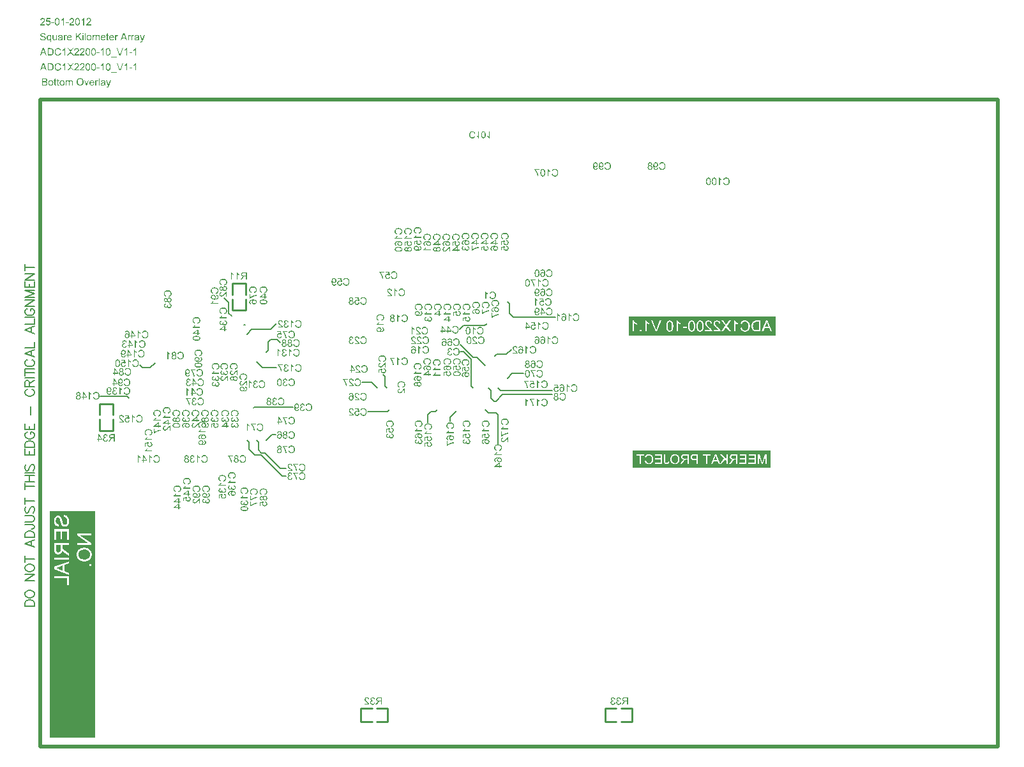
<source format=gbo>
%FSLAX44Y44*%
%MOMM*%
G71*
G01*
G75*
G04 Layer_Color=32896*
%ADD10C,0.1524*%
%ADD11C,0.3810*%
%ADD12R,1.5240X0.4064*%
%ADD13R,1.2700X3.4290*%
%ADD14R,2.2860X1.9050*%
%ADD15R,1.9050X2.2860*%
%ADD16R,2.1600X1.0700*%
%ADD17R,6.9900X8.3300*%
%ADD18R,1.1500X0.6000*%
%ADD19R,0.6000X1.1000*%
%ADD20R,3.2500X3.2500*%
%ADD21R,0.3500X1.0500*%
%ADD22R,1.0500X0.3500*%
%ADD23R,1.0500X0.6000*%
%ADD24C,1.5000*%
%ADD25R,0.6500X0.6000*%
%ADD26R,0.6000X0.6500*%
%ADD27R,0.7620X0.9652*%
%ADD28R,0.9652X0.7620*%
%ADD29R,2.7000X1.3500*%
%ADD30R,1.3500X2.7000*%
%ADD31R,3.4500X0.9500*%
%ADD32O,0.4000X1.2000*%
%ADD33R,1.1500X0.4000*%
%ADD34R,0.6000X1.5500*%
%ADD35C,0.8000*%
%ADD36C,1.0160*%
%ADD37C,0.5080*%
%ADD38C,0.2540*%
%ADD39C,0.4432*%
%ADD40C,0.3048*%
%ADD41C,0.2845*%
%ADD42C,0.5000*%
%ADD43C,0.1270*%
%ADD44C,1.5240*%
%ADD45C,0.6350*%
%ADD46C,6.3500*%
%ADD47C,1.0500*%
%ADD48C,2.5400*%
%ADD49C,1.7780*%
%ADD50C,0.6500*%
%ADD51C,1.0000*%
%ADD52C,1.8000*%
%ADD53C,0.8500*%
%ADD54C,1.1080*%
%ADD55C,1.2000*%
%ADD56C,2.1240*%
%ADD57C,1.6160*%
%ADD58C,0.9000*%
%ADD59C,4.4000*%
%ADD60C,0.2300*%
%ADD61C,0.2499*%
%ADD62C,0.2500*%
%ADD63C,0.2000*%
%ADD64C,0.1000*%
%ADD65R,1.6440X0.5264*%
%ADD66R,1.3716X3.5306*%
%ADD67R,2.4060X2.0250*%
%ADD68R,2.0250X2.4060*%
%ADD69R,2.2800X1.1900*%
%ADD70R,7.1100X8.4500*%
%ADD71R,1.2700X0.7200*%
%ADD72R,0.7200X1.2200*%
%ADD73R,3.3700X3.3700*%
%ADD74R,0.4700X1.1700*%
%ADD75R,1.1700X0.4700*%
%ADD76R,1.1700X0.7200*%
%ADD77C,3.5000*%
%ADD78R,0.7500X0.7000*%
%ADD79R,0.7000X0.7500*%
%ADD80R,0.8820X1.0852*%
%ADD81R,1.0852X0.8820*%
%ADD82R,2.8000X1.4500*%
%ADD83R,1.4500X2.8000*%
%ADD84R,3.5700X1.0700*%
%ADD85O,0.5200X1.3200*%
%ADD86R,1.2700X0.5200*%
%ADD87R,0.7000X1.6500*%
%ADD88C,0.9200*%
%ADD89C,1.6440*%
%ADD90C,0.7550*%
%ADD91C,6.4700*%
%ADD92C,1.1700*%
%ADD93C,2.6600*%
%ADD94C,1.8980*%
G36*
X317691Y488569D02*
X318033Y488506D01*
X318338Y488417D01*
X318592Y488315D01*
X318706Y488251D01*
X318795Y488201D01*
X318884Y488150D01*
X318948Y488112D01*
X318999Y488074D01*
X319037Y488048D01*
X319062Y488036D01*
X319075Y488023D01*
X319316Y487794D01*
X319532Y487528D01*
X319710Y487248D01*
X319862Y486994D01*
X319977Y486753D01*
X320027Y486651D01*
X320065Y486562D01*
X320091Y486486D01*
X320116Y486435D01*
X320129Y486397D01*
Y486385D01*
X320192Y486181D01*
X320243Y485965D01*
X320332Y485508D01*
X320396Y485038D01*
X320434Y484594D01*
X320459Y484391D01*
Y484200D01*
X320472Y484035D01*
X320485Y483895D01*
Y483768D01*
Y483680D01*
Y483629D01*
Y483603D01*
X320472Y483108D01*
X320446Y482638D01*
X320396Y482219D01*
X320332Y481825D01*
X320269Y481457D01*
X320180Y481139D01*
X320091Y480847D01*
X320002Y480581D01*
X319913Y480352D01*
X319837Y480162D01*
X319748Y479996D01*
X319684Y479857D01*
X319621Y479755D01*
X319570Y479692D01*
X319545Y479641D01*
X319532Y479628D01*
X319367Y479450D01*
X319202Y479298D01*
X319024Y479158D01*
X318846Y479044D01*
X318656Y478955D01*
X318465Y478866D01*
X318287Y478803D01*
X318110Y478752D01*
X317945Y478714D01*
X317792Y478676D01*
X317665Y478650D01*
X317538Y478638D01*
X317449D01*
X317373Y478625D01*
X317309D01*
X317119Y478638D01*
X316929Y478650D01*
X316586Y478714D01*
X316281Y478803D01*
X316027Y478917D01*
X315912Y478968D01*
X315824Y479019D01*
X315735Y479069D01*
X315671Y479108D01*
X315620Y479146D01*
X315570Y479171D01*
X315557Y479196D01*
X315544D01*
X315290Y479425D01*
X315074Y479692D01*
X314897Y479958D01*
X314744Y480225D01*
X314630Y480454D01*
X314579Y480555D01*
X314541Y480644D01*
X314515Y480720D01*
X314490Y480771D01*
X314477Y480809D01*
Y480822D01*
X314414Y481025D01*
X314363Y481241D01*
X314274Y481698D01*
X314211Y482168D01*
X314160Y482613D01*
X314147Y482816D01*
X314135Y483006D01*
Y483172D01*
X314122Y483311D01*
Y483438D01*
Y483527D01*
Y483578D01*
Y483603D01*
Y483870D01*
X314135Y484124D01*
X314147Y484353D01*
X314160Y484568D01*
X314173Y484784D01*
X314198Y484962D01*
X314211Y485140D01*
X314236Y485292D01*
X314261Y485432D01*
X314274Y485559D01*
X314300Y485661D01*
X314312Y485750D01*
X314325Y485813D01*
X314338Y485864D01*
X314350Y485889D01*
Y485902D01*
X314439Y486207D01*
X314528Y486499D01*
X314630Y486740D01*
X314731Y486956D01*
X314820Y487134D01*
X314884Y487261D01*
X314909Y487299D01*
X314935Y487337D01*
X314947Y487350D01*
Y487363D01*
X315100Y487578D01*
X315265Y487756D01*
X315430Y487909D01*
X315582Y488048D01*
X315722Y488150D01*
X315824Y488213D01*
X315900Y488264D01*
X315912Y488277D01*
X315925D01*
X316154Y488378D01*
X316395Y488455D01*
X316624Y488518D01*
X316840Y488556D01*
X317030Y488582D01*
X317106D01*
X317183Y488594D01*
X317500D01*
X317691Y488569D01*
D02*
G37*
G36*
X209753Y549059D02*
X212090D01*
Y547865D01*
X209753D01*
Y546544D01*
X208648D01*
Y547865D01*
X202324D01*
Y548843D01*
X208648Y553301D01*
X209753D01*
Y549059D01*
D02*
G37*
G36*
X277520Y485813D02*
X277686Y485584D01*
X277863Y485356D01*
X278028Y485165D01*
X278193Y484988D01*
X278321Y484861D01*
X278371Y484810D01*
X278409Y484772D01*
X278435Y484759D01*
X278447Y484746D01*
X278740Y484505D01*
X279032Y484289D01*
X279336Y484086D01*
X279603Y483921D01*
X279844Y483794D01*
X279946Y483730D01*
X280035Y483692D01*
X280098Y483654D01*
X280149Y483629D01*
X280187Y483603D01*
X280200D01*
Y482435D01*
X279984Y482524D01*
X279768Y482625D01*
X279552Y482727D01*
X279362Y482829D01*
X279197Y482918D01*
X279057Y482994D01*
X279006Y483019D01*
X278968Y483045D01*
X278955Y483057D01*
X278943D01*
X278689Y483210D01*
X278473Y483362D01*
X278270Y483502D01*
X278105Y483629D01*
X277978Y483730D01*
X277876Y483819D01*
X277825Y483870D01*
X277800Y483883D01*
Y476250D01*
X276606D01*
Y486054D01*
X277381D01*
X277520Y485813D01*
D02*
G37*
G36*
X285864Y486042D02*
X286068Y486029D01*
X286448Y485953D01*
X286779Y485839D01*
X286918Y485775D01*
X287058Y485724D01*
X287172Y485661D01*
X287287Y485597D01*
X287376Y485534D01*
X287452Y485483D01*
X287515Y485445D01*
X287553Y485407D01*
X287579Y485394D01*
X287591Y485381D01*
X287731Y485254D01*
X287858Y485115D01*
X288074Y484810D01*
X288239Y484505D01*
X288379Y484213D01*
X288430Y484073D01*
X288468Y483946D01*
X288506Y483819D01*
X288531Y483730D01*
X288557Y483641D01*
X288569Y483578D01*
X288582Y483540D01*
Y483527D01*
X287388Y483311D01*
X287325Y483616D01*
X287249Y483883D01*
X287147Y484111D01*
X287045Y484289D01*
X286957Y484441D01*
X286880Y484543D01*
X286829Y484594D01*
X286804Y484619D01*
X286614Y484772D01*
X286423Y484873D01*
X286220Y484949D01*
X286042Y485013D01*
X285877Y485038D01*
X285737Y485051D01*
X285686Y485064D01*
X285623D01*
X285369Y485051D01*
X285153Y485000D01*
X284950Y484924D01*
X284785Y484848D01*
X284658Y484759D01*
X284556Y484696D01*
X284505Y484645D01*
X284480Y484619D01*
X284328Y484454D01*
X284213Y484264D01*
X284137Y484086D01*
X284074Y483921D01*
X284048Y483768D01*
X284035Y483654D01*
X284023Y483565D01*
Y483553D01*
Y483540D01*
X284035Y483387D01*
X284048Y483248D01*
X284124Y482994D01*
X284213Y482778D01*
X284328Y482600D01*
X284442Y482473D01*
X284543Y482371D01*
X284620Y482321D01*
X284632Y482295D01*
X284645D01*
X284874Y482168D01*
X285115Y482067D01*
X285344Y482003D01*
X285560Y481952D01*
X285737Y481927D01*
X285890Y481914D01*
X285940Y481902D01*
X286080D01*
X286144Y481914D01*
X286182Y481927D01*
X286207D01*
X286347Y480873D01*
X286169Y480911D01*
X286004Y480949D01*
X285852Y480974D01*
X285725Y480987D01*
X285636Y481000D01*
X285496D01*
X285191Y480974D01*
X284925Y480911D01*
X284696Y480835D01*
X284493Y480733D01*
X284340Y480631D01*
X284226Y480555D01*
X284150Y480492D01*
X284124Y480466D01*
X284023Y480365D01*
X283947Y480251D01*
X283807Y480035D01*
X283705Y479806D01*
X283642Y479590D01*
X283604Y479400D01*
X283591Y479311D01*
Y479247D01*
X283578Y479184D01*
Y479146D01*
Y479120D01*
Y479108D01*
Y478955D01*
X283604Y478803D01*
X283667Y478523D01*
X283769Y478269D01*
X283870Y478066D01*
X283972Y477888D01*
X284074Y477761D01*
X284112Y477723D01*
X284137Y477685D01*
X284150Y477672D01*
X284163Y477660D01*
X284277Y477558D01*
X284391Y477469D01*
X284632Y477317D01*
X284874Y477215D01*
X285102Y477152D01*
X285293Y477101D01*
X285382Y477088D01*
X285458D01*
X285509Y477076D01*
X285598D01*
X285852Y477101D01*
X286093Y477152D01*
X286296Y477215D01*
X286474Y477304D01*
X286626Y477380D01*
X286728Y477457D01*
X286791Y477507D01*
X286817Y477520D01*
X286906Y477609D01*
X286982Y477710D01*
X287122Y477952D01*
X287249Y478193D01*
X287337Y478434D01*
X287414Y478663D01*
X287439Y478752D01*
X287465Y478841D01*
X287477Y478904D01*
X287490Y478955D01*
X287503Y478993D01*
Y479006D01*
X288696Y478841D01*
X288671Y478612D01*
X288620Y478396D01*
X288569Y478206D01*
X288493Y478015D01*
X288417Y477837D01*
X288341Y477672D01*
X288252Y477520D01*
X288176Y477380D01*
X288087Y477266D01*
X288011Y477152D01*
X287934Y477063D01*
X287871Y476987D01*
X287807Y476923D01*
X287769Y476885D01*
X287744Y476860D01*
X287731Y476847D01*
X287566Y476707D01*
X287401Y476593D01*
X287223Y476491D01*
X287033Y476402D01*
X286855Y476339D01*
X286677Y476275D01*
X286347Y476186D01*
X286194Y476148D01*
X286042Y476123D01*
X285915Y476110D01*
X285814Y476098D01*
X285725Y476085D01*
X285598D01*
X285331Y476098D01*
X285090Y476123D01*
X284848Y476161D01*
X284632Y476225D01*
X284417Y476288D01*
X284226Y476364D01*
X284048Y476441D01*
X283883Y476529D01*
X283743Y476606D01*
X283616Y476682D01*
X283502Y476758D01*
X283413Y476822D01*
X283337Y476885D01*
X283286Y476923D01*
X283261Y476949D01*
X283248Y476961D01*
X283083Y477126D01*
X282943Y477304D01*
X282816Y477495D01*
X282702Y477672D01*
X282613Y477863D01*
X282537Y478041D01*
X282473Y478218D01*
X282423Y478384D01*
X282384Y478536D01*
X282359Y478676D01*
X282334Y478803D01*
X282321Y478917D01*
X282308Y479006D01*
Y479082D01*
Y479120D01*
Y479133D01*
X282334Y479476D01*
X282384Y479768D01*
X282461Y480035D01*
X282550Y480263D01*
X282638Y480454D01*
X282677Y480517D01*
X282715Y480581D01*
X282740Y480631D01*
X282766Y480670D01*
X282791Y480682D01*
Y480695D01*
X282981Y480911D01*
X283210Y481089D01*
X283426Y481241D01*
X283642Y481355D01*
X283832Y481432D01*
X283921Y481470D01*
X283997Y481495D01*
X284048Y481508D01*
X284099Y481521D01*
X284124Y481533D01*
X284137D01*
X283909Y481660D01*
X283705Y481787D01*
X283528Y481927D01*
X283388Y482067D01*
X283274Y482181D01*
X283197Y482270D01*
X283146Y482333D01*
X283134Y482359D01*
X283020Y482562D01*
X282931Y482765D01*
X282880Y482956D01*
X282829Y483133D01*
X282804Y483286D01*
X282791Y483413D01*
Y483489D01*
Y483502D01*
Y483514D01*
X282804Y483756D01*
X282842Y483984D01*
X282905Y484200D01*
X282969Y484391D01*
X283045Y484543D01*
X283096Y484670D01*
X283146Y484746D01*
X283159Y484759D01*
Y484772D01*
X283299Y484988D01*
X283464Y485165D01*
X283642Y485331D01*
X283807Y485470D01*
X283959Y485572D01*
X284074Y485648D01*
X284124Y485673D01*
X284163Y485699D01*
X284175Y485712D01*
X284188D01*
X284442Y485826D01*
X284696Y485915D01*
X284937Y485965D01*
X285166Y486016D01*
X285356Y486042D01*
X285445D01*
X285509Y486054D01*
X285648D01*
X285864Y486042D01*
D02*
G37*
G36*
X268084Y477952D02*
X268326Y477926D01*
X268567Y477888D01*
X268783Y477837D01*
X268986Y477774D01*
X269177Y477698D01*
X269354Y477622D01*
X269507Y477545D01*
X269646Y477469D01*
X269773Y477393D01*
X269888Y477317D01*
X269964Y477253D01*
X270040Y477202D01*
X270091Y477164D01*
X270116Y477139D01*
X270129Y477126D01*
X270281Y476961D01*
X270421Y476796D01*
X270535Y476631D01*
X270637Y476453D01*
X270726Y476275D01*
X270789Y476110D01*
X270853Y475945D01*
X270891Y475793D01*
X270929Y475640D01*
X270954Y475513D01*
X270980Y475386D01*
X270993Y475285D01*
X271005Y475196D01*
Y475132D01*
Y475094D01*
Y475082D01*
X270993Y474815D01*
X270954Y474561D01*
X270891Y474332D01*
X270828Y474142D01*
X270764Y473964D01*
X270700Y473850D01*
X270688Y473799D01*
X270662Y473761D01*
X270650Y473748D01*
Y473735D01*
X270510Y473520D01*
X270358Y473316D01*
X270205Y473151D01*
X270053Y473012D01*
X269926Y472897D01*
X269811Y472808D01*
X269748Y472757D01*
X269723Y472745D01*
X269964D01*
X270243Y472757D01*
X270510Y472770D01*
X270764Y472796D01*
X270980Y472834D01*
X271170Y472872D01*
X271247Y472884D01*
X271310Y472897D01*
X271361Y472910D01*
X271399D01*
X271424Y472923D01*
X271437D01*
X271691Y472986D01*
X271920Y473062D01*
X272110Y473139D01*
X272275Y473215D01*
X272402Y473278D01*
X272504Y473316D01*
X272555Y473354D01*
X272580Y473367D01*
X272733Y473469D01*
X272859Y473583D01*
X272974Y473697D01*
X273075Y473812D01*
X273152Y473900D01*
X273202Y473977D01*
X273241Y474040D01*
X273253Y474053D01*
X273329Y474218D01*
X273393Y474383D01*
X273431Y474548D01*
X273469Y474688D01*
X273482Y474828D01*
X273494Y474929D01*
Y474993D01*
Y475005D01*
Y475018D01*
X273482Y475247D01*
X273444Y475463D01*
X273380Y475640D01*
X273317Y475793D01*
X273253Y475920D01*
X273190Y476009D01*
X273152Y476059D01*
X273139Y476085D01*
X272987Y476225D01*
X272809Y476339D01*
X272618Y476441D01*
X272415Y476504D01*
X272250Y476567D01*
X272097Y476606D01*
X272047Y476618D01*
X272009D01*
X271983Y476631D01*
X271971D01*
X272059Y477787D01*
X272275Y477749D01*
X272466Y477710D01*
X272656Y477660D01*
X272821Y477596D01*
X272987Y477520D01*
X273139Y477457D01*
X273266Y477380D01*
X273393Y477304D01*
X273494Y477228D01*
X273583Y477164D01*
X273672Y477101D01*
X273736Y477037D01*
X273787Y476987D01*
X273825Y476949D01*
X273837Y476936D01*
X273850Y476923D01*
X273964Y476783D01*
X274053Y476631D01*
X274142Y476479D01*
X274218Y476326D01*
X274333Y476009D01*
X274409Y475717D01*
X274434Y475577D01*
X274447Y475450D01*
X274460Y475348D01*
X274472Y475247D01*
X274485Y475171D01*
Y475107D01*
Y475069D01*
Y475056D01*
X274472Y474853D01*
X274460Y474663D01*
X274396Y474307D01*
X274307Y473989D01*
X274193Y473710D01*
X274142Y473596D01*
X274091Y473481D01*
X274041Y473392D01*
X274002Y473316D01*
X273964Y473253D01*
X273939Y473215D01*
X273914Y473189D01*
Y473177D01*
X273672Y472884D01*
X273406Y472643D01*
X273126Y472427D01*
X272847Y472262D01*
X272605Y472122D01*
X272504Y472072D01*
X272402Y472034D01*
X272326Y471996D01*
X272275Y471970D01*
X272237Y471957D01*
X272225D01*
X272009Y471881D01*
X271780Y471818D01*
X271297Y471716D01*
X270789Y471653D01*
X270548Y471627D01*
X270319Y471602D01*
X270091Y471589D01*
X269888Y471576D01*
X269710Y471564D01*
X269545Y471551D01*
X268910D01*
X268605Y471564D01*
X268326Y471589D01*
X268059Y471614D01*
X267805Y471653D01*
X267589Y471678D01*
X267386Y471716D01*
X267195Y471754D01*
X267030Y471805D01*
X266891Y471843D01*
X266776Y471869D01*
X266675Y471907D01*
X266598Y471932D01*
X266535Y471957D01*
X266509Y471970D01*
X266497D01*
X266154Y472135D01*
X265862Y472326D01*
X265620Y472529D01*
X265405Y472719D01*
X265252Y472897D01*
X265125Y473037D01*
X265087Y473088D01*
X265062Y473126D01*
X265036Y473151D01*
Y473164D01*
X264858Y473469D01*
X264732Y473773D01*
X264643Y474066D01*
X264579Y474332D01*
X264541Y474561D01*
X264528Y474663D01*
Y474739D01*
X264516Y474815D01*
Y474866D01*
Y474891D01*
Y474904D01*
X264528Y475145D01*
X264554Y475374D01*
X264604Y475602D01*
X264655Y475806D01*
X264732Y475996D01*
X264808Y476174D01*
X264884Y476352D01*
X264973Y476491D01*
X265062Y476631D01*
X265138Y476758D01*
X265214Y476860D01*
X265290Y476949D01*
X265341Y477012D01*
X265392Y477063D01*
X265417Y477088D01*
X265430Y477101D01*
X265608Y477253D01*
X265786Y477380D01*
X265989Y477495D01*
X266179Y477596D01*
X266383Y477685D01*
X266586Y477749D01*
X266967Y477850D01*
X267132Y477888D01*
X267297Y477914D01*
X267449Y477939D01*
X267576Y477952D01*
X267678Y477965D01*
X267818D01*
X268084Y477952D01*
D02*
G37*
G36*
X274320Y479260D02*
X273164D01*
Y484061D01*
X272936Y483895D01*
X272821Y483806D01*
X272733Y483730D01*
X272644Y483654D01*
X272580Y483603D01*
X272542Y483565D01*
X272529Y483553D01*
X272466Y483489D01*
X272377Y483400D01*
X272288Y483311D01*
X272199Y483210D01*
X271996Y482981D01*
X271793Y482740D01*
X271602Y482524D01*
X271513Y482422D01*
X271437Y482346D01*
X271386Y482270D01*
X271336Y482219D01*
X271310Y482181D01*
X271297Y482168D01*
X271094Y481940D01*
X270904Y481711D01*
X270739Y481521D01*
X270574Y481330D01*
X270421Y481165D01*
X270269Y481012D01*
X270142Y480873D01*
X270027Y480759D01*
X269926Y480644D01*
X269837Y480555D01*
X269761Y480479D01*
X269697Y480416D01*
X269646Y480378D01*
X269608Y480339D01*
X269596Y480314D01*
X269583D01*
X269354Y480123D01*
X269126Y479958D01*
X268923Y479819D01*
X268745Y479704D01*
X268605Y479616D01*
X268491Y479565D01*
X268414Y479527D01*
X268389Y479514D01*
X268173Y479438D01*
X267970Y479374D01*
X267767Y479336D01*
X267602Y479298D01*
X267449Y479285D01*
X267335Y479273D01*
X267233D01*
X267017Y479285D01*
X266814Y479311D01*
X266624Y479349D01*
X266446Y479400D01*
X266116Y479539D01*
X265963Y479603D01*
X265836Y479679D01*
X265709Y479768D01*
X265608Y479831D01*
X265519Y479908D01*
X265443Y479971D01*
X265379Y480022D01*
X265341Y480060D01*
X265316Y480085D01*
X265303Y480098D01*
X265163Y480263D01*
X265049Y480428D01*
X264935Y480606D01*
X264846Y480797D01*
X264770Y480987D01*
X264706Y481165D01*
X264617Y481521D01*
X264579Y481686D01*
X264554Y481838D01*
X264541Y481978D01*
X264528Y482105D01*
X264516Y482194D01*
Y482270D01*
Y482321D01*
Y482333D01*
X264528Y482587D01*
X264541Y482829D01*
X264579Y483057D01*
X264630Y483260D01*
X264681Y483464D01*
X264744Y483641D01*
X264808Y483806D01*
X264871Y483959D01*
X264947Y484099D01*
X265011Y484213D01*
X265074Y484314D01*
X265125Y484403D01*
X265176Y484467D01*
X265214Y484518D01*
X265227Y484543D01*
X265240Y484556D01*
X265379Y484708D01*
X265532Y484835D01*
X265697Y484949D01*
X265875Y485051D01*
X266040Y485140D01*
X266217Y485216D01*
X266560Y485331D01*
X266713Y485381D01*
X266865Y485419D01*
X266992Y485445D01*
X267106Y485470D01*
X267208Y485483D01*
X267271D01*
X267322Y485496D01*
X267335D01*
X267462Y484264D01*
X267132Y484238D01*
X266852Y484188D01*
X266611Y484099D01*
X266395Y483997D01*
X266243Y483908D01*
X266116Y483819D01*
X266052Y483768D01*
X266027Y483743D01*
X265849Y483540D01*
X265722Y483311D01*
X265633Y483070D01*
X265570Y482854D01*
X265532Y482663D01*
X265519Y482575D01*
Y482498D01*
X265506Y482448D01*
Y482397D01*
Y482371D01*
Y482359D01*
X265532Y482067D01*
X265582Y481800D01*
X265659Y481571D01*
X265748Y481381D01*
X265849Y481228D01*
X265925Y481114D01*
X265976Y481051D01*
X266001Y481025D01*
X266192Y480847D01*
X266395Y480720D01*
X266586Y480631D01*
X266776Y480568D01*
X266941Y480530D01*
X267081Y480517D01*
X267132Y480504D01*
X267322D01*
X267449Y480530D01*
X267716Y480593D01*
X267957Y480682D01*
X268173Y480784D01*
X268364Y480898D01*
X268440Y480949D01*
X268516Y480987D01*
X268567Y481025D01*
X268605Y481051D01*
X268630Y481063D01*
X268643Y481076D01*
X268796Y481190D01*
X268948Y481330D01*
X269113Y481482D01*
X269291Y481647D01*
X269634Y482003D01*
X269964Y482359D01*
X270116Y482524D01*
X270256Y482689D01*
X270383Y482841D01*
X270497Y482968D01*
X270586Y483070D01*
X270650Y483159D01*
X270700Y483210D01*
X270713Y483222D01*
X271018Y483591D01*
X271297Y483908D01*
X271551Y484175D01*
X271767Y484391D01*
X271945Y484568D01*
X272085Y484696D01*
X272136Y484734D01*
X272174Y484772D01*
X272186Y484784D01*
X272199Y484797D01*
X272440Y484988D01*
X272669Y485153D01*
X272885Y485280D01*
X273088Y485394D01*
X273253Y485483D01*
X273380Y485534D01*
X273431Y485559D01*
X273469Y485572D01*
X273482Y485584D01*
X273494D01*
X273647Y485635D01*
X273787Y485673D01*
X273926Y485699D01*
X274053Y485712D01*
X274168Y485724D01*
X274320D01*
Y479260D01*
D02*
G37*
G36*
X333680Y488696D02*
X334124Y488633D01*
X334531Y488531D01*
X334709Y488480D01*
X334886Y488429D01*
X335039Y488366D01*
X335178Y488315D01*
X335293Y488264D01*
X335394Y488213D01*
X335471Y488175D01*
X335534Y488150D01*
X335572Y488137D01*
X335585Y488125D01*
X335775Y488010D01*
X335966Y487883D01*
X336296Y487604D01*
X336588Y487324D01*
X336817Y487045D01*
X336918Y486905D01*
X337007Y486791D01*
X337083Y486677D01*
X337134Y486588D01*
X337185Y486512D01*
X337223Y486448D01*
X337236Y486410D01*
X337248Y486397D01*
X337350Y486181D01*
X337439Y485953D01*
X337579Y485508D01*
X337680Y485064D01*
X337718Y484848D01*
X337744Y484645D01*
X337769Y484454D01*
X337795Y484289D01*
X337807Y484137D01*
Y483997D01*
X337820Y483895D01*
Y483806D01*
Y483756D01*
Y483743D01*
X337795Y483235D01*
X337744Y482740D01*
X337706Y482524D01*
X337655Y482308D01*
X337617Y482105D01*
X337566Y481914D01*
X337515Y481736D01*
X337477Y481584D01*
X337426Y481457D01*
X337388Y481343D01*
X337363Y481254D01*
X337337Y481178D01*
X337312Y481139D01*
Y481127D01*
X337210Y480911D01*
X337096Y480695D01*
X336982Y480504D01*
X336855Y480327D01*
X336728Y480149D01*
X336601Y479996D01*
X336487Y479857D01*
X336359Y479743D01*
X336245Y479628D01*
X336144Y479527D01*
X336042Y479450D01*
X335966Y479387D01*
X335890Y479323D01*
X335839Y479285D01*
X335813Y479273D01*
X335801Y479260D01*
X335610Y479146D01*
X335407Y479057D01*
X335191Y478968D01*
X334975Y478892D01*
X334543Y478777D01*
X334137Y478701D01*
X333946Y478676D01*
X333781Y478663D01*
X333616Y478650D01*
X333489Y478638D01*
X333375Y478625D01*
X333223D01*
X332943Y478638D01*
X332677Y478663D01*
X332422Y478701D01*
X332181Y478752D01*
X331953Y478815D01*
X331737Y478892D01*
X331546Y478955D01*
X331356Y479044D01*
X331203Y479120D01*
X331064Y479184D01*
X330937Y479260D01*
X330835Y479323D01*
X330746Y479374D01*
X330695Y479412D01*
X330657Y479438D01*
X330644Y479450D01*
X330454Y479616D01*
X330276Y479793D01*
X330111Y479984D01*
X329971Y480187D01*
X329832Y480390D01*
X329717Y480581D01*
X329603Y480784D01*
X329514Y480974D01*
X329425Y481165D01*
X329362Y481330D01*
X329298Y481482D01*
X329248Y481609D01*
X329222Y481724D01*
X329197Y481813D01*
X329171Y481863D01*
Y481876D01*
X330467Y482206D01*
X330530Y481978D01*
X330594Y481774D01*
X330670Y481584D01*
X330746Y481394D01*
X330835Y481228D01*
X330911Y481076D01*
X331000Y480936D01*
X331089Y480822D01*
X331165Y480708D01*
X331241Y480619D01*
X331318Y480530D01*
X331368Y480466D01*
X331419Y480416D01*
X331457Y480378D01*
X331483Y480365D01*
X331495Y480352D01*
X331635Y480238D01*
X331787Y480149D01*
X331940Y480060D01*
X332105Y479996D01*
X332410Y479882D01*
X332702Y479806D01*
X332829Y479781D01*
X332956Y479768D01*
X333058Y479755D01*
X333159Y479743D01*
X333235Y479730D01*
X333337D01*
X333667Y479755D01*
X333972Y479806D01*
X334251Y479869D01*
X334505Y479958D01*
X334709Y480047D01*
X334797Y480085D01*
X334861Y480111D01*
X334924Y480149D01*
X334963Y480162D01*
X334988Y480187D01*
X335001D01*
X335267Y480378D01*
X335496Y480593D01*
X335686Y480822D01*
X335852Y481051D01*
X335979Y481254D01*
X336017Y481343D01*
X336055Y481419D01*
X336093Y481482D01*
X336118Y481533D01*
X336131Y481559D01*
Y481571D01*
X336245Y481927D01*
X336334Y482308D01*
X336398Y482663D01*
X336436Y483006D01*
X336461Y483159D01*
Y483298D01*
X336474Y483425D01*
X336487Y483540D01*
Y483629D01*
Y483692D01*
Y483730D01*
Y483743D01*
X336474Y484099D01*
X336436Y484441D01*
X336385Y484759D01*
X336334Y485051D01*
X336309Y485165D01*
X336283Y485280D01*
X336258Y485381D01*
X336232Y485470D01*
X336207Y485534D01*
X336194Y485584D01*
X336182Y485610D01*
Y485623D01*
X336055Y485953D01*
X335890Y486232D01*
X335712Y486486D01*
X335534Y486689D01*
X335382Y486855D01*
X335255Y486969D01*
X335204Y487020D01*
X335166Y487045D01*
X335140Y487070D01*
X335128D01*
X334975Y487172D01*
X334823Y487248D01*
X334505Y487388D01*
X334188Y487490D01*
X333896Y487553D01*
X333756Y487566D01*
X333629Y487591D01*
X333515Y487604D01*
X333426D01*
X333350Y487617D01*
X333235D01*
X332880Y487591D01*
X332562Y487540D01*
X332283Y487464D01*
X332042Y487375D01*
X331851Y487274D01*
X331775Y487235D01*
X331711Y487197D01*
X331660Y487172D01*
X331622Y487147D01*
X331610Y487121D01*
X331597D01*
X331483Y487020D01*
X331368Y486918D01*
X331165Y486677D01*
X331000Y486423D01*
X330860Y486169D01*
X330746Y485940D01*
X330708Y485839D01*
X330670Y485750D01*
X330644Y485673D01*
X330619Y485623D01*
X330606Y485584D01*
Y485572D01*
X329336Y485877D01*
X329413Y486118D01*
X329514Y486359D01*
X329616Y486575D01*
X329730Y486778D01*
X329844Y486956D01*
X329959Y487134D01*
X330073Y487286D01*
X330187Y487426D01*
X330302Y487553D01*
X330403Y487667D01*
X330505Y487756D01*
X330581Y487832D01*
X330644Y487896D01*
X330708Y487934D01*
X330733Y487959D01*
X330746Y487972D01*
X330937Y488099D01*
X331140Y488226D01*
X331343Y488315D01*
X331546Y488404D01*
X331762Y488480D01*
X331965Y488544D01*
X332346Y488633D01*
X332524Y488658D01*
X332689Y488683D01*
X332842Y488696D01*
X332969Y488709D01*
X333070Y488721D01*
X333451D01*
X333680Y488696D01*
D02*
G37*
G36*
X325234Y488582D02*
X325438Y488569D01*
X325818Y488493D01*
X326149Y488378D01*
X326288Y488315D01*
X326428Y488264D01*
X326542Y488201D01*
X326657Y488137D01*
X326746Y488074D01*
X326822Y488023D01*
X326885Y487985D01*
X326923Y487947D01*
X326949Y487934D01*
X326962Y487921D01*
X327101Y487794D01*
X327228Y487655D01*
X327444Y487350D01*
X327609Y487045D01*
X327749Y486753D01*
X327800Y486613D01*
X327838Y486486D01*
X327876Y486359D01*
X327901Y486270D01*
X327927Y486181D01*
X327939Y486118D01*
X327952Y486080D01*
Y486067D01*
X326758Y485851D01*
X326695Y486156D01*
X326619Y486423D01*
X326517Y486651D01*
X326415Y486829D01*
X326326Y486982D01*
X326250Y487083D01*
X326199Y487134D01*
X326174Y487159D01*
X325984Y487312D01*
X325793Y487413D01*
X325590Y487490D01*
X325412Y487553D01*
X325247Y487578D01*
X325107Y487591D01*
X325056Y487604D01*
X324993D01*
X324739Y487591D01*
X324523Y487540D01*
X324320Y487464D01*
X324155Y487388D01*
X324028Y487299D01*
X323926Y487235D01*
X323875Y487185D01*
X323850Y487159D01*
X323698Y486994D01*
X323583Y486804D01*
X323507Y486626D01*
X323444Y486461D01*
X323418Y486308D01*
X323405Y486194D01*
X323393Y486105D01*
Y486092D01*
Y486080D01*
X323405Y485927D01*
X323418Y485788D01*
X323494Y485534D01*
X323583Y485318D01*
X323698Y485140D01*
X323812Y485013D01*
X323913Y484911D01*
X323990Y484861D01*
X324002Y484835D01*
X324015D01*
X324244Y484708D01*
X324485Y484607D01*
X324714Y484543D01*
X324930Y484492D01*
X325107Y484467D01*
X325260Y484454D01*
X325311Y484441D01*
X325450D01*
X325514Y484454D01*
X325552Y484467D01*
X325577D01*
X325717Y483413D01*
X325539Y483451D01*
X325374Y483489D01*
X325222Y483514D01*
X325095Y483527D01*
X325006Y483540D01*
X324866D01*
X324561Y483514D01*
X324295Y483451D01*
X324066Y483375D01*
X323863Y483273D01*
X323710Y483172D01*
X323596Y483095D01*
X323520Y483032D01*
X323494Y483006D01*
X323393Y482905D01*
X323317Y482790D01*
X323177Y482575D01*
X323075Y482346D01*
X323012Y482130D01*
X322974Y481940D01*
X322961Y481851D01*
Y481787D01*
X322948Y481724D01*
Y481686D01*
Y481660D01*
Y481647D01*
Y481495D01*
X322974Y481343D01*
X323037Y481063D01*
X323139Y480809D01*
X323240Y480606D01*
X323342Y480428D01*
X323444Y480301D01*
X323482Y480263D01*
X323507Y480225D01*
X323520Y480212D01*
X323532Y480200D01*
X323647Y480098D01*
X323761Y480009D01*
X324002Y479857D01*
X324244Y479755D01*
X324472Y479692D01*
X324663Y479641D01*
X324752Y479628D01*
X324828D01*
X324879Y479616D01*
X324968D01*
X325222Y479641D01*
X325463Y479692D01*
X325666Y479755D01*
X325844Y479844D01*
X325996Y479920D01*
X326098Y479996D01*
X326161Y480047D01*
X326187Y480060D01*
X326276Y480149D01*
X326352Y480251D01*
X326492Y480492D01*
X326619Y480733D01*
X326707Y480974D01*
X326784Y481203D01*
X326809Y481292D01*
X326834Y481381D01*
X326847Y481444D01*
X326860Y481495D01*
X326873Y481533D01*
Y481546D01*
X328066Y481381D01*
X328041Y481152D01*
X327990Y480936D01*
X327939Y480746D01*
X327863Y480555D01*
X327787Y480378D01*
X327711Y480212D01*
X327622Y480060D01*
X327546Y479920D01*
X327457Y479806D01*
X327381Y479692D01*
X327304Y479603D01*
X327241Y479527D01*
X327177Y479463D01*
X327139Y479425D01*
X327114Y479400D01*
X327101Y479387D01*
X326936Y479247D01*
X326771Y479133D01*
X326593Y479031D01*
X326403Y478942D01*
X326225Y478879D01*
X326047Y478815D01*
X325717Y478727D01*
X325564Y478688D01*
X325412Y478663D01*
X325285Y478650D01*
X325183Y478638D01*
X325095Y478625D01*
X324968D01*
X324701Y478638D01*
X324460Y478663D01*
X324218Y478701D01*
X324002Y478765D01*
X323787Y478828D01*
X323596Y478904D01*
X323418Y478980D01*
X323253Y479069D01*
X323113Y479146D01*
X322986Y479222D01*
X322872Y479298D01*
X322783Y479361D01*
X322707Y479425D01*
X322656Y479463D01*
X322631Y479488D01*
X322618Y479501D01*
X322453Y479666D01*
X322313Y479844D01*
X322186Y480035D01*
X322072Y480212D01*
X321983Y480403D01*
X321907Y480581D01*
X321843Y480759D01*
X321793Y480924D01*
X321754Y481076D01*
X321729Y481216D01*
X321704Y481343D01*
X321691Y481457D01*
X321678Y481546D01*
Y481622D01*
Y481660D01*
Y481673D01*
X321704Y482016D01*
X321754Y482308D01*
X321831Y482575D01*
X321920Y482803D01*
X322009Y482994D01*
X322047Y483057D01*
X322085Y483121D01*
X322110Y483172D01*
X322136Y483210D01*
X322161Y483222D01*
Y483235D01*
X322351Y483451D01*
X322580Y483629D01*
X322796Y483781D01*
X323012Y483895D01*
X323202Y483972D01*
X323291Y484010D01*
X323367Y484035D01*
X323418Y484048D01*
X323469Y484061D01*
X323494Y484073D01*
X323507D01*
X323279Y484200D01*
X323075Y484327D01*
X322897Y484467D01*
X322758Y484607D01*
X322644Y484721D01*
X322567Y484810D01*
X322517Y484873D01*
X322504Y484899D01*
X322389Y485102D01*
X322301Y485305D01*
X322250Y485496D01*
X322199Y485673D01*
X322174Y485826D01*
X322161Y485953D01*
Y486029D01*
Y486042D01*
Y486054D01*
X322174Y486296D01*
X322212Y486524D01*
X322275Y486740D01*
X322339Y486931D01*
X322415Y487083D01*
X322466Y487210D01*
X322517Y487286D01*
X322529Y487299D01*
Y487312D01*
X322669Y487528D01*
X322834Y487705D01*
X323012Y487870D01*
X323177Y488010D01*
X323329Y488112D01*
X323444Y488188D01*
X323494Y488213D01*
X323532Y488239D01*
X323545Y488251D01*
X323558D01*
X323812Y488366D01*
X324066Y488455D01*
X324307Y488506D01*
X324536Y488556D01*
X324726Y488582D01*
X324815D01*
X324879Y488594D01*
X325018D01*
X325234Y488582D01*
D02*
G37*
G36*
X246558Y499491D02*
X246774Y499440D01*
X246964Y499389D01*
X247155Y499313D01*
X247332Y499237D01*
X247498Y499161D01*
X247650Y499072D01*
X247790Y498996D01*
X247904Y498907D01*
X248018Y498831D01*
X248107Y498754D01*
X248183Y498691D01*
X248247Y498627D01*
X248285Y498589D01*
X248310Y498564D01*
X248323Y498551D01*
X248463Y498386D01*
X248577Y498221D01*
X248679Y498043D01*
X248768Y497853D01*
X248831Y497675D01*
X248895Y497497D01*
X248983Y497167D01*
X249022Y497015D01*
X249047Y496862D01*
X249060Y496735D01*
X249072Y496633D01*
X249085Y496545D01*
Y496468D01*
Y496430D01*
Y496418D01*
X249072Y496151D01*
X249047Y495910D01*
X249009Y495668D01*
X248945Y495452D01*
X248882Y495237D01*
X248806Y495046D01*
X248729Y494868D01*
X248641Y494703D01*
X248564Y494563D01*
X248488Y494436D01*
X248412Y494322D01*
X248349Y494233D01*
X248285Y494157D01*
X248247Y494106D01*
X248221Y494081D01*
X248209Y494068D01*
X248044Y493903D01*
X247866Y493763D01*
X247675Y493636D01*
X247498Y493522D01*
X247307Y493433D01*
X247129Y493357D01*
X246952Y493293D01*
X246786Y493243D01*
X246634Y493204D01*
X246494Y493179D01*
X246367Y493154D01*
X246253Y493141D01*
X246164Y493128D01*
X246037D01*
X245694Y493154D01*
X245402Y493204D01*
X245135Y493281D01*
X244907Y493370D01*
X244716Y493459D01*
X244653Y493497D01*
X244589Y493535D01*
X244538Y493560D01*
X244500Y493586D01*
X244488Y493611D01*
X244475D01*
X244259Y493801D01*
X244081Y494030D01*
X243929Y494246D01*
X243815Y494462D01*
X243738Y494652D01*
X243700Y494741D01*
X243675Y494817D01*
X243662Y494868D01*
X243650Y494919D01*
X243637Y494944D01*
Y494957D01*
X243510Y494729D01*
X243383Y494525D01*
X243243Y494347D01*
X243103Y494208D01*
X242989Y494094D01*
X242900Y494017D01*
X242837Y493966D01*
X242811Y493954D01*
X242608Y493839D01*
X242405Y493751D01*
X242214Y493700D01*
X242037Y493649D01*
X241884Y493624D01*
X241757Y493611D01*
X241656D01*
X241414Y493624D01*
X241186Y493662D01*
X240970Y493725D01*
X240779Y493789D01*
X240627Y493865D01*
X240500Y493916D01*
X240424Y493966D01*
X240411Y493979D01*
X240398D01*
X240182Y494119D01*
X240005Y494284D01*
X239839Y494462D01*
X239700Y494627D01*
X239598Y494779D01*
X239522Y494894D01*
X239497Y494944D01*
X239471Y494982D01*
X239459Y494995D01*
Y495008D01*
X239344Y495262D01*
X239255Y495516D01*
X239205Y495757D01*
X239154Y495986D01*
X239128Y496176D01*
Y496265D01*
X239116Y496329D01*
Y496392D01*
Y496430D01*
Y496456D01*
Y496468D01*
X239128Y496684D01*
X239141Y496888D01*
X239217Y497268D01*
X239331Y497599D01*
X239395Y497738D01*
X239446Y497878D01*
X239509Y497992D01*
X239573Y498107D01*
X239636Y498196D01*
X239687Y498272D01*
X239725Y498335D01*
X239763Y498373D01*
X239776Y498399D01*
X239789Y498411D01*
X239916Y498551D01*
X240055Y498678D01*
X240360Y498894D01*
X240665Y499059D01*
X240957Y499199D01*
X241097Y499250D01*
X241224Y499288D01*
X241351Y499326D01*
X241440Y499351D01*
X241529Y499377D01*
X241592Y499389D01*
X241630Y499402D01*
X241643D01*
X241859Y498208D01*
X241554Y498145D01*
X241287Y498069D01*
X241059Y497967D01*
X240881Y497865D01*
X240728Y497776D01*
X240627Y497700D01*
X240576Y497649D01*
X240551Y497624D01*
X240398Y497434D01*
X240297Y497243D01*
X240221Y497040D01*
X240157Y496862D01*
X240132Y496697D01*
X240119Y496557D01*
X240106Y496507D01*
Y496468D01*
Y496456D01*
Y496443D01*
X240119Y496189D01*
X240170Y495973D01*
X240246Y495770D01*
X240322Y495605D01*
X240411Y495478D01*
X240474Y495376D01*
X240525Y495325D01*
X240551Y495300D01*
X240716Y495148D01*
X240906Y495033D01*
X241084Y494957D01*
X241249Y494894D01*
X241402Y494868D01*
X241516Y494855D01*
X241605Y494843D01*
X241630D01*
X241783Y494855D01*
X241922Y494868D01*
X242176Y494944D01*
X242392Y495033D01*
X242570Y495148D01*
X242697Y495262D01*
X242799Y495364D01*
X242849Y495440D01*
X242875Y495452D01*
Y495465D01*
X243002Y495694D01*
X243103Y495935D01*
X243167Y496164D01*
X243218Y496380D01*
X243243Y496557D01*
X243256Y496710D01*
X243269Y496760D01*
Y496799D01*
Y496824D01*
Y496837D01*
Y496900D01*
X243256Y496964D01*
X243243Y497002D01*
Y497027D01*
X244297Y497167D01*
X244259Y496989D01*
X244221Y496824D01*
X244196Y496672D01*
X244183Y496545D01*
X244170Y496456D01*
Y496380D01*
Y496329D01*
Y496316D01*
X244196Y496011D01*
X244259Y495745D01*
X244335Y495516D01*
X244437Y495313D01*
X244538Y495160D01*
X244615Y495046D01*
X244678Y494970D01*
X244704Y494944D01*
X244805Y494843D01*
X244919Y494767D01*
X245135Y494627D01*
X245364Y494525D01*
X245580Y494462D01*
X245770Y494424D01*
X245859Y494411D01*
X245923D01*
X245986Y494398D01*
X246215D01*
X246367Y494424D01*
X246647Y494487D01*
X246901Y494589D01*
X247104Y494690D01*
X247282Y494792D01*
X247409Y494894D01*
X247447Y494932D01*
X247485Y494957D01*
X247498Y494970D01*
X247510Y494982D01*
X247612Y495097D01*
X247701Y495211D01*
X247853Y495452D01*
X247955Y495694D01*
X248018Y495922D01*
X248069Y496113D01*
X248082Y496202D01*
Y496278D01*
X248095Y496329D01*
Y496380D01*
Y496405D01*
Y496418D01*
X248069Y496672D01*
X248018Y496913D01*
X247955Y497116D01*
X247866Y497294D01*
X247790Y497446D01*
X247714Y497548D01*
X247663Y497611D01*
X247650Y497637D01*
X247561Y497726D01*
X247460Y497802D01*
X247218Y497942D01*
X246977Y498069D01*
X246736Y498158D01*
X246507Y498234D01*
X246418Y498259D01*
X246329Y498284D01*
X246266Y498297D01*
X246215Y498310D01*
X246177Y498323D01*
X246164D01*
X246329Y499516D01*
X246558Y499491D01*
D02*
G37*
G36*
X244475Y509245D02*
X244970Y509194D01*
X245186Y509156D01*
X245402Y509105D01*
X245605Y509067D01*
X245796Y509016D01*
X245974Y508965D01*
X246126Y508927D01*
X246253Y508876D01*
X246367Y508838D01*
X246456Y508813D01*
X246532Y508787D01*
X246570Y508762D01*
X246583D01*
X246799Y508660D01*
X247015Y508546D01*
X247206Y508432D01*
X247383Y508305D01*
X247561Y508178D01*
X247714Y508051D01*
X247853Y507937D01*
X247967Y507809D01*
X248082Y507695D01*
X248183Y507594D01*
X248260Y507492D01*
X248323Y507416D01*
X248387Y507340D01*
X248425Y507289D01*
X248437Y507263D01*
X248450Y507251D01*
X248564Y507060D01*
X248653Y506857D01*
X248742Y506641D01*
X248818Y506425D01*
X248933Y505993D01*
X249009Y505587D01*
X249034Y505396D01*
X249047Y505231D01*
X249060Y505066D01*
X249072Y504939D01*
X249085Y504825D01*
Y504736D01*
Y504685D01*
Y504673D01*
X249072Y504393D01*
X249047Y504127D01*
X249009Y503872D01*
X248958Y503631D01*
X248895Y503403D01*
X248818Y503187D01*
X248755Y502996D01*
X248666Y502806D01*
X248590Y502653D01*
X248526Y502514D01*
X248450Y502387D01*
X248387Y502285D01*
X248336Y502196D01*
X248298Y502145D01*
X248272Y502107D01*
X248260Y502094D01*
X248095Y501904D01*
X247917Y501726D01*
X247726Y501561D01*
X247523Y501421D01*
X247320Y501282D01*
X247129Y501167D01*
X246926Y501053D01*
X246736Y500964D01*
X246545Y500875D01*
X246380Y500812D01*
X246228Y500748D01*
X246101Y500698D01*
X245986Y500672D01*
X245897Y500647D01*
X245847Y500621D01*
X245834D01*
X245504Y501917D01*
X245732Y501980D01*
X245935Y502044D01*
X246126Y502120D01*
X246317Y502196D01*
X246482Y502285D01*
X246634Y502361D01*
X246774Y502450D01*
X246888Y502539D01*
X247002Y502615D01*
X247091Y502691D01*
X247180Y502768D01*
X247244Y502818D01*
X247294Y502869D01*
X247332Y502907D01*
X247345Y502933D01*
X247358Y502945D01*
X247472Y503085D01*
X247561Y503237D01*
X247650Y503390D01*
X247714Y503555D01*
X247828Y503860D01*
X247904Y504152D01*
X247929Y504279D01*
X247942Y504406D01*
X247955Y504507D01*
X247967Y504609D01*
X247980Y504685D01*
Y504736D01*
Y504774D01*
Y504787D01*
X247955Y505117D01*
X247904Y505422D01*
X247840Y505701D01*
X247752Y505955D01*
X247663Y506158D01*
X247625Y506247D01*
X247599Y506311D01*
X247561Y506374D01*
X247548Y506413D01*
X247523Y506438D01*
Y506451D01*
X247332Y506717D01*
X247117Y506946D01*
X246888Y507136D01*
X246659Y507301D01*
X246456Y507429D01*
X246367Y507467D01*
X246291Y507505D01*
X246228Y507543D01*
X246177Y507568D01*
X246151Y507581D01*
X246139D01*
X245783Y507695D01*
X245402Y507784D01*
X245047Y507848D01*
X244704Y507886D01*
X244551Y507911D01*
X244412D01*
X244284Y507924D01*
X244170Y507937D01*
X243967D01*
X243611Y507924D01*
X243269Y507886D01*
X242951Y507835D01*
X242659Y507784D01*
X242545Y507759D01*
X242430Y507733D01*
X242329Y507708D01*
X242240Y507682D01*
X242176Y507657D01*
X242125Y507644D01*
X242100Y507632D01*
X242087D01*
X241757Y507505D01*
X241478Y507340D01*
X241224Y507162D01*
X241021Y506984D01*
X240856Y506832D01*
X240741Y506705D01*
X240690Y506654D01*
X240665Y506616D01*
X240640Y506590D01*
Y506578D01*
X240538Y506425D01*
X240462Y506273D01*
X240322Y505955D01*
X240221Y505638D01*
X240157Y505346D01*
X240144Y505206D01*
X240119Y505079D01*
X240106Y504965D01*
Y504876D01*
X240093Y504800D01*
Y504736D01*
Y504698D01*
Y504685D01*
X240119Y504330D01*
X240170Y504012D01*
X240246Y503733D01*
X240335Y503492D01*
X240436Y503301D01*
X240474Y503225D01*
X240513Y503161D01*
X240538Y503111D01*
X240563Y503072D01*
X240589Y503060D01*
Y503047D01*
X240690Y502933D01*
X240792Y502818D01*
X241033Y502615D01*
X241287Y502450D01*
X241541Y502310D01*
X241770Y502196D01*
X241871Y502158D01*
X241960Y502120D01*
X242037Y502094D01*
X242087Y502069D01*
X242125Y502056D01*
X242138D01*
X241833Y500786D01*
X241592Y500863D01*
X241351Y500964D01*
X241135Y501066D01*
X240932Y501180D01*
X240754Y501294D01*
X240576Y501409D01*
X240424Y501523D01*
X240284Y501637D01*
X240157Y501752D01*
X240043Y501853D01*
X239954Y501955D01*
X239878Y502031D01*
X239814Y502094D01*
X239776Y502158D01*
X239751Y502183D01*
X239738Y502196D01*
X239611Y502387D01*
X239484Y502590D01*
X239395Y502793D01*
X239306Y502996D01*
X239230Y503212D01*
X239166Y503415D01*
X239077Y503796D01*
X239052Y503974D01*
X239027Y504139D01*
X239014Y504292D01*
X239001Y504419D01*
X238989Y504520D01*
Y504596D01*
Y504647D01*
Y504660D01*
Y504901D01*
X239014Y505130D01*
X239077Y505574D01*
X239179Y505981D01*
X239230Y506158D01*
X239281Y506336D01*
X239344Y506489D01*
X239395Y506628D01*
X239446Y506743D01*
X239497Y506844D01*
X239535Y506921D01*
X239560Y506984D01*
X239573Y507022D01*
X239585Y507035D01*
X239700Y507225D01*
X239827Y507416D01*
X240106Y507746D01*
X240386Y508038D01*
X240665Y508267D01*
X240805Y508368D01*
X240919Y508457D01*
X241033Y508533D01*
X241122Y508584D01*
X241198Y508635D01*
X241262Y508673D01*
X241300Y508686D01*
X241313Y508699D01*
X241529Y508800D01*
X241757Y508889D01*
X242202Y509029D01*
X242646Y509130D01*
X242862Y509168D01*
X243065Y509194D01*
X243256Y509219D01*
X243421Y509245D01*
X243573Y509257D01*
X243713D01*
X243815Y509270D01*
X243967D01*
X244475Y509245D01*
D02*
G37*
G36*
X258445Y447015D02*
X258940Y446964D01*
X259156Y446926D01*
X259372Y446875D01*
X259575Y446837D01*
X259766Y446786D01*
X259944Y446735D01*
X260096Y446697D01*
X260223Y446646D01*
X260337Y446608D01*
X260426Y446583D01*
X260502Y446557D01*
X260541Y446532D01*
X260553D01*
X260769Y446430D01*
X260985Y446316D01*
X261175Y446202D01*
X261353Y446075D01*
X261531Y445948D01*
X261684Y445821D01*
X261823Y445706D01*
X261938Y445579D01*
X262052Y445465D01*
X262153Y445364D01*
X262230Y445262D01*
X262293Y445186D01*
X262357Y445110D01*
X262395Y445059D01*
X262407Y445033D01*
X262420Y445021D01*
X262534Y444830D01*
X262623Y444627D01*
X262712Y444411D01*
X262788Y444195D01*
X262903Y443763D01*
X262979Y443357D01*
X263004Y443167D01*
X263017Y443001D01*
X263030Y442836D01*
X263042Y442709D01*
X263055Y442595D01*
Y442506D01*
Y442455D01*
Y442443D01*
X263042Y442163D01*
X263017Y441897D01*
X262979Y441642D01*
X262928Y441401D01*
X262865Y441173D01*
X262788Y440957D01*
X262725Y440766D01*
X262636Y440576D01*
X262560Y440423D01*
X262496Y440284D01*
X262420Y440157D01*
X262357Y440055D01*
X262306Y439966D01*
X262268Y439915D01*
X262242Y439877D01*
X262230Y439865D01*
X262064Y439674D01*
X261887Y439496D01*
X261696Y439331D01*
X261493Y439191D01*
X261290Y439052D01*
X261099Y438937D01*
X260896Y438823D01*
X260706Y438734D01*
X260515Y438645D01*
X260350Y438582D01*
X260198Y438518D01*
X260071Y438467D01*
X259956Y438442D01*
X259867Y438417D01*
X259817Y438391D01*
X259804D01*
X259474Y439687D01*
X259702Y439750D01*
X259905Y439814D01*
X260096Y439890D01*
X260287Y439966D01*
X260452Y440055D01*
X260604Y440131D01*
X260744Y440220D01*
X260858Y440309D01*
X260972Y440385D01*
X261061Y440461D01*
X261150Y440538D01*
X261214Y440588D01*
X261264Y440639D01*
X261303Y440677D01*
X261315Y440703D01*
X261328Y440715D01*
X261442Y440855D01*
X261531Y441007D01*
X261620Y441160D01*
X261684Y441325D01*
X261798Y441630D01*
X261874Y441922D01*
X261899Y442049D01*
X261912Y442176D01*
X261925Y442277D01*
X261938Y442379D01*
X261950Y442455D01*
Y442506D01*
Y442544D01*
Y442557D01*
X261925Y442887D01*
X261874Y443192D01*
X261810Y443471D01*
X261722Y443725D01*
X261633Y443928D01*
X261595Y444017D01*
X261569Y444081D01*
X261531Y444144D01*
X261518Y444183D01*
X261493Y444208D01*
Y444221D01*
X261303Y444487D01*
X261087Y444716D01*
X260858Y444906D01*
X260629Y445071D01*
X260426Y445199D01*
X260337Y445237D01*
X260261Y445275D01*
X260198Y445313D01*
X260147Y445338D01*
X260121Y445351D01*
X260109D01*
X259753Y445465D01*
X259372Y445554D01*
X259016Y445618D01*
X258674Y445656D01*
X258521Y445681D01*
X258382D01*
X258255Y445694D01*
X258140Y445706D01*
X257937D01*
X257581Y445694D01*
X257239Y445656D01*
X256921Y445605D01*
X256629Y445554D01*
X256515Y445529D01*
X256400Y445503D01*
X256299Y445478D01*
X256210Y445452D01*
X256146Y445427D01*
X256096Y445414D01*
X256070Y445402D01*
X256057D01*
X255727Y445275D01*
X255448Y445110D01*
X255194Y444932D01*
X254991Y444754D01*
X254825Y444602D01*
X254711Y444475D01*
X254660Y444424D01*
X254635Y444386D01*
X254610Y444360D01*
Y444348D01*
X254508Y444195D01*
X254432Y444043D01*
X254292Y443725D01*
X254191Y443408D01*
X254127Y443116D01*
X254114Y442976D01*
X254089Y442849D01*
X254076Y442735D01*
Y442646D01*
X254063Y442570D01*
Y442506D01*
Y442468D01*
Y442455D01*
X254089Y442100D01*
X254140Y441782D01*
X254216Y441503D01*
X254305Y441261D01*
X254406Y441071D01*
X254445Y440995D01*
X254483Y440931D01*
X254508Y440881D01*
X254533Y440842D01*
X254559Y440830D01*
Y440817D01*
X254660Y440703D01*
X254762Y440588D01*
X255003Y440385D01*
X255257Y440220D01*
X255511Y440080D01*
X255740Y439966D01*
X255842Y439928D01*
X255930Y439890D01*
X256007Y439865D01*
X256057Y439839D01*
X256096Y439826D01*
X256108D01*
X255803Y438556D01*
X255562Y438633D01*
X255321Y438734D01*
X255105Y438836D01*
X254902Y438950D01*
X254724Y439064D01*
X254546Y439179D01*
X254394Y439293D01*
X254254Y439407D01*
X254127Y439522D01*
X254013Y439623D01*
X253924Y439725D01*
X253848Y439801D01*
X253784Y439865D01*
X253746Y439928D01*
X253721Y439953D01*
X253708Y439966D01*
X253581Y440157D01*
X253454Y440360D01*
X253365Y440563D01*
X253276Y440766D01*
X253200Y440982D01*
X253136Y441185D01*
X253048Y441566D01*
X253022Y441744D01*
X252997Y441909D01*
X252984Y442062D01*
X252971Y442189D01*
X252959Y442290D01*
Y442366D01*
Y442417D01*
Y442430D01*
Y442671D01*
X252984Y442900D01*
X253048Y443344D01*
X253149Y443751D01*
X253200Y443928D01*
X253251Y444106D01*
X253314Y444259D01*
X253365Y444398D01*
X253416Y444513D01*
X253467Y444614D01*
X253505Y444691D01*
X253530Y444754D01*
X253543Y444792D01*
X253556Y444805D01*
X253670Y444995D01*
X253797Y445186D01*
X254076Y445516D01*
X254356Y445808D01*
X254635Y446037D01*
X254775Y446138D01*
X254889Y446227D01*
X255003Y446303D01*
X255092Y446354D01*
X255168Y446405D01*
X255232Y446443D01*
X255270Y446456D01*
X255283Y446469D01*
X255499Y446570D01*
X255727Y446659D01*
X256172Y446799D01*
X256616Y446900D01*
X256832Y446938D01*
X257035Y446964D01*
X257226Y446989D01*
X257391Y447015D01*
X257543Y447027D01*
X257683D01*
X257785Y447040D01*
X257937D01*
X258445Y447015D01*
D02*
G37*
G36*
X248920Y485648D02*
X247764D01*
Y490449D01*
X247536Y490284D01*
X247421Y490195D01*
X247332Y490118D01*
X247244Y490042D01*
X247180Y489991D01*
X247142Y489953D01*
X247129Y489941D01*
X247066Y489877D01*
X246977Y489788D01*
X246888Y489699D01*
X246799Y489598D01*
X246596Y489369D01*
X246393Y489128D01*
X246202Y488912D01*
X246113Y488810D01*
X246037Y488734D01*
X245986Y488658D01*
X245935Y488607D01*
X245910Y488569D01*
X245897Y488556D01*
X245694Y488328D01*
X245504Y488099D01*
X245339Y487909D01*
X245173Y487718D01*
X245021Y487553D01*
X244869Y487401D01*
X244742Y487261D01*
X244627Y487147D01*
X244526Y487032D01*
X244437Y486943D01*
X244361Y486867D01*
X244297Y486804D01*
X244246Y486766D01*
X244208Y486727D01*
X244196Y486702D01*
X244183D01*
X243954Y486512D01*
X243726Y486347D01*
X243522Y486207D01*
X243345Y486092D01*
X243205Y486004D01*
X243091Y485953D01*
X243015Y485915D01*
X242989Y485902D01*
X242773Y485826D01*
X242570Y485762D01*
X242367Y485724D01*
X242202Y485686D01*
X242049Y485673D01*
X241935Y485661D01*
X241833D01*
X241618Y485673D01*
X241414Y485699D01*
X241224Y485737D01*
X241046Y485788D01*
X240716Y485927D01*
X240563Y485991D01*
X240436Y486067D01*
X240309Y486156D01*
X240208Y486219D01*
X240119Y486296D01*
X240043Y486359D01*
X239979Y486410D01*
X239941Y486448D01*
X239916Y486474D01*
X239903Y486486D01*
X239763Y486651D01*
X239649Y486816D01*
X239535Y486994D01*
X239446Y487185D01*
X239370Y487375D01*
X239306Y487553D01*
X239217Y487909D01*
X239179Y488074D01*
X239154Y488226D01*
X239141Y488366D01*
X239128Y488493D01*
X239116Y488582D01*
Y488658D01*
Y488709D01*
Y488721D01*
X239128Y488975D01*
X239141Y489217D01*
X239179Y489445D01*
X239230Y489649D01*
X239281Y489852D01*
X239344Y490029D01*
X239408Y490195D01*
X239471Y490347D01*
X239547Y490487D01*
X239611Y490601D01*
X239674Y490703D01*
X239725Y490792D01*
X239776Y490855D01*
X239814Y490906D01*
X239827Y490931D01*
X239839Y490944D01*
X239979Y491096D01*
X240132Y491223D01*
X240297Y491338D01*
X240474Y491439D01*
X240640Y491528D01*
X240817Y491604D01*
X241160Y491719D01*
X241313Y491769D01*
X241465Y491808D01*
X241592Y491833D01*
X241706Y491858D01*
X241808Y491871D01*
X241871D01*
X241922Y491884D01*
X241935D01*
X242062Y490652D01*
X241732Y490626D01*
X241452Y490576D01*
X241211Y490487D01*
X240995Y490385D01*
X240843Y490296D01*
X240716Y490207D01*
X240652Y490157D01*
X240627Y490131D01*
X240449Y489928D01*
X240322Y489699D01*
X240233Y489458D01*
X240170Y489242D01*
X240132Y489052D01*
X240119Y488963D01*
Y488886D01*
X240106Y488836D01*
Y488785D01*
Y488759D01*
Y488747D01*
X240132Y488455D01*
X240182Y488188D01*
X240259Y487959D01*
X240347Y487769D01*
X240449Y487617D01*
X240525Y487502D01*
X240576Y487439D01*
X240602Y487413D01*
X240792Y487235D01*
X240995Y487108D01*
X241186Y487020D01*
X241376Y486956D01*
X241541Y486918D01*
X241681Y486905D01*
X241732Y486893D01*
X241922D01*
X242049Y486918D01*
X242316Y486982D01*
X242557Y487070D01*
X242773Y487172D01*
X242964Y487286D01*
X243040Y487337D01*
X243116Y487375D01*
X243167Y487413D01*
X243205Y487439D01*
X243230Y487451D01*
X243243Y487464D01*
X243396Y487578D01*
X243548Y487718D01*
X243713Y487870D01*
X243891Y488036D01*
X244234Y488391D01*
X244564Y488747D01*
X244716Y488912D01*
X244856Y489077D01*
X244983Y489229D01*
X245097Y489356D01*
X245186Y489458D01*
X245250Y489547D01*
X245301Y489598D01*
X245313Y489610D01*
X245618Y489979D01*
X245897Y490296D01*
X246151Y490563D01*
X246367Y490779D01*
X246545Y490957D01*
X246685Y491084D01*
X246736Y491122D01*
X246774Y491160D01*
X246786Y491172D01*
X246799Y491185D01*
X247040Y491376D01*
X247269Y491541D01*
X247485Y491668D01*
X247688Y491782D01*
X247853Y491871D01*
X247980Y491922D01*
X248031Y491947D01*
X248069Y491960D01*
X248082Y491973D01*
X248095D01*
X248247Y492023D01*
X248387Y492062D01*
X248526Y492087D01*
X248653Y492100D01*
X248768Y492112D01*
X248920D01*
Y485648D01*
D02*
G37*
G36*
X274980Y428663D02*
X275145Y428434D01*
X275323Y428206D01*
X275488Y428015D01*
X275653Y427838D01*
X275781Y427711D01*
X275831Y427660D01*
X275869Y427622D01*
X275895Y427609D01*
X275907Y427596D01*
X276200Y427355D01*
X276492Y427139D01*
X276796Y426936D01*
X277063Y426771D01*
X277304Y426644D01*
X277406Y426580D01*
X277495Y426542D01*
X277558Y426504D01*
X277609Y426479D01*
X277647Y426453D01*
X277660D01*
Y425285D01*
X277444Y425374D01*
X277228Y425475D01*
X277012Y425577D01*
X276822Y425679D01*
X276657Y425768D01*
X276517Y425844D01*
X276466Y425869D01*
X276428Y425895D01*
X276416Y425907D01*
X276403D01*
X276149Y426060D01*
X275933Y426212D01*
X275730Y426352D01*
X275565Y426479D01*
X275438Y426580D01*
X275336Y426669D01*
X275285Y426720D01*
X275260Y426733D01*
Y419100D01*
X274066D01*
Y428904D01*
X274841D01*
X274980Y428663D01*
D02*
G37*
G36*
X294310Y486156D02*
X294754Y486092D01*
X295161Y485991D01*
X295338Y485940D01*
X295516Y485889D01*
X295669Y485826D01*
X295808Y485775D01*
X295923Y485724D01*
X296024Y485673D01*
X296101Y485635D01*
X296164Y485610D01*
X296202Y485597D01*
X296215Y485584D01*
X296405Y485470D01*
X296596Y485343D01*
X296926Y485064D01*
X297218Y484784D01*
X297447Y484505D01*
X297548Y484365D01*
X297637Y484251D01*
X297713Y484137D01*
X297764Y484048D01*
X297815Y483972D01*
X297853Y483908D01*
X297866Y483870D01*
X297878Y483857D01*
X297980Y483641D01*
X298069Y483413D01*
X298209Y482968D01*
X298310Y482524D01*
X298348Y482308D01*
X298374Y482105D01*
X298399Y481914D01*
X298425Y481749D01*
X298437Y481597D01*
Y481457D01*
X298450Y481355D01*
Y481267D01*
Y481216D01*
Y481203D01*
X298425Y480695D01*
X298374Y480200D01*
X298336Y479984D01*
X298285Y479768D01*
X298247Y479565D01*
X298196Y479374D01*
X298145Y479196D01*
X298107Y479044D01*
X298056Y478917D01*
X298018Y478803D01*
X297993Y478714D01*
X297967Y478638D01*
X297942Y478600D01*
Y478587D01*
X297840Y478371D01*
X297726Y478155D01*
X297612Y477965D01*
X297485Y477787D01*
X297358Y477609D01*
X297231Y477457D01*
X297117Y477317D01*
X296989Y477202D01*
X296875Y477088D01*
X296774Y476987D01*
X296672Y476910D01*
X296596Y476847D01*
X296520Y476783D01*
X296469Y476745D01*
X296443Y476733D01*
X296431Y476720D01*
X296240Y476606D01*
X296037Y476517D01*
X295821Y476428D01*
X295605Y476352D01*
X295173Y476237D01*
X294767Y476161D01*
X294576Y476136D01*
X294411Y476123D01*
X294246Y476110D01*
X294119Y476098D01*
X294005Y476085D01*
X293853D01*
X293573Y476098D01*
X293307Y476123D01*
X293053Y476161D01*
X292811Y476212D01*
X292583Y476275D01*
X292367Y476352D01*
X292176Y476415D01*
X291986Y476504D01*
X291833Y476580D01*
X291694Y476644D01*
X291567Y476720D01*
X291465Y476783D01*
X291376Y476834D01*
X291325Y476872D01*
X291287Y476898D01*
X291275Y476910D01*
X291084Y477076D01*
X290906Y477253D01*
X290741Y477444D01*
X290601Y477647D01*
X290462Y477850D01*
X290347Y478041D01*
X290233Y478244D01*
X290144Y478434D01*
X290055Y478625D01*
X289992Y478790D01*
X289928Y478942D01*
X289877Y479069D01*
X289852Y479184D01*
X289827Y479273D01*
X289801Y479323D01*
Y479336D01*
X291097Y479666D01*
X291160Y479438D01*
X291224Y479235D01*
X291300Y479044D01*
X291376Y478853D01*
X291465Y478688D01*
X291541Y478536D01*
X291630Y478396D01*
X291719Y478282D01*
X291795Y478168D01*
X291871Y478079D01*
X291948Y477990D01*
X291998Y477926D01*
X292049Y477876D01*
X292087Y477837D01*
X292113Y477825D01*
X292125Y477812D01*
X292265Y477698D01*
X292418Y477609D01*
X292570Y477520D01*
X292735Y477457D01*
X293040Y477342D01*
X293332Y477266D01*
X293459Y477241D01*
X293586Y477228D01*
X293687Y477215D01*
X293789Y477202D01*
X293865Y477190D01*
X293967D01*
X294297Y477215D01*
X294602Y477266D01*
X294881Y477329D01*
X295135Y477418D01*
X295338Y477507D01*
X295427Y477545D01*
X295491Y477571D01*
X295554Y477609D01*
X295592Y477622D01*
X295618Y477647D01*
X295631D01*
X295897Y477837D01*
X296126Y478053D01*
X296316Y478282D01*
X296481Y478511D01*
X296609Y478714D01*
X296647Y478803D01*
X296685Y478879D01*
X296723Y478942D01*
X296748Y478993D01*
X296761Y479019D01*
Y479031D01*
X296875Y479387D01*
X296964Y479768D01*
X297028Y480123D01*
X297066Y480466D01*
X297091Y480619D01*
Y480759D01*
X297104Y480886D01*
X297117Y481000D01*
Y481089D01*
Y481152D01*
Y481190D01*
Y481203D01*
X297104Y481559D01*
X297066Y481902D01*
X297015Y482219D01*
X296964Y482511D01*
X296939Y482625D01*
X296913Y482740D01*
X296888Y482841D01*
X296863Y482930D01*
X296837Y482994D01*
X296824Y483045D01*
X296812Y483070D01*
Y483083D01*
X296685Y483413D01*
X296520Y483692D01*
X296342Y483946D01*
X296164Y484149D01*
X296012Y484314D01*
X295885Y484429D01*
X295834Y484480D01*
X295796Y484505D01*
X295770Y484530D01*
X295758D01*
X295605Y484632D01*
X295453Y484708D01*
X295135Y484848D01*
X294818Y484949D01*
X294526Y485013D01*
X294386Y485026D01*
X294259Y485051D01*
X294145Y485064D01*
X294056D01*
X293980Y485076D01*
X293865D01*
X293510Y485051D01*
X293192Y485000D01*
X292913Y484924D01*
X292672Y484835D01*
X292481Y484734D01*
X292405Y484696D01*
X292341Y484657D01*
X292290Y484632D01*
X292252Y484607D01*
X292240Y484581D01*
X292227D01*
X292113Y484480D01*
X291998Y484378D01*
X291795Y484137D01*
X291630Y483883D01*
X291490Y483629D01*
X291376Y483400D01*
X291338Y483298D01*
X291300Y483210D01*
X291275Y483133D01*
X291249Y483083D01*
X291236Y483045D01*
Y483032D01*
X289966Y483337D01*
X290043Y483578D01*
X290144Y483819D01*
X290246Y484035D01*
X290360Y484238D01*
X290474Y484416D01*
X290589Y484594D01*
X290703Y484746D01*
X290817Y484886D01*
X290932Y485013D01*
X291033Y485127D01*
X291135Y485216D01*
X291211Y485292D01*
X291275Y485356D01*
X291338Y485394D01*
X291363Y485419D01*
X291376Y485432D01*
X291567Y485559D01*
X291770Y485686D01*
X291973Y485775D01*
X292176Y485864D01*
X292392Y485940D01*
X292595Y486004D01*
X292976Y486092D01*
X293154Y486118D01*
X293319Y486143D01*
X293472Y486156D01*
X293599Y486169D01*
X293700Y486181D01*
X294081D01*
X294310Y486156D01*
D02*
G37*
G36*
X286080Y427584D02*
X281305D01*
X281635Y427177D01*
X281965Y426745D01*
X282257Y426314D01*
X282512Y425907D01*
X282626Y425729D01*
X282727Y425552D01*
X282816Y425399D01*
X282892Y425272D01*
X282956Y425171D01*
X282994Y425082D01*
X283020Y425031D01*
X283032Y425018D01*
X283312Y424447D01*
X283566Y423888D01*
X283769Y423354D01*
X283870Y423113D01*
X283947Y422872D01*
X284023Y422656D01*
X284086Y422466D01*
X284137Y422300D01*
X284188Y422148D01*
X284213Y422034D01*
X284239Y421945D01*
X284264Y421894D01*
Y421869D01*
X284340Y421564D01*
X284404Y421284D01*
X284467Y421005D01*
X284518Y420751D01*
X284556Y420510D01*
X284594Y420281D01*
X284620Y420065D01*
X284645Y419875D01*
X284671Y419697D01*
X284683Y419544D01*
X284696Y419417D01*
Y419303D01*
X284709Y419214D01*
Y419151D01*
Y419113D01*
Y419100D01*
X283477D01*
X283426Y419633D01*
X283362Y420129D01*
X283337Y420357D01*
X283299Y420586D01*
X283248Y420789D01*
X283210Y420980D01*
X283172Y421157D01*
X283146Y421310D01*
X283108Y421450D01*
X283083Y421564D01*
X283058Y421653D01*
X283032Y421729D01*
X283020Y421767D01*
Y421780D01*
X282816Y422427D01*
X282588Y423037D01*
X282473Y423329D01*
X282359Y423609D01*
X282245Y423875D01*
X282131Y424117D01*
X282029Y424345D01*
X281927Y424548D01*
X281851Y424726D01*
X281775Y424879D01*
X281711Y424993D01*
X281661Y425082D01*
X281635Y425145D01*
X281623Y425158D01*
X281445Y425463D01*
X281280Y425742D01*
X281115Y426021D01*
X280949Y426263D01*
X280784Y426504D01*
X280632Y426720D01*
X280492Y426923D01*
X280352Y427101D01*
X280226Y427253D01*
X280111Y427393D01*
X280010Y427520D01*
X279933Y427622D01*
X279857Y427698D01*
X279806Y427749D01*
X279781Y427787D01*
X279768Y427799D01*
Y428739D01*
X286080D01*
Y427584D01*
D02*
G37*
G36*
X291770Y429006D02*
X292214Y428942D01*
X292621Y428841D01*
X292799Y428790D01*
X292976Y428739D01*
X293129Y428676D01*
X293268Y428625D01*
X293383Y428574D01*
X293484Y428523D01*
X293561Y428485D01*
X293624Y428460D01*
X293662Y428447D01*
X293675Y428434D01*
X293865Y428320D01*
X294056Y428193D01*
X294386Y427914D01*
X294678Y427634D01*
X294907Y427355D01*
X295008Y427215D01*
X295097Y427101D01*
X295173Y426987D01*
X295224Y426898D01*
X295275Y426822D01*
X295313Y426758D01*
X295326Y426720D01*
X295338Y426707D01*
X295440Y426491D01*
X295529Y426263D01*
X295669Y425818D01*
X295770Y425374D01*
X295808Y425158D01*
X295834Y424955D01*
X295859Y424764D01*
X295885Y424599D01*
X295897Y424447D01*
Y424307D01*
X295910Y424205D01*
Y424117D01*
Y424066D01*
Y424053D01*
X295885Y423545D01*
X295834Y423050D01*
X295796Y422834D01*
X295745Y422618D01*
X295707Y422415D01*
X295656Y422224D01*
X295605Y422046D01*
X295567Y421894D01*
X295516Y421767D01*
X295478Y421653D01*
X295453Y421564D01*
X295427Y421488D01*
X295402Y421450D01*
Y421437D01*
X295300Y421221D01*
X295186Y421005D01*
X295072Y420815D01*
X294945Y420637D01*
X294818Y420459D01*
X294691Y420307D01*
X294576Y420167D01*
X294450Y420052D01*
X294335Y419938D01*
X294234Y419837D01*
X294132Y419760D01*
X294056Y419697D01*
X293980Y419633D01*
X293929Y419595D01*
X293903Y419583D01*
X293891Y419570D01*
X293700Y419456D01*
X293497Y419367D01*
X293281Y419278D01*
X293065Y419202D01*
X292633Y419087D01*
X292227Y419011D01*
X292036Y418986D01*
X291871Y418973D01*
X291706Y418960D01*
X291579Y418948D01*
X291465Y418935D01*
X291313D01*
X291033Y418948D01*
X290767Y418973D01*
X290513Y419011D01*
X290271Y419062D01*
X290043Y419125D01*
X289827Y419202D01*
X289636Y419265D01*
X289446Y419354D01*
X289293Y419430D01*
X289154Y419494D01*
X289027Y419570D01*
X288925Y419633D01*
X288836Y419684D01*
X288785Y419722D01*
X288747Y419748D01*
X288734Y419760D01*
X288544Y419925D01*
X288366Y420103D01*
X288201Y420294D01*
X288061Y420497D01*
X287922Y420700D01*
X287807Y420891D01*
X287693Y421094D01*
X287604Y421284D01*
X287515Y421475D01*
X287452Y421640D01*
X287388Y421792D01*
X287337Y421919D01*
X287312Y422034D01*
X287287Y422123D01*
X287261Y422173D01*
Y422186D01*
X288557Y422516D01*
X288620Y422288D01*
X288684Y422085D01*
X288760Y421894D01*
X288836Y421703D01*
X288925Y421538D01*
X289001Y421386D01*
X289090Y421246D01*
X289179Y421132D01*
X289255Y421018D01*
X289331Y420929D01*
X289408Y420840D01*
X289458Y420776D01*
X289509Y420726D01*
X289547Y420687D01*
X289573Y420675D01*
X289585Y420662D01*
X289725Y420548D01*
X289877Y420459D01*
X290030Y420370D01*
X290195Y420307D01*
X290500Y420192D01*
X290792Y420116D01*
X290919Y420091D01*
X291046Y420078D01*
X291147Y420065D01*
X291249Y420052D01*
X291325Y420040D01*
X291427D01*
X291757Y420065D01*
X292062Y420116D01*
X292341Y420179D01*
X292595Y420268D01*
X292799Y420357D01*
X292887Y420395D01*
X292951Y420421D01*
X293014Y420459D01*
X293053Y420472D01*
X293078Y420497D01*
X293091D01*
X293357Y420687D01*
X293586Y420903D01*
X293776Y421132D01*
X293941Y421361D01*
X294069Y421564D01*
X294107Y421653D01*
X294145Y421729D01*
X294183Y421792D01*
X294208Y421843D01*
X294221Y421869D01*
Y421881D01*
X294335Y422237D01*
X294424Y422618D01*
X294488Y422974D01*
X294526Y423316D01*
X294551Y423469D01*
Y423609D01*
X294564Y423736D01*
X294576Y423850D01*
Y423939D01*
Y424002D01*
Y424040D01*
Y424053D01*
X294564Y424409D01*
X294526Y424752D01*
X294475Y425069D01*
X294424Y425361D01*
X294399Y425475D01*
X294373Y425590D01*
X294348Y425691D01*
X294322Y425780D01*
X294297Y425844D01*
X294284Y425895D01*
X294272Y425920D01*
Y425933D01*
X294145Y426263D01*
X293980Y426542D01*
X293802Y426796D01*
X293624Y426999D01*
X293472Y427164D01*
X293345Y427279D01*
X293294Y427330D01*
X293256Y427355D01*
X293230Y427380D01*
X293218D01*
X293065Y427482D01*
X292913Y427558D01*
X292595Y427698D01*
X292278Y427799D01*
X291986Y427863D01*
X291846Y427876D01*
X291719Y427901D01*
X291605Y427914D01*
X291516D01*
X291440Y427926D01*
X291325D01*
X290970Y427901D01*
X290652Y427850D01*
X290373Y427774D01*
X290131Y427685D01*
X289941Y427584D01*
X289865Y427546D01*
X289801Y427507D01*
X289750Y427482D01*
X289712Y427457D01*
X289700Y427431D01*
X289687D01*
X289573Y427330D01*
X289458Y427228D01*
X289255Y426987D01*
X289090Y426733D01*
X288950Y426479D01*
X288836Y426250D01*
X288798Y426148D01*
X288760Y426060D01*
X288734Y425983D01*
X288709Y425933D01*
X288696Y425895D01*
Y425882D01*
X287426Y426187D01*
X287503Y426428D01*
X287604Y426669D01*
X287706Y426885D01*
X287820Y427088D01*
X287934Y427266D01*
X288049Y427444D01*
X288163Y427596D01*
X288277Y427736D01*
X288392Y427863D01*
X288493Y427977D01*
X288595Y428066D01*
X288671Y428142D01*
X288734Y428206D01*
X288798Y428244D01*
X288823Y428269D01*
X288836Y428282D01*
X289027Y428409D01*
X289230Y428536D01*
X289433Y428625D01*
X289636Y428714D01*
X289852Y428790D01*
X290055Y428854D01*
X290436Y428942D01*
X290614Y428968D01*
X290779Y428993D01*
X290932Y429006D01*
X291059Y429019D01*
X291160Y429031D01*
X291541D01*
X291770Y429006D01*
D02*
G37*
G36*
X269875Y495275D02*
X270370Y495224D01*
X270586Y495186D01*
X270802Y495135D01*
X271005Y495097D01*
X271196Y495046D01*
X271374Y494995D01*
X271526Y494957D01*
X271653Y494906D01*
X271767Y494868D01*
X271856Y494843D01*
X271932Y494817D01*
X271971Y494792D01*
X271983D01*
X272199Y494690D01*
X272415Y494576D01*
X272605Y494462D01*
X272783Y494335D01*
X272961Y494208D01*
X273113Y494081D01*
X273253Y493966D01*
X273368Y493839D01*
X273482Y493725D01*
X273583Y493624D01*
X273660Y493522D01*
X273723Y493446D01*
X273787Y493370D01*
X273825Y493319D01*
X273837Y493293D01*
X273850Y493281D01*
X273964Y493090D01*
X274053Y492887D01*
X274142Y492671D01*
X274218Y492455D01*
X274333Y492023D01*
X274409Y491617D01*
X274434Y491427D01*
X274447Y491261D01*
X274460Y491096D01*
X274472Y490969D01*
X274485Y490855D01*
Y490766D01*
Y490715D01*
Y490703D01*
X274472Y490423D01*
X274447Y490157D01*
X274409Y489902D01*
X274358Y489661D01*
X274295Y489433D01*
X274218Y489217D01*
X274155Y489026D01*
X274066Y488836D01*
X273990Y488683D01*
X273926Y488544D01*
X273850Y488417D01*
X273787Y488315D01*
X273736Y488226D01*
X273698Y488175D01*
X273672Y488137D01*
X273660Y488125D01*
X273494Y487934D01*
X273317Y487756D01*
X273126Y487591D01*
X272923Y487451D01*
X272720Y487312D01*
X272529Y487197D01*
X272326Y487083D01*
X272136Y486994D01*
X271945Y486905D01*
X271780Y486842D01*
X271628Y486778D01*
X271501Y486727D01*
X271386Y486702D01*
X271297Y486677D01*
X271247Y486651D01*
X271234D01*
X270904Y487947D01*
X271132Y488010D01*
X271336Y488074D01*
X271526Y488150D01*
X271716Y488226D01*
X271882Y488315D01*
X272034Y488391D01*
X272174Y488480D01*
X272288Y488569D01*
X272402Y488645D01*
X272491Y488721D01*
X272580Y488798D01*
X272644Y488848D01*
X272694Y488899D01*
X272733Y488937D01*
X272745Y488963D01*
X272758Y488975D01*
X272872Y489115D01*
X272961Y489268D01*
X273050Y489420D01*
X273113Y489585D01*
X273228Y489890D01*
X273304Y490182D01*
X273329Y490309D01*
X273342Y490436D01*
X273355Y490537D01*
X273368Y490639D01*
X273380Y490715D01*
Y490766D01*
Y490804D01*
Y490817D01*
X273355Y491147D01*
X273304Y491452D01*
X273241Y491731D01*
X273152Y491985D01*
X273063Y492188D01*
X273025Y492277D01*
X272999Y492341D01*
X272961Y492404D01*
X272948Y492443D01*
X272923Y492468D01*
Y492481D01*
X272733Y492747D01*
X272517Y492976D01*
X272288Y493166D01*
X272059Y493331D01*
X271856Y493459D01*
X271767Y493497D01*
X271691Y493535D01*
X271628Y493573D01*
X271577Y493598D01*
X271551Y493611D01*
X271539D01*
X271183Y493725D01*
X270802Y493814D01*
X270446Y493878D01*
X270104Y493916D01*
X269951Y493941D01*
X269811D01*
X269685Y493954D01*
X269570Y493966D01*
X269367D01*
X269011Y493954D01*
X268668Y493916D01*
X268351Y493865D01*
X268059Y493814D01*
X267945Y493789D01*
X267830Y493763D01*
X267729Y493738D01*
X267640Y493713D01*
X267576Y493687D01*
X267526Y493674D01*
X267500Y493662D01*
X267487D01*
X267157Y493535D01*
X266878Y493370D01*
X266624Y493192D01*
X266421Y493014D01*
X266255Y492862D01*
X266141Y492735D01*
X266090Y492684D01*
X266065Y492646D01*
X266040Y492620D01*
Y492608D01*
X265938Y492455D01*
X265862Y492303D01*
X265722Y491985D01*
X265620Y491668D01*
X265557Y491376D01*
X265544Y491236D01*
X265519Y491109D01*
X265506Y490995D01*
Y490906D01*
X265494Y490830D01*
Y490766D01*
Y490728D01*
Y490715D01*
X265519Y490360D01*
X265570Y490042D01*
X265646Y489763D01*
X265735Y489521D01*
X265836Y489331D01*
X265875Y489255D01*
X265913Y489191D01*
X265938Y489141D01*
X265963Y489102D01*
X265989Y489090D01*
Y489077D01*
X266090Y488963D01*
X266192Y488848D01*
X266433Y488645D01*
X266687Y488480D01*
X266941Y488340D01*
X267170Y488226D01*
X267271Y488188D01*
X267360Y488150D01*
X267437Y488125D01*
X267487Y488099D01*
X267526Y488086D01*
X267538D01*
X267233Y486816D01*
X266992Y486893D01*
X266751Y486994D01*
X266535Y487096D01*
X266332Y487210D01*
X266154Y487324D01*
X265976Y487439D01*
X265824Y487553D01*
X265684Y487667D01*
X265557Y487782D01*
X265443Y487883D01*
X265354Y487985D01*
X265278Y488061D01*
X265214Y488125D01*
X265176Y488188D01*
X265151Y488213D01*
X265138Y488226D01*
X265011Y488417D01*
X264884Y488620D01*
X264795Y488823D01*
X264706Y489026D01*
X264630Y489242D01*
X264566Y489445D01*
X264478Y489826D01*
X264452Y490004D01*
X264427Y490169D01*
X264414Y490322D01*
X264401Y490449D01*
X264389Y490550D01*
Y490626D01*
Y490677D01*
Y490690D01*
Y490931D01*
X264414Y491160D01*
X264478Y491604D01*
X264579Y492011D01*
X264630Y492188D01*
X264681Y492366D01*
X264744Y492519D01*
X264795Y492658D01*
X264846Y492773D01*
X264897Y492874D01*
X264935Y492951D01*
X264960Y493014D01*
X264973Y493052D01*
X264986Y493065D01*
X265100Y493255D01*
X265227Y493446D01*
X265506Y493776D01*
X265786Y494068D01*
X266065Y494297D01*
X266205Y494398D01*
X266319Y494487D01*
X266433Y494563D01*
X266522Y494614D01*
X266598Y494665D01*
X266662Y494703D01*
X266700Y494716D01*
X266713Y494729D01*
X266929Y494830D01*
X267157Y494919D01*
X267602Y495059D01*
X268046Y495160D01*
X268262Y495198D01*
X268465Y495224D01*
X268656Y495249D01*
X268821Y495275D01*
X268973Y495287D01*
X269113D01*
X269215Y495300D01*
X269367D01*
X269875Y495275D01*
D02*
G37*
G36*
X553936Y670941D02*
X554152Y670890D01*
X554342Y670839D01*
X554533Y670763D01*
X554711Y670700D01*
X554876Y670611D01*
X555028Y670535D01*
X555155Y670446D01*
X555282Y670369D01*
X555384Y670281D01*
X555473Y670217D01*
X555549Y670141D01*
X555612Y670090D01*
X555650Y670052D01*
X555676Y670027D01*
X555689Y670014D01*
X555816Y669849D01*
X555930Y669684D01*
X556031Y669506D01*
X556108Y669315D01*
X556184Y669138D01*
X556247Y668960D01*
X556336Y668617D01*
X556362Y668452D01*
X556387Y668312D01*
X556400Y668172D01*
X556412Y668058D01*
X556425Y667969D01*
Y667906D01*
Y667855D01*
Y667842D01*
X556412Y667550D01*
X556374Y667271D01*
X556311Y667004D01*
X556235Y666750D01*
X556146Y666521D01*
X556057Y666318D01*
X555942Y666128D01*
X555828Y665950D01*
X555727Y665798D01*
X555612Y665658D01*
X555523Y665544D01*
X555422Y665455D01*
X555358Y665378D01*
X555295Y665315D01*
X555257Y665290D01*
X555244Y665277D01*
X555053Y665137D01*
X554863Y665023D01*
X554673Y664921D01*
X554482Y664832D01*
X554291Y664756D01*
X554101Y664693D01*
X553733Y664604D01*
X553580Y664566D01*
X553428Y664540D01*
X553288Y664528D01*
X553174Y664515D01*
X553085Y664502D01*
X552958D01*
X552704Y664515D01*
X552463Y664540D01*
X552234Y664578D01*
X552006Y664642D01*
X551802Y664705D01*
X551624Y664781D01*
X551447Y664858D01*
X551294Y664947D01*
X551155Y665023D01*
X551028Y665112D01*
X550926Y665188D01*
X550837Y665251D01*
X550761Y665315D01*
X550710Y665353D01*
X550685Y665378D01*
X550672Y665391D01*
X550520Y665556D01*
X550380Y665734D01*
X550266Y665912D01*
X550151Y666090D01*
X550075Y666280D01*
X549999Y666458D01*
X549935Y666623D01*
X549897Y666788D01*
X549859Y666953D01*
X549834Y667093D01*
X549808Y667220D01*
X549796Y667321D01*
X549783Y667410D01*
Y667487D01*
Y667525D01*
Y667537D01*
X549796Y667715D01*
X549808Y667893D01*
X549885Y668236D01*
X549973Y668541D01*
X550088Y668820D01*
X550151Y668947D01*
X550202Y669049D01*
X550266Y669150D01*
X550304Y669227D01*
X550342Y669290D01*
X550380Y669341D01*
X550393Y669366D01*
X550405Y669379D01*
X547764Y668858D01*
Y664959D01*
X546621D01*
Y669811D01*
X551637Y670751D01*
X551802Y669620D01*
X551650Y669519D01*
X551523Y669404D01*
X551396Y669277D01*
X551307Y669163D01*
X551218Y669061D01*
X551167Y668985D01*
X551129Y668934D01*
X551116Y668909D01*
X551028Y668731D01*
X550951Y668541D01*
X550901Y668363D01*
X550875Y668211D01*
X550850Y668058D01*
X550837Y667956D01*
Y667880D01*
Y667855D01*
Y667677D01*
X550863Y667525D01*
X550926Y667220D01*
X551028Y666966D01*
X551129Y666750D01*
X551244Y666572D01*
X551345Y666445D01*
X551383Y666407D01*
X551409Y666369D01*
X551421Y666344D01*
X551434D01*
X551548Y666242D01*
X551675Y666153D01*
X551942Y666013D01*
X552209Y665912D01*
X552475Y665848D01*
X552704Y665798D01*
X552806Y665785D01*
X552895D01*
X552958Y665772D01*
X553263D01*
X553441Y665798D01*
X553783Y665861D01*
X554076Y665963D01*
X554330Y666064D01*
X554431Y666128D01*
X554520Y666179D01*
X554609Y666229D01*
X554673Y666280D01*
X554723Y666318D01*
X554761Y666344D01*
X554774Y666356D01*
X554787Y666369D01*
X554901Y666483D01*
X555003Y666598D01*
X555092Y666725D01*
X555155Y666852D01*
X555282Y667093D01*
X555358Y667334D01*
X555396Y667537D01*
X555409Y667626D01*
X555422Y667690D01*
X555434Y667753D01*
Y667804D01*
Y667830D01*
Y667842D01*
X555409Y668109D01*
X555358Y668337D01*
X555295Y668553D01*
X555206Y668731D01*
X555130Y668871D01*
X555053Y668985D01*
X555003Y669049D01*
X554990Y669074D01*
X554799Y669239D01*
X554584Y669379D01*
X554355Y669493D01*
X554126Y669582D01*
X553936Y669633D01*
X553847Y669658D01*
X553771Y669684D01*
X553707Y669696D01*
X553657D01*
X553631Y669709D01*
X553618D01*
X553707Y670966D01*
X553936Y670941D01*
D02*
G37*
G36*
X551815Y680695D02*
X552310Y680644D01*
X552526Y680606D01*
X552742Y680555D01*
X552945Y680517D01*
X553136Y680466D01*
X553314Y680415D01*
X553466Y680377D01*
X553593Y680326D01*
X553707Y680288D01*
X553796Y680263D01*
X553872Y680237D01*
X553910Y680212D01*
X553923D01*
X554139Y680110D01*
X554355Y679996D01*
X554546Y679882D01*
X554723Y679755D01*
X554901Y679628D01*
X555053Y679501D01*
X555193Y679387D01*
X555308Y679259D01*
X555422Y679145D01*
X555523Y679044D01*
X555600Y678942D01*
X555663Y678866D01*
X555727Y678790D01*
X555765Y678739D01*
X555777Y678713D01*
X555790Y678701D01*
X555904Y678510D01*
X555993Y678307D01*
X556082Y678091D01*
X556158Y677875D01*
X556273Y677443D01*
X556349Y677037D01*
X556374Y676846D01*
X556387Y676681D01*
X556400Y676516D01*
X556412Y676389D01*
X556425Y676275D01*
Y676186D01*
Y676135D01*
Y676123D01*
X556412Y675843D01*
X556387Y675576D01*
X556349Y675322D01*
X556298Y675081D01*
X556235Y674853D01*
X556158Y674637D01*
X556095Y674446D01*
X556006Y674256D01*
X555930Y674103D01*
X555866Y673964D01*
X555790Y673837D01*
X555727Y673735D01*
X555676Y673646D01*
X555638Y673595D01*
X555612Y673557D01*
X555600Y673544D01*
X555434Y673354D01*
X555257Y673176D01*
X555066Y673011D01*
X554863Y672871D01*
X554660Y672732D01*
X554469Y672617D01*
X554266Y672503D01*
X554076Y672414D01*
X553885Y672325D01*
X553720Y672262D01*
X553568Y672198D01*
X553441Y672148D01*
X553326Y672122D01*
X553237Y672097D01*
X553187Y672071D01*
X553174D01*
X552844Y673367D01*
X553072Y673430D01*
X553275Y673494D01*
X553466Y673570D01*
X553657Y673646D01*
X553822Y673735D01*
X553974Y673811D01*
X554114Y673900D01*
X554228Y673989D01*
X554342Y674065D01*
X554431Y674141D01*
X554520Y674218D01*
X554584Y674268D01*
X554634Y674319D01*
X554673Y674357D01*
X554685Y674383D01*
X554698Y674395D01*
X554812Y674535D01*
X554901Y674688D01*
X554990Y674840D01*
X555053Y675005D01*
X555168Y675310D01*
X555244Y675602D01*
X555269Y675729D01*
X555282Y675856D01*
X555295Y675957D01*
X555308Y676059D01*
X555320Y676135D01*
Y676186D01*
Y676224D01*
Y676237D01*
X555295Y676567D01*
X555244Y676872D01*
X555181Y677151D01*
X555092Y677405D01*
X555003Y677608D01*
X554965Y677697D01*
X554939Y677761D01*
X554901Y677824D01*
X554888Y677862D01*
X554863Y677888D01*
Y677901D01*
X554673Y678167D01*
X554457Y678396D01*
X554228Y678586D01*
X553999Y678752D01*
X553796Y678878D01*
X553707Y678917D01*
X553631Y678955D01*
X553568Y678993D01*
X553517Y679018D01*
X553491Y679031D01*
X553479D01*
X553123Y679145D01*
X552742Y679234D01*
X552387Y679298D01*
X552044Y679336D01*
X551891Y679361D01*
X551752D01*
X551624Y679374D01*
X551510Y679387D01*
X551307D01*
X550951Y679374D01*
X550608Y679336D01*
X550291Y679285D01*
X549999Y679234D01*
X549885Y679209D01*
X549770Y679183D01*
X549669Y679158D01*
X549580Y679133D01*
X549516Y679107D01*
X549465Y679094D01*
X549440Y679082D01*
X549427D01*
X549097Y678955D01*
X548818Y678790D01*
X548564Y678612D01*
X548361Y678434D01*
X548195Y678282D01*
X548081Y678155D01*
X548030Y678104D01*
X548005Y678066D01*
X547980Y678040D01*
Y678028D01*
X547878Y677875D01*
X547802Y677723D01*
X547662Y677405D01*
X547561Y677088D01*
X547497Y676796D01*
X547484Y676656D01*
X547459Y676529D01*
X547446Y676415D01*
Y676326D01*
X547434Y676250D01*
Y676186D01*
Y676148D01*
Y676135D01*
X547459Y675780D01*
X547510Y675462D01*
X547586Y675183D01*
X547675Y674941D01*
X547776Y674751D01*
X547814Y674675D01*
X547853Y674611D01*
X547878Y674560D01*
X547903Y674522D01*
X547929Y674510D01*
Y674497D01*
X548030Y674383D01*
X548132Y674268D01*
X548373Y674065D01*
X548627Y673900D01*
X548881Y673760D01*
X549110Y673646D01*
X549212Y673608D01*
X549300Y673570D01*
X549377Y673544D01*
X549427Y673519D01*
X549465Y673506D01*
X549478D01*
X549173Y672236D01*
X548932Y672313D01*
X548691Y672414D01*
X548475Y672516D01*
X548272Y672630D01*
X548094Y672744D01*
X547916Y672859D01*
X547764Y672973D01*
X547624Y673087D01*
X547497Y673202D01*
X547383Y673303D01*
X547294Y673405D01*
X547218Y673481D01*
X547154Y673544D01*
X547116Y673608D01*
X547091Y673633D01*
X547078Y673646D01*
X546951Y673837D01*
X546824Y674040D01*
X546735Y674243D01*
X546646Y674446D01*
X546570Y674662D01*
X546506Y674865D01*
X546418Y675246D01*
X546392Y675424D01*
X546367Y675589D01*
X546354Y675742D01*
X546341Y675869D01*
X546329Y675970D01*
Y676046D01*
Y676097D01*
Y676110D01*
Y676351D01*
X546354Y676580D01*
X546418Y677024D01*
X546519Y677431D01*
X546570Y677608D01*
X546621Y677786D01*
X546684Y677939D01*
X546735Y678078D01*
X546786Y678193D01*
X546837Y678294D01*
X546875Y678371D01*
X546900Y678434D01*
X546913Y678472D01*
X546926Y678485D01*
X547040Y678675D01*
X547167Y678866D01*
X547446Y679196D01*
X547726Y679488D01*
X548005Y679717D01*
X548145Y679818D01*
X548259Y679907D01*
X548373Y679983D01*
X548462Y680034D01*
X548538Y680085D01*
X548602Y680123D01*
X548640Y680136D01*
X548653Y680148D01*
X548869Y680250D01*
X549097Y680339D01*
X549542Y680479D01*
X549986Y680580D01*
X550202Y680618D01*
X550405Y680644D01*
X550596Y680669D01*
X550761Y680695D01*
X550913Y680707D01*
X551053D01*
X551155Y680720D01*
X551307D01*
X551815Y680695D01*
D02*
G37*
G36*
X553923Y659549D02*
X556260D01*
Y658355D01*
X553923D01*
Y657035D01*
X552818D01*
Y658355D01*
X546494D01*
Y659333D01*
X552818Y663791D01*
X553923D01*
Y659549D01*
D02*
G37*
G36*
X269316Y333286D02*
X269215Y333070D01*
X269113Y332854D01*
X269011Y332664D01*
X268923Y332499D01*
X268846Y332359D01*
X268821Y332308D01*
X268796Y332270D01*
X268783Y332257D01*
Y332245D01*
X268630Y331991D01*
X268478Y331775D01*
X268338Y331572D01*
X268211Y331407D01*
X268110Y331279D01*
X268021Y331178D01*
X267970Y331127D01*
X267957Y331102D01*
X275590D01*
Y329908D01*
X265786D01*
Y330683D01*
X266027Y330822D01*
X266255Y330987D01*
X266484Y331165D01*
X266675Y331330D01*
X266852Y331495D01*
X266979Y331622D01*
X267030Y331673D01*
X267068Y331711D01*
X267081Y331737D01*
X267094Y331749D01*
X267335Y332042D01*
X267551Y332334D01*
X267754Y332638D01*
X267919Y332905D01*
X268046Y333146D01*
X268110Y333248D01*
X268148Y333337D01*
X268186Y333400D01*
X268211Y333451D01*
X268237Y333489D01*
Y333502D01*
X269405D01*
X269316Y333286D01*
D02*
G37*
G36*
X464185Y433045D02*
X464680Y432994D01*
X464896Y432956D01*
X465112Y432905D01*
X465315Y432867D01*
X465506Y432816D01*
X465684Y432765D01*
X465836Y432727D01*
X465963Y432676D01*
X466077Y432638D01*
X466166Y432613D01*
X466242Y432587D01*
X466281Y432562D01*
X466293D01*
X466509Y432460D01*
X466725Y432346D01*
X466916Y432232D01*
X467093Y432105D01*
X467271Y431978D01*
X467424Y431851D01*
X467563Y431736D01*
X467677Y431609D01*
X467792Y431495D01*
X467893Y431394D01*
X467970Y431292D01*
X468033Y431216D01*
X468097Y431140D01*
X468135Y431089D01*
X468147Y431063D01*
X468160Y431051D01*
X468274Y430860D01*
X468363Y430657D01*
X468452Y430441D01*
X468528Y430225D01*
X468643Y429793D01*
X468719Y429387D01*
X468744Y429197D01*
X468757Y429031D01*
X468770Y428866D01*
X468782Y428739D01*
X468795Y428625D01*
Y428536D01*
Y428485D01*
Y428473D01*
X468782Y428193D01*
X468757Y427926D01*
X468719Y427673D01*
X468668Y427431D01*
X468605Y427203D01*
X468528Y426987D01*
X468465Y426796D01*
X468376Y426606D01*
X468300Y426453D01*
X468236Y426314D01*
X468160Y426187D01*
X468097Y426085D01*
X468046Y425996D01*
X468008Y425945D01*
X467982Y425907D01*
X467970Y425895D01*
X467804Y425704D01*
X467627Y425526D01*
X467436Y425361D01*
X467233Y425221D01*
X467030Y425082D01*
X466839Y424967D01*
X466636Y424853D01*
X466446Y424764D01*
X466255Y424675D01*
X466090Y424612D01*
X465938Y424548D01*
X465811Y424497D01*
X465696Y424472D01*
X465607Y424447D01*
X465557Y424421D01*
X465544D01*
X465214Y425717D01*
X465442Y425780D01*
X465645Y425844D01*
X465836Y425920D01*
X466026Y425996D01*
X466192Y426085D01*
X466344Y426161D01*
X466484Y426250D01*
X466598Y426339D01*
X466712Y426415D01*
X466801Y426491D01*
X466890Y426568D01*
X466954Y426618D01*
X467004Y426669D01*
X467043Y426707D01*
X467055Y426733D01*
X467068Y426745D01*
X467182Y426885D01*
X467271Y427038D01*
X467360Y427190D01*
X467424Y427355D01*
X467538Y427660D01*
X467614Y427952D01*
X467639Y428079D01*
X467652Y428206D01*
X467665Y428307D01*
X467677Y428409D01*
X467690Y428485D01*
Y428536D01*
Y428574D01*
Y428587D01*
X467665Y428917D01*
X467614Y429222D01*
X467551Y429501D01*
X467462Y429755D01*
X467373Y429958D01*
X467335Y430047D01*
X467309Y430111D01*
X467271Y430174D01*
X467258Y430213D01*
X467233Y430238D01*
Y430251D01*
X467043Y430517D01*
X466827Y430746D01*
X466598Y430936D01*
X466369Y431101D01*
X466166Y431228D01*
X466077Y431267D01*
X466001Y431305D01*
X465938Y431343D01*
X465887Y431368D01*
X465861Y431381D01*
X465849D01*
X465493Y431495D01*
X465112Y431584D01*
X464757Y431648D01*
X464414Y431686D01*
X464261Y431711D01*
X464122D01*
X463994Y431724D01*
X463880Y431736D01*
X463677D01*
X463321Y431724D01*
X462979Y431686D01*
X462661Y431635D01*
X462369Y431584D01*
X462255Y431559D01*
X462140Y431533D01*
X462039Y431508D01*
X461950Y431483D01*
X461886Y431457D01*
X461836Y431444D01*
X461810Y431432D01*
X461797D01*
X461467Y431305D01*
X461188Y431140D01*
X460934Y430962D01*
X460731Y430784D01*
X460565Y430632D01*
X460451Y430505D01*
X460400Y430454D01*
X460375Y430416D01*
X460350Y430390D01*
Y430378D01*
X460248Y430225D01*
X460172Y430073D01*
X460032Y429755D01*
X459930Y429438D01*
X459867Y429146D01*
X459854Y429006D01*
X459829Y428879D01*
X459816Y428765D01*
Y428676D01*
X459804Y428600D01*
Y428536D01*
Y428498D01*
Y428485D01*
X459829Y428130D01*
X459880Y427812D01*
X459956Y427533D01*
X460045Y427291D01*
X460146Y427101D01*
X460185Y427025D01*
X460223Y426961D01*
X460248Y426911D01*
X460273Y426872D01*
X460299Y426860D01*
Y426847D01*
X460400Y426733D01*
X460502Y426618D01*
X460743Y426415D01*
X460997Y426250D01*
X461251Y426110D01*
X461480Y425996D01*
X461581Y425958D01*
X461670Y425920D01*
X461747Y425895D01*
X461797Y425869D01*
X461836Y425856D01*
X461848D01*
X461543Y424586D01*
X461302Y424663D01*
X461061Y424764D01*
X460845Y424866D01*
X460642Y424980D01*
X460464Y425094D01*
X460286Y425209D01*
X460134Y425323D01*
X459994Y425437D01*
X459867Y425552D01*
X459753Y425653D01*
X459664Y425755D01*
X459588Y425831D01*
X459524Y425895D01*
X459486Y425958D01*
X459461Y425983D01*
X459448Y425996D01*
X459321Y426187D01*
X459194Y426390D01*
X459105Y426593D01*
X459016Y426796D01*
X458940Y427012D01*
X458876Y427215D01*
X458787Y427596D01*
X458762Y427774D01*
X458737Y427939D01*
X458724Y428092D01*
X458711Y428219D01*
X458699Y428320D01*
Y428396D01*
Y428447D01*
Y428460D01*
Y428701D01*
X458724Y428930D01*
X458787Y429374D01*
X458889Y429781D01*
X458940Y429958D01*
X458991Y430136D01*
X459054Y430289D01*
X459105Y430428D01*
X459156Y430543D01*
X459207Y430644D01*
X459245Y430720D01*
X459270Y430784D01*
X459283Y430822D01*
X459296Y430835D01*
X459410Y431025D01*
X459537Y431216D01*
X459816Y431546D01*
X460096Y431838D01*
X460375Y432067D01*
X460515Y432168D01*
X460629Y432257D01*
X460743Y432333D01*
X460832Y432384D01*
X460908Y432435D01*
X460972Y432473D01*
X461010Y432486D01*
X461023Y432499D01*
X461239Y432600D01*
X461467Y432689D01*
X461912Y432829D01*
X462356Y432930D01*
X462572Y432968D01*
X462775Y432994D01*
X462966Y433019D01*
X463131Y433045D01*
X463283Y433057D01*
X463423D01*
X463525Y433070D01*
X463677D01*
X464185Y433045D01*
D02*
G37*
G36*
X428930Y449326D02*
X429374Y449263D01*
X429781Y449161D01*
X429958Y449110D01*
X430136Y449059D01*
X430289Y448996D01*
X430428Y448945D01*
X430543Y448894D01*
X430644Y448843D01*
X430720Y448805D01*
X430784Y448780D01*
X430822Y448767D01*
X430835Y448755D01*
X431025Y448640D01*
X431216Y448513D01*
X431546Y448234D01*
X431838Y447954D01*
X432067Y447675D01*
X432168Y447535D01*
X432257Y447421D01*
X432333Y447307D01*
X432384Y447218D01*
X432435Y447142D01*
X432473Y447078D01*
X432486Y447040D01*
X432499Y447027D01*
X432600Y446811D01*
X432689Y446583D01*
X432829Y446138D01*
X432930Y445694D01*
X432968Y445478D01*
X432994Y445275D01*
X433019Y445084D01*
X433045Y444919D01*
X433057Y444767D01*
Y444627D01*
X433070Y444525D01*
Y444436D01*
Y444386D01*
Y444373D01*
X433045Y443865D01*
X432994Y443370D01*
X432956Y443154D01*
X432905Y442938D01*
X432867Y442735D01*
X432816Y442544D01*
X432765Y442366D01*
X432727Y442214D01*
X432676Y442087D01*
X432638Y441973D01*
X432613Y441884D01*
X432587Y441808D01*
X432562Y441769D01*
Y441757D01*
X432460Y441541D01*
X432346Y441325D01*
X432232Y441134D01*
X432105Y440957D01*
X431978Y440779D01*
X431851Y440626D01*
X431736Y440487D01*
X431609Y440373D01*
X431495Y440258D01*
X431394Y440157D01*
X431292Y440080D01*
X431216Y440017D01*
X431140Y439953D01*
X431089Y439915D01*
X431063Y439903D01*
X431051Y439890D01*
X430860Y439776D01*
X430657Y439687D01*
X430441Y439598D01*
X430225Y439522D01*
X429793Y439407D01*
X429387Y439331D01*
X429197Y439306D01*
X429031Y439293D01*
X428866Y439280D01*
X428739Y439268D01*
X428625Y439255D01*
X428473D01*
X428193Y439268D01*
X427926Y439293D01*
X427673Y439331D01*
X427431Y439382D01*
X427203Y439445D01*
X426987Y439522D01*
X426796Y439585D01*
X426606Y439674D01*
X426453Y439750D01*
X426314Y439814D01*
X426187Y439890D01*
X426085Y439953D01*
X425996Y440004D01*
X425945Y440042D01*
X425907Y440068D01*
X425895Y440080D01*
X425704Y440246D01*
X425526Y440423D01*
X425361Y440614D01*
X425221Y440817D01*
X425082Y441020D01*
X424967Y441211D01*
X424853Y441414D01*
X424764Y441604D01*
X424675Y441795D01*
X424612Y441960D01*
X424548Y442112D01*
X424497Y442239D01*
X424472Y442354D01*
X424447Y442443D01*
X424421Y442493D01*
Y442506D01*
X425717Y442836D01*
X425780Y442608D01*
X425844Y442405D01*
X425920Y442214D01*
X425996Y442024D01*
X426085Y441858D01*
X426161Y441706D01*
X426250Y441566D01*
X426339Y441452D01*
X426415Y441338D01*
X426491Y441249D01*
X426568Y441160D01*
X426618Y441096D01*
X426669Y441046D01*
X426707Y441007D01*
X426733Y440995D01*
X426745Y440982D01*
X426885Y440868D01*
X427038Y440779D01*
X427190Y440690D01*
X427355Y440626D01*
X427660Y440512D01*
X427952Y440436D01*
X428079Y440411D01*
X428206Y440398D01*
X428307Y440385D01*
X428409Y440373D01*
X428485Y440360D01*
X428587D01*
X428917Y440385D01*
X429222Y440436D01*
X429501Y440499D01*
X429755Y440588D01*
X429958Y440677D01*
X430047Y440715D01*
X430111Y440741D01*
X430174Y440779D01*
X430213Y440792D01*
X430238Y440817D01*
X430251D01*
X430517Y441007D01*
X430746Y441223D01*
X430936Y441452D01*
X431101Y441681D01*
X431228Y441884D01*
X431267Y441973D01*
X431305Y442049D01*
X431343Y442112D01*
X431368Y442163D01*
X431381Y442189D01*
Y442201D01*
X431495Y442557D01*
X431584Y442938D01*
X431648Y443293D01*
X431686Y443636D01*
X431711Y443789D01*
Y443928D01*
X431724Y444055D01*
X431736Y444170D01*
Y444259D01*
Y444322D01*
Y444360D01*
Y444373D01*
X431724Y444729D01*
X431686Y445071D01*
X431635Y445389D01*
X431584Y445681D01*
X431559Y445795D01*
X431533Y445910D01*
X431508Y446011D01*
X431483Y446100D01*
X431457Y446164D01*
X431444Y446214D01*
X431432Y446240D01*
Y446253D01*
X431305Y446583D01*
X431140Y446862D01*
X430962Y447116D01*
X430784Y447319D01*
X430632Y447485D01*
X430505Y447599D01*
X430454Y447650D01*
X430416Y447675D01*
X430390Y447700D01*
X430378D01*
X430225Y447802D01*
X430073Y447878D01*
X429755Y448018D01*
X429438Y448120D01*
X429146Y448183D01*
X429006Y448196D01*
X428879Y448221D01*
X428765Y448234D01*
X428676D01*
X428600Y448246D01*
X428485D01*
X428130Y448221D01*
X427812Y448170D01*
X427533Y448094D01*
X427291Y448005D01*
X427101Y447904D01*
X427025Y447865D01*
X426961Y447827D01*
X426911Y447802D01*
X426872Y447777D01*
X426860Y447751D01*
X426847D01*
X426733Y447650D01*
X426618Y447548D01*
X426415Y447307D01*
X426250Y447053D01*
X426110Y446799D01*
X425996Y446570D01*
X425958Y446469D01*
X425920Y446380D01*
X425895Y446303D01*
X425869Y446253D01*
X425856Y446214D01*
Y446202D01*
X424586Y446507D01*
X424663Y446748D01*
X424764Y446989D01*
X424866Y447205D01*
X424980Y447408D01*
X425094Y447586D01*
X425209Y447764D01*
X425323Y447916D01*
X425437Y448056D01*
X425552Y448183D01*
X425653Y448297D01*
X425755Y448386D01*
X425831Y448462D01*
X425895Y448526D01*
X425958Y448564D01*
X425983Y448589D01*
X425996Y448602D01*
X426187Y448729D01*
X426390Y448856D01*
X426593Y448945D01*
X426796Y449034D01*
X427012Y449110D01*
X427215Y449174D01*
X427596Y449263D01*
X427774Y449288D01*
X427939Y449313D01*
X428092Y449326D01*
X428219Y449339D01*
X428320Y449351D01*
X428701D01*
X428930Y449326D01*
D02*
G37*
G36*
X466268Y415709D02*
X466484Y415658D01*
X466674Y415607D01*
X466865Y415531D01*
X467043Y415455D01*
X467208Y415379D01*
X467360Y415290D01*
X467500Y415214D01*
X467614Y415125D01*
X467728Y415049D01*
X467817Y414972D01*
X467893Y414909D01*
X467957Y414846D01*
X467995Y414807D01*
X468020Y414782D01*
X468033Y414769D01*
X468173Y414604D01*
X468287Y414439D01*
X468389Y414261D01*
X468478Y414071D01*
X468541Y413893D01*
X468605Y413715D01*
X468694Y413385D01*
X468732Y413233D01*
X468757Y413080D01*
X468770Y412953D01*
X468782Y412852D01*
X468795Y412763D01*
Y412687D01*
Y412648D01*
Y412636D01*
X468782Y412369D01*
X468757Y412128D01*
X468719Y411886D01*
X468655Y411670D01*
X468592Y411455D01*
X468516Y411264D01*
X468439Y411086D01*
X468351Y410921D01*
X468274Y410782D01*
X468198Y410654D01*
X468122Y410540D01*
X468059Y410451D01*
X467995Y410375D01*
X467957Y410324D01*
X467932Y410299D01*
X467919Y410286D01*
X467754Y410121D01*
X467576Y409981D01*
X467385Y409854D01*
X467208Y409740D01*
X467017Y409651D01*
X466839Y409575D01*
X466661Y409511D01*
X466496Y409461D01*
X466344Y409423D01*
X466204Y409397D01*
X466077Y409372D01*
X465963Y409359D01*
X465874Y409346D01*
X465747D01*
X465404Y409372D01*
X465112Y409423D01*
X464845Y409499D01*
X464617Y409588D01*
X464426Y409677D01*
X464363Y409715D01*
X464299Y409753D01*
X464249Y409778D01*
X464210Y409804D01*
X464198Y409829D01*
X464185D01*
X463969Y410019D01*
X463791Y410248D01*
X463639Y410464D01*
X463525Y410680D01*
X463448Y410870D01*
X463410Y410959D01*
X463385Y411035D01*
X463372Y411086D01*
X463359Y411137D01*
X463347Y411162D01*
Y411175D01*
X463220Y410947D01*
X463093Y410743D01*
X462953Y410566D01*
X462813Y410426D01*
X462699Y410312D01*
X462610Y410235D01*
X462547Y410185D01*
X462521Y410172D01*
X462318Y410058D01*
X462115Y409969D01*
X461924Y409918D01*
X461747Y409867D01*
X461594Y409842D01*
X461467Y409829D01*
X461366D01*
X461124Y409842D01*
X460896Y409880D01*
X460680Y409943D01*
X460489Y410007D01*
X460337Y410083D01*
X460210Y410134D01*
X460134Y410185D01*
X460121Y410197D01*
X460108D01*
X459892Y410337D01*
X459715Y410502D01*
X459549Y410680D01*
X459410Y410845D01*
X459308Y410997D01*
X459232Y411112D01*
X459207Y411162D01*
X459181Y411201D01*
X459169Y411213D01*
Y411226D01*
X459054Y411480D01*
X458965Y411734D01*
X458914Y411975D01*
X458864Y412204D01*
X458838Y412394D01*
Y412483D01*
X458826Y412547D01*
Y412610D01*
Y412648D01*
Y412674D01*
Y412687D01*
X458838Y412902D01*
X458851Y413106D01*
X458927Y413487D01*
X459041Y413817D01*
X459105Y413956D01*
X459156Y414096D01*
X459219Y414211D01*
X459283Y414325D01*
X459346Y414414D01*
X459397Y414490D01*
X459435Y414553D01*
X459473Y414591D01*
X459486Y414617D01*
X459499Y414630D01*
X459626Y414769D01*
X459765Y414896D01*
X460070Y415112D01*
X460375Y415277D01*
X460667Y415417D01*
X460807Y415468D01*
X460934Y415506D01*
X461061Y415544D01*
X461150Y415569D01*
X461239Y415595D01*
X461302Y415607D01*
X461340Y415620D01*
X461353D01*
X461569Y414426D01*
X461264Y414363D01*
X460997Y414287D01*
X460769Y414185D01*
X460591Y414084D01*
X460438Y413995D01*
X460337Y413918D01*
X460286Y413868D01*
X460261Y413842D01*
X460108Y413652D01*
X460007Y413461D01*
X459930Y413258D01*
X459867Y413080D01*
X459842Y412915D01*
X459829Y412775D01*
X459816Y412725D01*
Y412687D01*
Y412674D01*
Y412661D01*
X459829Y412407D01*
X459880Y412191D01*
X459956Y411988D01*
X460032Y411823D01*
X460121Y411696D01*
X460185Y411594D01*
X460235Y411544D01*
X460261Y411518D01*
X460426Y411366D01*
X460616Y411251D01*
X460794Y411175D01*
X460959Y411112D01*
X461112Y411086D01*
X461226Y411074D01*
X461315Y411061D01*
X461340D01*
X461493Y411074D01*
X461632Y411086D01*
X461886Y411162D01*
X462102Y411251D01*
X462280Y411366D01*
X462407Y411480D01*
X462509Y411582D01*
X462559Y411658D01*
X462585Y411670D01*
Y411683D01*
X462712Y411912D01*
X462813Y412153D01*
X462877Y412382D01*
X462928Y412598D01*
X462953Y412775D01*
X462966Y412928D01*
X462979Y412979D01*
Y413017D01*
Y413042D01*
Y413055D01*
Y413118D01*
X462966Y413182D01*
X462953Y413220D01*
Y413245D01*
X464007Y413385D01*
X463969Y413207D01*
X463931Y413042D01*
X463906Y412890D01*
X463893Y412763D01*
X463880Y412674D01*
Y412598D01*
Y412547D01*
Y412534D01*
X463906Y412229D01*
X463969Y411963D01*
X464045Y411734D01*
X464147Y411531D01*
X464249Y411378D01*
X464325Y411264D01*
X464388Y411188D01*
X464414Y411162D01*
X464515Y411061D01*
X464630Y410985D01*
X464845Y410845D01*
X465074Y410743D01*
X465290Y410680D01*
X465480Y410642D01*
X465569Y410629D01*
X465633D01*
X465696Y410616D01*
X465925D01*
X466077Y410642D01*
X466357Y410705D01*
X466611Y410807D01*
X466814Y410909D01*
X466992Y411010D01*
X467119Y411112D01*
X467157Y411150D01*
X467195Y411175D01*
X467208Y411188D01*
X467220Y411201D01*
X467322Y411315D01*
X467411Y411429D01*
X467563Y411670D01*
X467665Y411912D01*
X467728Y412140D01*
X467779Y412331D01*
X467792Y412420D01*
Y412496D01*
X467804Y412547D01*
Y412598D01*
Y412623D01*
Y412636D01*
X467779Y412890D01*
X467728Y413131D01*
X467665Y413334D01*
X467576Y413512D01*
X467500Y413664D01*
X467424Y413766D01*
X467373Y413829D01*
X467360Y413855D01*
X467271Y413944D01*
X467169Y414020D01*
X466928Y414160D01*
X466687Y414287D01*
X466446Y414376D01*
X466217Y414452D01*
X466128Y414477D01*
X466039Y414503D01*
X465976Y414515D01*
X465925Y414528D01*
X465887Y414541D01*
X465874D01*
X466039Y415734D01*
X466268Y415709D01*
D02*
G37*
G36*
X466306Y423291D02*
X466522Y423240D01*
X466712Y423189D01*
X466903Y423113D01*
X467081Y423050D01*
X467246Y422961D01*
X467398Y422885D01*
X467525Y422796D01*
X467652Y422719D01*
X467754Y422631D01*
X467843Y422567D01*
X467919Y422491D01*
X467982Y422440D01*
X468020Y422402D01*
X468046Y422377D01*
X468059Y422364D01*
X468186Y422199D01*
X468300Y422034D01*
X468401Y421856D01*
X468478Y421665D01*
X468554Y421488D01*
X468617Y421310D01*
X468706Y420967D01*
X468732Y420802D01*
X468757Y420662D01*
X468770Y420522D01*
X468782Y420408D01*
X468795Y420319D01*
Y420256D01*
Y420205D01*
Y420192D01*
X468782Y419900D01*
X468744Y419621D01*
X468681Y419354D01*
X468605Y419100D01*
X468516Y418871D01*
X468427Y418668D01*
X468312Y418478D01*
X468198Y418300D01*
X468097Y418148D01*
X467982Y418008D01*
X467893Y417893D01*
X467792Y417805D01*
X467728Y417728D01*
X467665Y417665D01*
X467627Y417640D01*
X467614Y417627D01*
X467424Y417487D01*
X467233Y417373D01*
X467043Y417271D01*
X466852Y417182D01*
X466661Y417106D01*
X466471Y417043D01*
X466103Y416954D01*
X465950Y416916D01*
X465798Y416890D01*
X465658Y416878D01*
X465544Y416865D01*
X465455Y416852D01*
X465328D01*
X465074Y416865D01*
X464833Y416890D01*
X464604Y416928D01*
X464375Y416992D01*
X464172Y417055D01*
X463994Y417132D01*
X463817Y417208D01*
X463664Y417297D01*
X463525Y417373D01*
X463398Y417462D01*
X463296Y417538D01*
X463207Y417601D01*
X463131Y417665D01*
X463080Y417703D01*
X463055Y417728D01*
X463042Y417741D01*
X462890Y417906D01*
X462750Y418084D01*
X462636Y418262D01*
X462521Y418440D01*
X462445Y418630D01*
X462369Y418808D01*
X462305Y418973D01*
X462267Y419138D01*
X462229Y419303D01*
X462204Y419443D01*
X462178Y419570D01*
X462166Y419672D01*
X462153Y419760D01*
Y419837D01*
Y419875D01*
Y419887D01*
X462166Y420065D01*
X462178Y420243D01*
X462255Y420586D01*
X462343Y420891D01*
X462458Y421170D01*
X462521Y421297D01*
X462572Y421399D01*
X462636Y421500D01*
X462674Y421576D01*
X462712Y421640D01*
X462750Y421691D01*
X462763Y421716D01*
X462775Y421729D01*
X460134Y421208D01*
Y417309D01*
X458991D01*
Y422161D01*
X464007Y423101D01*
X464172Y421970D01*
X464020Y421869D01*
X463893Y421754D01*
X463766Y421627D01*
X463677Y421513D01*
X463588Y421411D01*
X463537Y421335D01*
X463499Y421284D01*
X463487Y421259D01*
X463398Y421081D01*
X463321Y420891D01*
X463271Y420713D01*
X463245Y420560D01*
X463220Y420408D01*
X463207Y420307D01*
Y420230D01*
Y420205D01*
Y420027D01*
X463232Y419875D01*
X463296Y419570D01*
X463398Y419316D01*
X463499Y419100D01*
X463614Y418922D01*
X463715Y418795D01*
X463753Y418757D01*
X463779Y418719D01*
X463791Y418694D01*
X463804D01*
X463918Y418592D01*
X464045Y418503D01*
X464312Y418363D01*
X464579Y418262D01*
X464845Y418198D01*
X465074Y418148D01*
X465176Y418135D01*
X465265D01*
X465328Y418122D01*
X465633D01*
X465811Y418148D01*
X466153Y418211D01*
X466446Y418313D01*
X466700Y418414D01*
X466801Y418478D01*
X466890Y418529D01*
X466979Y418579D01*
X467043Y418630D01*
X467093Y418668D01*
X467131Y418694D01*
X467144Y418706D01*
X467157Y418719D01*
X467271Y418833D01*
X467373Y418948D01*
X467462Y419075D01*
X467525Y419202D01*
X467652Y419443D01*
X467728Y419684D01*
X467766Y419887D01*
X467779Y419976D01*
X467792Y420040D01*
X467804Y420103D01*
Y420154D01*
Y420179D01*
Y420192D01*
X467779Y420459D01*
X467728Y420687D01*
X467665Y420903D01*
X467576Y421081D01*
X467500Y421221D01*
X467424Y421335D01*
X467373Y421399D01*
X467360Y421424D01*
X467169Y421589D01*
X466954Y421729D01*
X466725Y421843D01*
X466496Y421932D01*
X466306Y421983D01*
X466217Y422008D01*
X466141Y422034D01*
X466077Y422046D01*
X466026D01*
X466001Y422059D01*
X465988D01*
X466077Y423316D01*
X466306Y423291D01*
D02*
G37*
G36*
X259029Y491935D02*
X259258Y491909D01*
X259474Y491871D01*
X259677Y491808D01*
X259867Y491744D01*
X260045Y491668D01*
X260198Y491592D01*
X260350Y491503D01*
X260477Y491427D01*
X260591Y491350D01*
X260693Y491274D01*
X260782Y491211D01*
X260845Y491147D01*
X260896Y491109D01*
X260921Y491084D01*
X260934Y491071D01*
X261087Y490893D01*
X261214Y490715D01*
X261328Y490525D01*
X261430Y490334D01*
X261506Y490131D01*
X261582Y489941D01*
X261684Y489572D01*
X261709Y489394D01*
X261734Y489242D01*
X261760Y489102D01*
X261772Y488975D01*
X261785Y488874D01*
Y488798D01*
Y488747D01*
Y488734D01*
X261772Y488467D01*
X261747Y488226D01*
X261709Y487985D01*
X261645Y487769D01*
X261582Y487553D01*
X261518Y487363D01*
X261442Y487197D01*
X261353Y487032D01*
X261277Y486893D01*
X261201Y486766D01*
X261137Y486664D01*
X261061Y486575D01*
X261010Y486499D01*
X260972Y486448D01*
X260947Y486423D01*
X260934Y486410D01*
X260769Y486258D01*
X260604Y486118D01*
X260426Y486004D01*
X260248Y485889D01*
X260071Y485813D01*
X259893Y485737D01*
X259728Y485673D01*
X259563Y485635D01*
X259410Y485597D01*
X259283Y485572D01*
X259156Y485546D01*
X259042Y485534D01*
X258953Y485521D01*
X258839D01*
X258508Y485546D01*
X258204Y485597D01*
X257937Y485673D01*
X257708Y485750D01*
X257531Y485839D01*
X257454Y485877D01*
X257391Y485915D01*
X257340Y485953D01*
X257302Y485965D01*
X257289Y485991D01*
X257277D01*
X257048Y486181D01*
X256857Y486397D01*
X256692Y486626D01*
X256565Y486855D01*
X256464Y487058D01*
X256426Y487134D01*
X256388Y487210D01*
X256362Y487274D01*
X256350Y487324D01*
X256337Y487350D01*
Y487363D01*
X256222Y487108D01*
X256096Y486893D01*
X255968Y486702D01*
X255842Y486550D01*
X255727Y486435D01*
X255638Y486347D01*
X255588Y486296D01*
X255562Y486283D01*
X255359Y486156D01*
X255156Y486067D01*
X254965Y486004D01*
X254775Y485965D01*
X254610Y485927D01*
X254483Y485915D01*
X254368D01*
X254178Y485927D01*
X253987Y485953D01*
X253810Y485991D01*
X253632Y486042D01*
X253327Y486169D01*
X253060Y486308D01*
X252959Y486385D01*
X252857Y486448D01*
X252768Y486524D01*
X252692Y486575D01*
X252641Y486626D01*
X252603Y486664D01*
X252578Y486689D01*
X252565Y486702D01*
X252438Y486855D01*
X252311Y487007D01*
X252222Y487185D01*
X252133Y487350D01*
X252057Y487528D01*
X251993Y487693D01*
X251905Y488023D01*
X251879Y488175D01*
X251854Y488315D01*
X251841Y488442D01*
X251828Y488544D01*
X251816Y488633D01*
Y488709D01*
Y488747D01*
Y488759D01*
X251828Y488988D01*
X251841Y489217D01*
X251879Y489420D01*
X251930Y489610D01*
X251981Y489788D01*
X252044Y489966D01*
X252120Y490118D01*
X252184Y490245D01*
X252247Y490372D01*
X252324Y490487D01*
X252387Y490576D01*
X252438Y490652D01*
X252489Y490715D01*
X252514Y490753D01*
X252540Y490779D01*
X252552Y490792D01*
X252692Y490931D01*
X252832Y491045D01*
X252984Y491147D01*
X253136Y491236D01*
X253289Y491300D01*
X253441Y491363D01*
X253721Y491452D01*
X253962Y491515D01*
X254076Y491528D01*
X254165Y491541D01*
X254241Y491553D01*
X254343D01*
X254597Y491541D01*
X254825Y491503D01*
X255029Y491439D01*
X255207Y491376D01*
X255346Y491312D01*
X255460Y491249D01*
X255524Y491211D01*
X255549Y491198D01*
X255727Y491045D01*
X255892Y490880D01*
X256019Y490690D01*
X256134Y490512D01*
X256222Y490347D01*
X256286Y490220D01*
X256311Y490169D01*
X256324Y490131D01*
X256337Y490106D01*
Y490093D01*
X256438Y490410D01*
X256565Y490677D01*
X256718Y490919D01*
X256857Y491109D01*
X256997Y491261D01*
X257111Y491376D01*
X257188Y491439D01*
X257200Y491465D01*
X257213D01*
X257467Y491630D01*
X257734Y491744D01*
X257988Y491833D01*
X258242Y491884D01*
X258470Y491922D01*
X258559Y491935D01*
X258636D01*
X258712Y491947D01*
X258801D01*
X259029Y491935D01*
D02*
G37*
G36*
X261620Y493230D02*
X260464D01*
Y498031D01*
X260236Y497865D01*
X260121Y497776D01*
X260033Y497700D01*
X259944Y497624D01*
X259880Y497573D01*
X259842Y497535D01*
X259829Y497523D01*
X259766Y497459D01*
X259677Y497370D01*
X259588Y497281D01*
X259499Y497180D01*
X259296Y496951D01*
X259093Y496710D01*
X258902Y496494D01*
X258813Y496392D01*
X258737Y496316D01*
X258686Y496240D01*
X258636Y496189D01*
X258610Y496151D01*
X258597Y496138D01*
X258394Y495910D01*
X258204Y495681D01*
X258039Y495490D01*
X257873Y495300D01*
X257721Y495135D01*
X257569Y494982D01*
X257442Y494843D01*
X257327Y494729D01*
X257226Y494614D01*
X257137Y494525D01*
X257061Y494449D01*
X256997Y494386D01*
X256946Y494347D01*
X256908Y494309D01*
X256896Y494284D01*
X256883D01*
X256654Y494094D01*
X256426Y493928D01*
X256222Y493789D01*
X256045Y493674D01*
X255905Y493586D01*
X255791Y493535D01*
X255714Y493497D01*
X255689Y493484D01*
X255473Y493408D01*
X255270Y493344D01*
X255067Y493306D01*
X254902Y493268D01*
X254749Y493255D01*
X254635Y493243D01*
X254533D01*
X254317Y493255D01*
X254114Y493281D01*
X253924Y493319D01*
X253746Y493370D01*
X253416Y493509D01*
X253263Y493573D01*
X253136Y493649D01*
X253009Y493738D01*
X252908Y493801D01*
X252819Y493878D01*
X252743Y493941D01*
X252679Y493992D01*
X252641Y494030D01*
X252616Y494055D01*
X252603Y494068D01*
X252463Y494233D01*
X252349Y494398D01*
X252235Y494576D01*
X252146Y494767D01*
X252070Y494957D01*
X252006Y495135D01*
X251917Y495490D01*
X251879Y495656D01*
X251854Y495808D01*
X251841Y495948D01*
X251828Y496075D01*
X251816Y496164D01*
Y496240D01*
Y496291D01*
Y496303D01*
X251828Y496557D01*
X251841Y496799D01*
X251879Y497027D01*
X251930Y497230D01*
X251981Y497434D01*
X252044Y497611D01*
X252108Y497776D01*
X252171Y497929D01*
X252247Y498069D01*
X252311Y498183D01*
X252374Y498284D01*
X252425Y498373D01*
X252476Y498437D01*
X252514Y498488D01*
X252527Y498513D01*
X252540Y498526D01*
X252679Y498678D01*
X252832Y498805D01*
X252997Y498919D01*
X253174Y499021D01*
X253340Y499110D01*
X253517Y499186D01*
X253860Y499300D01*
X254013Y499351D01*
X254165Y499389D01*
X254292Y499415D01*
X254406Y499440D01*
X254508Y499453D01*
X254571D01*
X254622Y499466D01*
X254635D01*
X254762Y498234D01*
X254432Y498208D01*
X254152Y498158D01*
X253911Y498069D01*
X253695Y497967D01*
X253543Y497878D01*
X253416Y497789D01*
X253352Y497738D01*
X253327Y497713D01*
X253149Y497510D01*
X253022Y497281D01*
X252933Y497040D01*
X252870Y496824D01*
X252832Y496633D01*
X252819Y496545D01*
Y496468D01*
X252806Y496418D01*
Y496367D01*
Y496341D01*
Y496329D01*
X252832Y496037D01*
X252882Y495770D01*
X252959Y495541D01*
X253048Y495351D01*
X253149Y495198D01*
X253225Y495084D01*
X253276Y495021D01*
X253302Y494995D01*
X253492Y494817D01*
X253695Y494690D01*
X253886Y494602D01*
X254076Y494538D01*
X254241Y494500D01*
X254381Y494487D01*
X254432Y494474D01*
X254622D01*
X254749Y494500D01*
X255016Y494563D01*
X255257Y494652D01*
X255473Y494754D01*
X255664Y494868D01*
X255740Y494919D01*
X255816Y494957D01*
X255867Y494995D01*
X255905Y495021D01*
X255930Y495033D01*
X255943Y495046D01*
X256096Y495160D01*
X256248Y495300D01*
X256413Y495452D01*
X256591Y495617D01*
X256934Y495973D01*
X257264Y496329D01*
X257416Y496494D01*
X257556Y496659D01*
X257683Y496811D01*
X257797Y496938D01*
X257886Y497040D01*
X257950Y497129D01*
X258001Y497180D01*
X258013Y497192D01*
X258318Y497561D01*
X258597Y497878D01*
X258851Y498145D01*
X259067Y498361D01*
X259245Y498539D01*
X259385Y498666D01*
X259436Y498704D01*
X259474Y498742D01*
X259486Y498754D01*
X259499Y498767D01*
X259740Y498958D01*
X259969Y499123D01*
X260185Y499250D01*
X260388Y499364D01*
X260553Y499453D01*
X260680Y499504D01*
X260731Y499529D01*
X260769Y499542D01*
X260782Y499554D01*
X260795D01*
X260947Y499605D01*
X261087Y499643D01*
X261226Y499669D01*
X261353Y499682D01*
X261468Y499694D01*
X261620D01*
Y493230D01*
D02*
G37*
G36*
X207772Y545300D02*
X208242Y545275D01*
X208661Y545224D01*
X209055Y545160D01*
X209423Y545097D01*
X209741Y545008D01*
X210033Y544919D01*
X210299Y544830D01*
X210528Y544741D01*
X210718Y544665D01*
X210884Y544576D01*
X211023Y544512D01*
X211125Y544449D01*
X211188Y544398D01*
X211239Y544373D01*
X211252Y544360D01*
X211430Y544195D01*
X211582Y544030D01*
X211722Y543852D01*
X211836Y543674D01*
X211925Y543484D01*
X212014Y543293D01*
X212077Y543116D01*
X212128Y542938D01*
X212166Y542773D01*
X212204Y542620D01*
X212230Y542493D01*
X212242Y542366D01*
Y542277D01*
X212255Y542201D01*
Y542150D01*
Y542138D01*
X212242Y541947D01*
X212230Y541757D01*
X212166Y541414D01*
X212077Y541109D01*
X211963Y540855D01*
X211912Y540741D01*
X211861Y540652D01*
X211811Y540563D01*
X211772Y540499D01*
X211734Y540448D01*
X211709Y540398D01*
X211684Y540385D01*
Y540372D01*
X211455Y540118D01*
X211188Y539902D01*
X210922Y539725D01*
X210655Y539572D01*
X210426Y539458D01*
X210325Y539407D01*
X210236Y539369D01*
X210160Y539344D01*
X210109Y539318D01*
X210071Y539305D01*
X210058D01*
X209855Y539242D01*
X209639Y539191D01*
X209182Y539102D01*
X208712Y539039D01*
X208267Y538988D01*
X208064Y538975D01*
X207874Y538963D01*
X207708D01*
X207569Y538950D01*
X207010D01*
X206756Y538963D01*
X206527Y538975D01*
X206311Y538988D01*
X206096Y539001D01*
X205918Y539026D01*
X205740Y539039D01*
X205588Y539064D01*
X205448Y539090D01*
X205321Y539102D01*
X205219Y539128D01*
X205130Y539140D01*
X205067Y539153D01*
X205016Y539166D01*
X204991Y539179D01*
X204978D01*
X204673Y539267D01*
X204381Y539356D01*
X204140Y539458D01*
X203924Y539560D01*
X203746Y539648D01*
X203619Y539712D01*
X203581Y539737D01*
X203543Y539763D01*
X203530Y539775D01*
X203517D01*
X203302Y539928D01*
X203124Y540093D01*
X202971Y540258D01*
X202832Y540410D01*
X202730Y540550D01*
X202667Y540652D01*
X202616Y540728D01*
X202603Y540741D01*
Y540753D01*
X202502Y540982D01*
X202425Y541223D01*
X202362Y541452D01*
X202324Y541668D01*
X202298Y541858D01*
Y541934D01*
X202286Y542011D01*
Y542061D01*
Y542099D01*
Y542125D01*
Y542138D01*
Y542328D01*
X202311Y542519D01*
X202374Y542862D01*
X202463Y543166D01*
X202565Y543420D01*
X202628Y543535D01*
X202679Y543624D01*
X202730Y543712D01*
X202768Y543776D01*
X202806Y543827D01*
X202832Y543865D01*
X202844Y543890D01*
X202857Y543903D01*
X203086Y544144D01*
X203352Y544360D01*
X203632Y544538D01*
X203886Y544690D01*
X204127Y544805D01*
X204229Y544855D01*
X204318Y544893D01*
X204394Y544919D01*
X204445Y544944D01*
X204483Y544957D01*
X204495D01*
X204699Y545020D01*
X204914Y545071D01*
X205372Y545160D01*
X205842Y545224D01*
X206286Y545262D01*
X206489Y545287D01*
X206680D01*
X206845Y545300D01*
X206985Y545313D01*
X207277D01*
X207772Y545300D01*
D02*
G37*
G36*
X271145Y344145D02*
X271640Y344094D01*
X271856Y344056D01*
X272072Y344005D01*
X272275Y343967D01*
X272466Y343916D01*
X272644Y343865D01*
X272796Y343827D01*
X272923Y343776D01*
X273037Y343738D01*
X273126Y343713D01*
X273202Y343687D01*
X273241Y343662D01*
X273253D01*
X273469Y343560D01*
X273685Y343446D01*
X273876Y343332D01*
X274053Y343205D01*
X274231Y343078D01*
X274384Y342951D01*
X274523Y342836D01*
X274638Y342710D01*
X274752Y342595D01*
X274853Y342494D01*
X274930Y342392D01*
X274993Y342316D01*
X275057Y342240D01*
X275095Y342189D01*
X275107Y342163D01*
X275120Y342151D01*
X275234Y341960D01*
X275323Y341757D01*
X275412Y341541D01*
X275488Y341325D01*
X275603Y340893D01*
X275679Y340487D01*
X275704Y340297D01*
X275717Y340131D01*
X275730Y339966D01*
X275742Y339839D01*
X275755Y339725D01*
Y339636D01*
Y339585D01*
Y339573D01*
X275742Y339293D01*
X275717Y339026D01*
X275679Y338773D01*
X275628Y338531D01*
X275565Y338303D01*
X275488Y338087D01*
X275425Y337896D01*
X275336Y337706D01*
X275260Y337553D01*
X275196Y337414D01*
X275120Y337287D01*
X275057Y337185D01*
X275006Y337096D01*
X274968Y337045D01*
X274942Y337007D01*
X274930Y336995D01*
X274764Y336804D01*
X274587Y336626D01*
X274396Y336461D01*
X274193Y336321D01*
X273990Y336182D01*
X273799Y336067D01*
X273596Y335953D01*
X273406Y335864D01*
X273215Y335775D01*
X273050Y335712D01*
X272898Y335648D01*
X272771Y335597D01*
X272656Y335572D01*
X272567Y335547D01*
X272517Y335521D01*
X272504D01*
X272174Y336817D01*
X272402Y336880D01*
X272605Y336944D01*
X272796Y337020D01*
X272987Y337096D01*
X273152Y337185D01*
X273304Y337261D01*
X273444Y337350D01*
X273558Y337439D01*
X273672Y337515D01*
X273761Y337591D01*
X273850Y337668D01*
X273914Y337718D01*
X273964Y337769D01*
X274002Y337807D01*
X274015Y337833D01*
X274028Y337845D01*
X274142Y337985D01*
X274231Y338138D01*
X274320Y338290D01*
X274384Y338455D01*
X274498Y338760D01*
X274574Y339052D01*
X274599Y339179D01*
X274612Y339306D01*
X274625Y339408D01*
X274638Y339509D01*
X274650Y339585D01*
Y339636D01*
Y339674D01*
Y339687D01*
X274625Y340017D01*
X274574Y340322D01*
X274510Y340601D01*
X274422Y340855D01*
X274333Y341059D01*
X274295Y341147D01*
X274269Y341211D01*
X274231Y341274D01*
X274218Y341312D01*
X274193Y341338D01*
Y341351D01*
X274002Y341617D01*
X273787Y341846D01*
X273558Y342036D01*
X273329Y342201D01*
X273126Y342328D01*
X273037Y342367D01*
X272961Y342405D01*
X272898Y342443D01*
X272847Y342468D01*
X272821Y342481D01*
X272809D01*
X272453Y342595D01*
X272072Y342684D01*
X271716Y342748D01*
X271374Y342786D01*
X271221Y342811D01*
X271082D01*
X270954Y342824D01*
X270840Y342836D01*
X270637D01*
X270281Y342824D01*
X269939Y342786D01*
X269621Y342735D01*
X269329Y342684D01*
X269215Y342659D01*
X269100Y342633D01*
X268999Y342608D01*
X268910Y342583D01*
X268846Y342557D01*
X268796Y342544D01*
X268770Y342532D01*
X268757D01*
X268427Y342405D01*
X268148Y342240D01*
X267894Y342062D01*
X267691Y341884D01*
X267526Y341732D01*
X267411Y341605D01*
X267360Y341554D01*
X267335Y341516D01*
X267310Y341490D01*
Y341478D01*
X267208Y341325D01*
X267132Y341173D01*
X266992Y340855D01*
X266891Y340538D01*
X266827Y340246D01*
X266814Y340106D01*
X266789Y339979D01*
X266776Y339865D01*
Y339776D01*
X266763Y339700D01*
Y339636D01*
Y339598D01*
Y339585D01*
X266789Y339230D01*
X266840Y338912D01*
X266916Y338633D01*
X267005Y338391D01*
X267106Y338201D01*
X267145Y338125D01*
X267183Y338061D01*
X267208Y338010D01*
X267233Y337972D01*
X267259Y337960D01*
Y337947D01*
X267360Y337833D01*
X267462Y337718D01*
X267703Y337515D01*
X267957Y337350D01*
X268211Y337210D01*
X268440Y337096D01*
X268542Y337058D01*
X268630Y337020D01*
X268707Y336995D01*
X268757Y336969D01*
X268796Y336956D01*
X268808D01*
X268503Y335686D01*
X268262Y335763D01*
X268021Y335864D01*
X267805Y335966D01*
X267602Y336080D01*
X267424Y336194D01*
X267246Y336309D01*
X267094Y336423D01*
X266954Y336537D01*
X266827Y336652D01*
X266713Y336753D01*
X266624Y336855D01*
X266548Y336931D01*
X266484Y336995D01*
X266446Y337058D01*
X266421Y337083D01*
X266408Y337096D01*
X266281Y337287D01*
X266154Y337490D01*
X266065Y337693D01*
X265976Y337896D01*
X265900Y338112D01*
X265836Y338315D01*
X265748Y338696D01*
X265722Y338874D01*
X265697Y339039D01*
X265684Y339192D01*
X265671Y339319D01*
X265659Y339420D01*
Y339496D01*
Y339547D01*
Y339560D01*
Y339801D01*
X265684Y340030D01*
X265748Y340474D01*
X265849Y340881D01*
X265900Y341059D01*
X265951Y341236D01*
X266014Y341389D01*
X266065Y341528D01*
X266116Y341643D01*
X266167Y341744D01*
X266205Y341820D01*
X266230Y341884D01*
X266243Y341922D01*
X266255Y341935D01*
X266370Y342125D01*
X266497Y342316D01*
X266776Y342646D01*
X267056Y342938D01*
X267335Y343167D01*
X267475Y343268D01*
X267589Y343357D01*
X267703Y343433D01*
X267792Y343484D01*
X267868Y343535D01*
X267932Y343573D01*
X267970Y343586D01*
X267983Y343599D01*
X268199Y343700D01*
X268427Y343789D01*
X268872Y343929D01*
X269316Y344030D01*
X269532Y344068D01*
X269735Y344094D01*
X269926Y344119D01*
X270091Y344145D01*
X270243Y344157D01*
X270383D01*
X270485Y344170D01*
X270637D01*
X271145Y344145D01*
D02*
G37*
G36*
X618706Y672211D02*
X618922Y672160D01*
X619112Y672109D01*
X619303Y672033D01*
X619481Y671970D01*
X619646Y671881D01*
X619798Y671805D01*
X619925Y671716D01*
X620052Y671639D01*
X620154Y671551D01*
X620243Y671487D01*
X620319Y671411D01*
X620382Y671360D01*
X620420Y671322D01*
X620446Y671297D01*
X620458Y671284D01*
X620586Y671119D01*
X620700Y670954D01*
X620801Y670776D01*
X620878Y670585D01*
X620954Y670408D01*
X621017Y670230D01*
X621106Y669887D01*
X621132Y669722D01*
X621157Y669582D01*
X621170Y669442D01*
X621182Y669328D01*
X621195Y669239D01*
Y669176D01*
Y669125D01*
Y669112D01*
X621182Y668820D01*
X621144Y668541D01*
X621081Y668274D01*
X621005Y668020D01*
X620916Y667791D01*
X620827Y667588D01*
X620713Y667398D01*
X620598Y667220D01*
X620497Y667067D01*
X620382Y666928D01*
X620293Y666814D01*
X620192Y666725D01*
X620128Y666648D01*
X620065Y666585D01*
X620027Y666560D01*
X620014Y666547D01*
X619823Y666407D01*
X619633Y666293D01*
X619442Y666191D01*
X619252Y666102D01*
X619062Y666026D01*
X618871Y665963D01*
X618503Y665874D01*
X618350Y665836D01*
X618198Y665810D01*
X618058Y665798D01*
X617944Y665785D01*
X617855Y665772D01*
X617728D01*
X617474Y665785D01*
X617233Y665810D01*
X617004Y665848D01*
X616776Y665912D01*
X616572Y665975D01*
X616395Y666051D01*
X616217Y666128D01*
X616064Y666217D01*
X615925Y666293D01*
X615798Y666382D01*
X615696Y666458D01*
X615607Y666521D01*
X615531Y666585D01*
X615480Y666623D01*
X615455Y666648D01*
X615442Y666661D01*
X615290Y666826D01*
X615150Y667004D01*
X615036Y667182D01*
X614921Y667360D01*
X614845Y667550D01*
X614769Y667728D01*
X614705Y667893D01*
X614667Y668058D01*
X614629Y668223D01*
X614604Y668363D01*
X614578Y668490D01*
X614566Y668592D01*
X614553Y668680D01*
Y668757D01*
Y668795D01*
Y668807D01*
X614566Y668985D01*
X614578Y669163D01*
X614655Y669506D01*
X614743Y669811D01*
X614858Y670090D01*
X614921Y670217D01*
X614972Y670319D01*
X615036Y670420D01*
X615074Y670497D01*
X615112Y670560D01*
X615150Y670611D01*
X615163Y670636D01*
X615175Y670649D01*
X612534Y670128D01*
Y666229D01*
X611391D01*
Y671081D01*
X616407Y672020D01*
X616572Y670890D01*
X616420Y670789D01*
X616293Y670674D01*
X616166Y670547D01*
X616077Y670433D01*
X615988Y670331D01*
X615937Y670255D01*
X615899Y670204D01*
X615886Y670179D01*
X615798Y670001D01*
X615721Y669811D01*
X615671Y669633D01*
X615645Y669481D01*
X615620Y669328D01*
X615607Y669227D01*
Y669150D01*
Y669125D01*
Y668947D01*
X615633Y668795D01*
X615696Y668490D01*
X615798Y668236D01*
X615899Y668020D01*
X616013Y667842D01*
X616115Y667715D01*
X616153Y667677D01*
X616179Y667639D01*
X616191Y667614D01*
X616204D01*
X616318Y667512D01*
X616445Y667423D01*
X616712Y667283D01*
X616979Y667182D01*
X617245Y667118D01*
X617474Y667067D01*
X617576Y667055D01*
X617664D01*
X617728Y667042D01*
X618033D01*
X618211Y667067D01*
X618554Y667131D01*
X618846Y667233D01*
X619100Y667334D01*
X619201Y667398D01*
X619290Y667449D01*
X619379Y667499D01*
X619442Y667550D01*
X619493Y667588D01*
X619531Y667614D01*
X619544Y667626D01*
X619557Y667639D01*
X619671Y667753D01*
X619773Y667868D01*
X619862Y667995D01*
X619925Y668122D01*
X620052Y668363D01*
X620128Y668604D01*
X620166Y668807D01*
X620179Y668896D01*
X620192Y668960D01*
X620205Y669023D01*
Y669074D01*
Y669100D01*
Y669112D01*
X620179Y669379D01*
X620128Y669607D01*
X620065Y669823D01*
X619976Y670001D01*
X619900Y670141D01*
X619823Y670255D01*
X619773Y670319D01*
X619760Y670344D01*
X619570Y670509D01*
X619354Y670649D01*
X619125Y670763D01*
X618896Y670852D01*
X618706Y670903D01*
X618617Y670928D01*
X618541Y670954D01*
X618477Y670966D01*
X618427D01*
X618401Y670979D01*
X618388D01*
X618477Y672236D01*
X618706Y672211D01*
D02*
G37*
G36*
X616585Y681965D02*
X617080Y681914D01*
X617296Y681876D01*
X617512Y681825D01*
X617715Y681787D01*
X617906Y681736D01*
X618084Y681685D01*
X618236Y681647D01*
X618363Y681596D01*
X618477Y681558D01*
X618566Y681533D01*
X618642Y681507D01*
X618680Y681482D01*
X618693D01*
X618909Y681380D01*
X619125Y681266D01*
X619315Y681152D01*
X619493Y681025D01*
X619671Y680898D01*
X619823Y680771D01*
X619963Y680657D01*
X620078Y680529D01*
X620192Y680415D01*
X620293Y680314D01*
X620370Y680212D01*
X620433Y680136D01*
X620497Y680060D01*
X620535Y680009D01*
X620547Y679983D01*
X620560Y679971D01*
X620674Y679780D01*
X620763Y679577D01*
X620852Y679361D01*
X620928Y679145D01*
X621043Y678713D01*
X621119Y678307D01*
X621144Y678117D01*
X621157Y677951D01*
X621170Y677786D01*
X621182Y677659D01*
X621195Y677545D01*
Y677456D01*
Y677405D01*
Y677393D01*
X621182Y677113D01*
X621157Y676846D01*
X621119Y676592D01*
X621068Y676351D01*
X621005Y676123D01*
X620928Y675907D01*
X620865Y675716D01*
X620776Y675526D01*
X620700Y675373D01*
X620636Y675234D01*
X620560Y675107D01*
X620497Y675005D01*
X620446Y674916D01*
X620408Y674865D01*
X620382Y674827D01*
X620370Y674815D01*
X620205Y674624D01*
X620027Y674446D01*
X619836Y674281D01*
X619633Y674141D01*
X619430Y674002D01*
X619239Y673887D01*
X619036Y673773D01*
X618846Y673684D01*
X618655Y673595D01*
X618490Y673532D01*
X618338Y673468D01*
X618211Y673418D01*
X618096Y673392D01*
X618007Y673367D01*
X617957Y673341D01*
X617944D01*
X617614Y674637D01*
X617842Y674700D01*
X618046Y674764D01*
X618236Y674840D01*
X618427Y674916D01*
X618592Y675005D01*
X618744Y675081D01*
X618884Y675170D01*
X618998Y675259D01*
X619112Y675335D01*
X619201Y675411D01*
X619290Y675488D01*
X619354Y675538D01*
X619404Y675589D01*
X619442Y675627D01*
X619455Y675653D01*
X619468Y675665D01*
X619582Y675805D01*
X619671Y675957D01*
X619760Y676110D01*
X619823Y676275D01*
X619938Y676580D01*
X620014Y676872D01*
X620039Y676999D01*
X620052Y677126D01*
X620065Y677227D01*
X620078Y677329D01*
X620090Y677405D01*
Y677456D01*
Y677494D01*
Y677507D01*
X620065Y677837D01*
X620014Y678142D01*
X619950Y678421D01*
X619862Y678675D01*
X619773Y678878D01*
X619735Y678967D01*
X619709Y679031D01*
X619671Y679094D01*
X619658Y679133D01*
X619633Y679158D01*
Y679171D01*
X619442Y679437D01*
X619227Y679666D01*
X618998Y679856D01*
X618769Y680022D01*
X618566Y680148D01*
X618477Y680187D01*
X618401Y680225D01*
X618338Y680263D01*
X618287Y680288D01*
X618261Y680301D01*
X618249D01*
X617893Y680415D01*
X617512Y680504D01*
X617156Y680568D01*
X616814Y680606D01*
X616661Y680631D01*
X616521D01*
X616395Y680644D01*
X616280Y680657D01*
X616077D01*
X615721Y680644D01*
X615378Y680606D01*
X615061Y680555D01*
X614769Y680504D01*
X614655Y680479D01*
X614540Y680453D01*
X614439Y680428D01*
X614350Y680403D01*
X614286Y680377D01*
X614235Y680364D01*
X614210Y680352D01*
X614197D01*
X613867Y680225D01*
X613588Y680060D01*
X613334Y679882D01*
X613131Y679704D01*
X612966Y679552D01*
X612851Y679425D01*
X612800Y679374D01*
X612775Y679336D01*
X612750Y679310D01*
Y679298D01*
X612648Y679145D01*
X612572Y678993D01*
X612432Y678675D01*
X612331Y678358D01*
X612267Y678066D01*
X612254Y677926D01*
X612229Y677799D01*
X612216Y677685D01*
Y677596D01*
X612203Y677520D01*
Y677456D01*
Y677418D01*
Y677405D01*
X612229Y677050D01*
X612280Y676732D01*
X612356Y676453D01*
X612445Y676211D01*
X612546Y676021D01*
X612584Y675945D01*
X612623Y675881D01*
X612648Y675831D01*
X612673Y675792D01*
X612699Y675780D01*
Y675767D01*
X612800Y675653D01*
X612902Y675538D01*
X613143Y675335D01*
X613397Y675170D01*
X613651Y675030D01*
X613880Y674916D01*
X613982Y674878D01*
X614070Y674840D01*
X614147Y674815D01*
X614197Y674789D01*
X614235Y674776D01*
X614248D01*
X613943Y673506D01*
X613702Y673583D01*
X613461Y673684D01*
X613245Y673786D01*
X613042Y673900D01*
X612864Y674014D01*
X612686Y674129D01*
X612534Y674243D01*
X612394Y674357D01*
X612267Y674472D01*
X612153Y674573D01*
X612064Y674675D01*
X611988Y674751D01*
X611924Y674815D01*
X611886Y674878D01*
X611861Y674903D01*
X611848Y674916D01*
X611721Y675107D01*
X611594Y675310D01*
X611505Y675513D01*
X611416Y675716D01*
X611340Y675932D01*
X611276Y676135D01*
X611188Y676516D01*
X611162Y676694D01*
X611137Y676859D01*
X611124Y677012D01*
X611111Y677139D01*
X611099Y677240D01*
Y677316D01*
Y677367D01*
Y677380D01*
Y677621D01*
X611124Y677850D01*
X611188Y678294D01*
X611289Y678701D01*
X611340Y678878D01*
X611391Y679056D01*
X611454Y679209D01*
X611505Y679348D01*
X611556Y679463D01*
X611607Y679564D01*
X611645Y679641D01*
X611670Y679704D01*
X611683Y679742D01*
X611696Y679755D01*
X611810Y679945D01*
X611937Y680136D01*
X612216Y680466D01*
X612496Y680758D01*
X612775Y680987D01*
X612915Y681088D01*
X613029Y681177D01*
X613143Y681253D01*
X613232Y681304D01*
X613308Y681355D01*
X613372Y681393D01*
X613410Y681406D01*
X613423Y681419D01*
X613639Y681520D01*
X613867Y681609D01*
X614312Y681749D01*
X614756Y681850D01*
X614972Y681888D01*
X615175Y681914D01*
X615366Y681939D01*
X615531Y681965D01*
X615683Y681977D01*
X615823D01*
X615925Y681990D01*
X616077D01*
X616585Y681965D01*
D02*
G37*
G36*
X257175Y509245D02*
X257670Y509194D01*
X257886Y509156D01*
X258102Y509105D01*
X258305Y509067D01*
X258496Y509016D01*
X258674Y508965D01*
X258826Y508927D01*
X258953Y508876D01*
X259067Y508838D01*
X259156Y508813D01*
X259232Y508787D01*
X259270Y508762D01*
X259283D01*
X259499Y508660D01*
X259715Y508546D01*
X259905Y508432D01*
X260083Y508305D01*
X260261Y508178D01*
X260413Y508051D01*
X260553Y507937D01*
X260667Y507809D01*
X260782Y507695D01*
X260883Y507594D01*
X260960Y507492D01*
X261023Y507416D01*
X261087Y507340D01*
X261125Y507289D01*
X261137Y507263D01*
X261150Y507251D01*
X261264Y507060D01*
X261353Y506857D01*
X261442Y506641D01*
X261518Y506425D01*
X261633Y505993D01*
X261709Y505587D01*
X261734Y505396D01*
X261747Y505231D01*
X261760Y505066D01*
X261772Y504939D01*
X261785Y504825D01*
Y504736D01*
Y504685D01*
Y504673D01*
X261772Y504393D01*
X261747Y504127D01*
X261709Y503872D01*
X261658Y503631D01*
X261595Y503403D01*
X261518Y503187D01*
X261455Y502996D01*
X261366Y502806D01*
X261290Y502653D01*
X261226Y502514D01*
X261150Y502387D01*
X261087Y502285D01*
X261036Y502196D01*
X260998Y502145D01*
X260972Y502107D01*
X260960Y502094D01*
X260795Y501904D01*
X260617Y501726D01*
X260426Y501561D01*
X260223Y501421D01*
X260020Y501282D01*
X259829Y501167D01*
X259626Y501053D01*
X259436Y500964D01*
X259245Y500875D01*
X259080Y500812D01*
X258928Y500748D01*
X258801Y500698D01*
X258686Y500672D01*
X258597Y500647D01*
X258547Y500621D01*
X258534D01*
X258204Y501917D01*
X258432Y501980D01*
X258636Y502044D01*
X258826Y502120D01*
X259016Y502196D01*
X259182Y502285D01*
X259334Y502361D01*
X259474Y502450D01*
X259588Y502539D01*
X259702Y502615D01*
X259791Y502691D01*
X259880Y502768D01*
X259944Y502818D01*
X259994Y502869D01*
X260033Y502907D01*
X260045Y502933D01*
X260058Y502945D01*
X260172Y503085D01*
X260261Y503237D01*
X260350Y503390D01*
X260413Y503555D01*
X260528Y503860D01*
X260604Y504152D01*
X260629Y504279D01*
X260642Y504406D01*
X260655Y504507D01*
X260667Y504609D01*
X260680Y504685D01*
Y504736D01*
Y504774D01*
Y504787D01*
X260655Y505117D01*
X260604Y505422D01*
X260541Y505701D01*
X260452Y505955D01*
X260363Y506158D01*
X260325Y506247D01*
X260299Y506311D01*
X260261Y506374D01*
X260248Y506413D01*
X260223Y506438D01*
Y506451D01*
X260033Y506717D01*
X259817Y506946D01*
X259588Y507136D01*
X259359Y507301D01*
X259156Y507429D01*
X259067Y507467D01*
X258991Y507505D01*
X258928Y507543D01*
X258877Y507568D01*
X258851Y507581D01*
X258839D01*
X258483Y507695D01*
X258102Y507784D01*
X257747Y507848D01*
X257404Y507886D01*
X257251Y507911D01*
X257111D01*
X256985Y507924D01*
X256870Y507937D01*
X256667D01*
X256311Y507924D01*
X255968Y507886D01*
X255651Y507835D01*
X255359Y507784D01*
X255245Y507759D01*
X255130Y507733D01*
X255029Y507708D01*
X254940Y507682D01*
X254876Y507657D01*
X254825Y507644D01*
X254800Y507632D01*
X254787D01*
X254457Y507505D01*
X254178Y507340D01*
X253924Y507162D01*
X253721Y506984D01*
X253556Y506832D01*
X253441Y506705D01*
X253390Y506654D01*
X253365Y506616D01*
X253340Y506590D01*
Y506578D01*
X253238Y506425D01*
X253162Y506273D01*
X253022Y505955D01*
X252920Y505638D01*
X252857Y505346D01*
X252844Y505206D01*
X252819Y505079D01*
X252806Y504965D01*
Y504876D01*
X252794Y504800D01*
Y504736D01*
Y504698D01*
Y504685D01*
X252819Y504330D01*
X252870Y504012D01*
X252946Y503733D01*
X253035Y503492D01*
X253136Y503301D01*
X253174Y503225D01*
X253213Y503161D01*
X253238Y503111D01*
X253263Y503072D01*
X253289Y503060D01*
Y503047D01*
X253390Y502933D01*
X253492Y502818D01*
X253733Y502615D01*
X253987Y502450D01*
X254241Y502310D01*
X254470Y502196D01*
X254571Y502158D01*
X254660Y502120D01*
X254737Y502094D01*
X254787Y502069D01*
X254825Y502056D01*
X254838D01*
X254533Y500786D01*
X254292Y500863D01*
X254051Y500964D01*
X253835Y501066D01*
X253632Y501180D01*
X253454Y501294D01*
X253276Y501409D01*
X253124Y501523D01*
X252984Y501637D01*
X252857Y501752D01*
X252743Y501853D01*
X252654Y501955D01*
X252578Y502031D01*
X252514Y502094D01*
X252476Y502158D01*
X252451Y502183D01*
X252438Y502196D01*
X252311Y502387D01*
X252184Y502590D01*
X252095Y502793D01*
X252006Y502996D01*
X251930Y503212D01*
X251866Y503415D01*
X251777Y503796D01*
X251752Y503974D01*
X251727Y504139D01*
X251714Y504292D01*
X251701Y504419D01*
X251689Y504520D01*
Y504596D01*
Y504647D01*
Y504660D01*
Y504901D01*
X251714Y505130D01*
X251777Y505574D01*
X251879Y505981D01*
X251930Y506158D01*
X251981Y506336D01*
X252044Y506489D01*
X252095Y506628D01*
X252146Y506743D01*
X252197Y506844D01*
X252235Y506921D01*
X252260Y506984D01*
X252273Y507022D01*
X252285Y507035D01*
X252400Y507225D01*
X252527Y507416D01*
X252806Y507746D01*
X253086Y508038D01*
X253365Y508267D01*
X253505Y508368D01*
X253619Y508457D01*
X253733Y508533D01*
X253822Y508584D01*
X253898Y508635D01*
X253962Y508673D01*
X254000Y508686D01*
X254013Y508699D01*
X254229Y508800D01*
X254457Y508889D01*
X254902Y509029D01*
X255346Y509130D01*
X255562Y509168D01*
X255765Y509194D01*
X255956Y509219D01*
X256121Y509245D01*
X256273Y509257D01*
X256413D01*
X256515Y509270D01*
X256667D01*
X257175Y509245D01*
D02*
G37*
G36*
X618706Y664629D02*
X618922Y664578D01*
X619112Y664528D01*
X619303Y664451D01*
X619481Y664388D01*
X619646Y664299D01*
X619798Y664223D01*
X619925Y664134D01*
X620052Y664058D01*
X620154Y663969D01*
X620243Y663905D01*
X620319Y663829D01*
X620382Y663778D01*
X620420Y663740D01*
X620446Y663715D01*
X620458Y663702D01*
X620586Y663537D01*
X620700Y663372D01*
X620801Y663194D01*
X620878Y663003D01*
X620954Y662826D01*
X621017Y662648D01*
X621106Y662305D01*
X621132Y662140D01*
X621157Y662000D01*
X621170Y661861D01*
X621182Y661746D01*
X621195Y661657D01*
Y661594D01*
Y661543D01*
Y661530D01*
X621182Y661238D01*
X621144Y660959D01*
X621081Y660692D01*
X621005Y660438D01*
X620916Y660210D01*
X620827Y660006D01*
X620713Y659816D01*
X620598Y659638D01*
X620497Y659486D01*
X620382Y659346D01*
X620293Y659232D01*
X620192Y659143D01*
X620128Y659066D01*
X620065Y659003D01*
X620027Y658978D01*
X620014Y658965D01*
X619823Y658825D01*
X619633Y658711D01*
X619442Y658609D01*
X619252Y658520D01*
X619062Y658444D01*
X618871Y658381D01*
X618503Y658292D01*
X618350Y658254D01*
X618198Y658228D01*
X618058Y658216D01*
X617944Y658203D01*
X617855Y658190D01*
X617728D01*
X617474Y658203D01*
X617233Y658228D01*
X617004Y658266D01*
X616776Y658330D01*
X616572Y658393D01*
X616395Y658470D01*
X616217Y658546D01*
X616064Y658635D01*
X615925Y658711D01*
X615798Y658800D01*
X615696Y658876D01*
X615607Y658940D01*
X615531Y659003D01*
X615480Y659041D01*
X615455Y659066D01*
X615442Y659079D01*
X615290Y659244D01*
X615150Y659422D01*
X615036Y659600D01*
X614921Y659778D01*
X614845Y659968D01*
X614769Y660146D01*
X614705Y660311D01*
X614667Y660476D01*
X614629Y660641D01*
X614604Y660781D01*
X614578Y660908D01*
X614566Y661010D01*
X614553Y661098D01*
Y661175D01*
Y661213D01*
Y661226D01*
X614566Y661403D01*
X614578Y661581D01*
X614655Y661924D01*
X614743Y662229D01*
X614858Y662508D01*
X614921Y662635D01*
X614972Y662737D01*
X615036Y662838D01*
X615074Y662915D01*
X615112Y662978D01*
X615150Y663029D01*
X615163Y663054D01*
X615175Y663067D01*
X612534Y662546D01*
Y658647D01*
X611391D01*
Y663499D01*
X616407Y664439D01*
X616572Y663308D01*
X616420Y663207D01*
X616293Y663092D01*
X616166Y662965D01*
X616077Y662851D01*
X615988Y662749D01*
X615937Y662673D01*
X615899Y662623D01*
X615886Y662597D01*
X615798Y662419D01*
X615721Y662229D01*
X615671Y662051D01*
X615645Y661899D01*
X615620Y661746D01*
X615607Y661645D01*
Y661568D01*
Y661543D01*
Y661365D01*
X615633Y661213D01*
X615696Y660908D01*
X615798Y660654D01*
X615899Y660438D01*
X616013Y660260D01*
X616115Y660133D01*
X616153Y660095D01*
X616179Y660057D01*
X616191Y660032D01*
X616204D01*
X616318Y659930D01*
X616445Y659841D01*
X616712Y659702D01*
X616979Y659600D01*
X617245Y659536D01*
X617474Y659486D01*
X617576Y659473D01*
X617664D01*
X617728Y659460D01*
X618033D01*
X618211Y659486D01*
X618554Y659549D01*
X618846Y659651D01*
X619100Y659752D01*
X619201Y659816D01*
X619290Y659867D01*
X619379Y659917D01*
X619442Y659968D01*
X619493Y660006D01*
X619531Y660032D01*
X619544Y660044D01*
X619557Y660057D01*
X619671Y660171D01*
X619773Y660286D01*
X619862Y660413D01*
X619925Y660540D01*
X620052Y660781D01*
X620128Y661022D01*
X620166Y661226D01*
X620179Y661314D01*
X620192Y661378D01*
X620205Y661441D01*
Y661492D01*
Y661518D01*
Y661530D01*
X620179Y661797D01*
X620128Y662026D01*
X620065Y662242D01*
X619976Y662419D01*
X619900Y662559D01*
X619823Y662673D01*
X619773Y662737D01*
X619760Y662762D01*
X619570Y662927D01*
X619354Y663067D01*
X619125Y663181D01*
X618896Y663270D01*
X618706Y663321D01*
X618617Y663346D01*
X618541Y663372D01*
X618477Y663384D01*
X618427D01*
X618401Y663397D01*
X618388D01*
X618477Y664654D01*
X618706Y664629D01*
D02*
G37*
G36*
X340525Y455562D02*
X340754Y455536D01*
X340982Y455485D01*
X341185Y455435D01*
X341376Y455359D01*
X341554Y455282D01*
X341732Y455206D01*
X341871Y455117D01*
X342011Y455028D01*
X342138Y454952D01*
X342240Y454876D01*
X342328Y454800D01*
X342392Y454749D01*
X342443Y454698D01*
X342468Y454673D01*
X342481Y454660D01*
X342633Y454482D01*
X342760Y454304D01*
X342875Y454101D01*
X342976Y453911D01*
X343065Y453708D01*
X343129Y453504D01*
X343230Y453123D01*
X343268Y452958D01*
X343294Y452793D01*
X343319Y452641D01*
X343332Y452514D01*
X343344Y452412D01*
Y452336D01*
Y452285D01*
Y452272D01*
X343332Y452006D01*
X343306Y451764D01*
X343268Y451523D01*
X343218Y451307D01*
X343154Y451104D01*
X343078Y450914D01*
X343002Y450736D01*
X342925Y450583D01*
X342849Y450444D01*
X342773Y450317D01*
X342697Y450202D01*
X342633Y450126D01*
X342583Y450050D01*
X342544Y449999D01*
X342519Y449974D01*
X342506Y449961D01*
X342341Y449809D01*
X342176Y449669D01*
X342011Y449555D01*
X341833Y449453D01*
X341655Y449364D01*
X341490Y449301D01*
X341325Y449237D01*
X341173Y449199D01*
X341020Y449161D01*
X340893Y449136D01*
X340766Y449110D01*
X340665Y449097D01*
X340576Y449085D01*
X340462D01*
X340195Y449097D01*
X339941Y449136D01*
X339712Y449199D01*
X339522Y449263D01*
X339344Y449326D01*
X339230Y449389D01*
X339179Y449402D01*
X339141Y449428D01*
X339128Y449440D01*
X339115D01*
X338899Y449580D01*
X338696Y449732D01*
X338531Y449885D01*
X338391Y450037D01*
X338277Y450164D01*
X338188Y450279D01*
X338138Y450342D01*
X338125Y450367D01*
Y450266D01*
Y450190D01*
Y450139D01*
Y450126D01*
X338138Y449847D01*
X338150Y449580D01*
X338176Y449326D01*
X338214Y449110D01*
X338252Y448920D01*
X338265Y448843D01*
X338277Y448780D01*
X338290Y448729D01*
Y448691D01*
X338303Y448666D01*
Y448653D01*
X338366Y448399D01*
X338442Y448170D01*
X338518Y447980D01*
X338595Y447815D01*
X338658Y447688D01*
X338696Y447586D01*
X338734Y447535D01*
X338747Y447510D01*
X338849Y447357D01*
X338963Y447230D01*
X339077Y447116D01*
X339192Y447015D01*
X339281Y446938D01*
X339357Y446888D01*
X339420Y446850D01*
X339433Y446837D01*
X339598Y446761D01*
X339763Y446697D01*
X339928Y446659D01*
X340068Y446621D01*
X340208Y446608D01*
X340309Y446595D01*
X340398D01*
X340627Y446608D01*
X340843Y446646D01*
X341020Y446710D01*
X341173Y446773D01*
X341300Y446837D01*
X341389Y446900D01*
X341440Y446938D01*
X341465Y446951D01*
X341605Y447104D01*
X341719Y447281D01*
X341820Y447472D01*
X341884Y447675D01*
X341948Y447840D01*
X341986Y447993D01*
X341998Y448043D01*
Y448081D01*
X342011Y448107D01*
Y448120D01*
X343167Y448031D01*
X343129Y447815D01*
X343091Y447624D01*
X343040Y447434D01*
X342976Y447269D01*
X342900Y447104D01*
X342836Y446951D01*
X342760Y446824D01*
X342684Y446697D01*
X342608Y446595D01*
X342544Y446507D01*
X342481Y446418D01*
X342417Y446354D01*
X342367Y446303D01*
X342328Y446265D01*
X342316Y446253D01*
X342303Y446240D01*
X342163Y446126D01*
X342011Y446037D01*
X341859Y445948D01*
X341706Y445872D01*
X341389Y445757D01*
X341097Y445681D01*
X340957Y445656D01*
X340830Y445643D01*
X340728Y445630D01*
X340627Y445618D01*
X340550Y445605D01*
X340436D01*
X340233Y445618D01*
X340042Y445630D01*
X339687Y445694D01*
X339369Y445783D01*
X339090Y445897D01*
X338976Y445948D01*
X338861Y445999D01*
X338773Y446049D01*
X338696Y446087D01*
X338633Y446126D01*
X338595Y446151D01*
X338569Y446176D01*
X338557D01*
X338265Y446418D01*
X338023Y446684D01*
X337807Y446964D01*
X337642Y447243D01*
X337503Y447485D01*
X337452Y447586D01*
X337414Y447688D01*
X337375Y447764D01*
X337350Y447815D01*
X337337Y447853D01*
Y447865D01*
X337261Y448081D01*
X337198Y448310D01*
X337096Y448793D01*
X337033Y449301D01*
X337007Y449542D01*
X336982Y449771D01*
X336969Y449999D01*
X336956Y450202D01*
X336944Y450380D01*
X336931Y450545D01*
Y450672D01*
Y450774D01*
Y450825D01*
Y450850D01*
Y451180D01*
X336944Y451485D01*
X336969Y451764D01*
X336995Y452031D01*
X337033Y452285D01*
X337058Y452501D01*
X337096Y452704D01*
X337134Y452895D01*
X337185Y453060D01*
X337223Y453200D01*
X337248Y453314D01*
X337287Y453415D01*
X337312Y453492D01*
X337337Y453555D01*
X337350Y453581D01*
Y453593D01*
X337515Y453936D01*
X337706Y454228D01*
X337909Y454469D01*
X338099Y454685D01*
X338277Y454838D01*
X338417Y454965D01*
X338468Y455003D01*
X338506Y455028D01*
X338531Y455054D01*
X338544D01*
X338849Y455232D01*
X339154Y455359D01*
X339446Y455447D01*
X339712Y455511D01*
X339941Y455549D01*
X340042Y455562D01*
X340119D01*
X340195Y455574D01*
X340284D01*
X340525Y455562D01*
D02*
G37*
G36*
X91643Y477152D02*
X91872Y477126D01*
X92100Y477076D01*
X92304Y477025D01*
X92494Y476949D01*
X92672Y476872D01*
X92850Y476796D01*
X92989Y476707D01*
X93129Y476618D01*
X93256Y476542D01*
X93358Y476466D01*
X93447Y476390D01*
X93510Y476339D01*
X93561Y476288D01*
X93586Y476263D01*
X93599Y476250D01*
X93751Y476072D01*
X93878Y475894D01*
X93993Y475691D01*
X94094Y475501D01*
X94183Y475298D01*
X94247Y475094D01*
X94348Y474713D01*
X94386Y474548D01*
X94412Y474383D01*
X94437Y474231D01*
X94450Y474104D01*
X94463Y474002D01*
Y473926D01*
Y473875D01*
Y473862D01*
X94450Y473596D01*
X94424Y473354D01*
X94386Y473113D01*
X94336Y472897D01*
X94272Y472694D01*
X94196Y472504D01*
X94120Y472326D01*
X94044Y472173D01*
X93967Y472034D01*
X93891Y471907D01*
X93815Y471792D01*
X93751Y471716D01*
X93701Y471640D01*
X93663Y471589D01*
X93637Y471564D01*
X93624Y471551D01*
X93459Y471399D01*
X93294Y471259D01*
X93129Y471145D01*
X92951Y471043D01*
X92774Y470954D01*
X92608Y470891D01*
X92443Y470827D01*
X92291Y470789D01*
X92139Y470751D01*
X92011Y470726D01*
X91884Y470700D01*
X91783Y470687D01*
X91694Y470675D01*
X91580D01*
X91313Y470687D01*
X91059Y470726D01*
X90830Y470789D01*
X90640Y470853D01*
X90462Y470916D01*
X90348Y470979D01*
X90297Y470992D01*
X90259Y471018D01*
X90246Y471030D01*
X90233D01*
X90018Y471170D01*
X89814Y471322D01*
X89649Y471475D01*
X89510Y471627D01*
X89395Y471754D01*
X89306Y471869D01*
X89256Y471932D01*
X89243Y471957D01*
Y471856D01*
Y471780D01*
Y471729D01*
Y471716D01*
X89256Y471437D01*
X89268Y471170D01*
X89294Y470916D01*
X89332Y470700D01*
X89370Y470510D01*
X89383Y470433D01*
X89395Y470370D01*
X89408Y470319D01*
Y470281D01*
X89421Y470256D01*
Y470243D01*
X89484Y469989D01*
X89560Y469760D01*
X89637Y469570D01*
X89713Y469405D01*
X89776Y469278D01*
X89814Y469176D01*
X89853Y469125D01*
X89865Y469100D01*
X89967Y468947D01*
X90081Y468820D01*
X90195Y468706D01*
X90310Y468605D01*
X90399Y468528D01*
X90475Y468478D01*
X90538Y468439D01*
X90551Y468427D01*
X90716Y468351D01*
X90881Y468287D01*
X91046Y468249D01*
X91186Y468211D01*
X91326Y468198D01*
X91427Y468186D01*
X91516D01*
X91745Y468198D01*
X91961Y468236D01*
X92139Y468300D01*
X92291Y468363D01*
X92418Y468427D01*
X92507Y468490D01*
X92558Y468528D01*
X92583Y468541D01*
X92723Y468694D01*
X92837Y468871D01*
X92939Y469062D01*
X93002Y469265D01*
X93066Y469430D01*
X93104Y469582D01*
X93116Y469633D01*
Y469671D01*
X93129Y469697D01*
Y469710D01*
X94285Y469621D01*
X94247Y469405D01*
X94209Y469214D01*
X94158Y469024D01*
X94094Y468859D01*
X94018Y468694D01*
X93955Y468541D01*
X93878Y468414D01*
X93802Y468287D01*
X93726Y468186D01*
X93663Y468097D01*
X93599Y468008D01*
X93535Y467944D01*
X93485Y467893D01*
X93447Y467855D01*
X93434Y467843D01*
X93421Y467830D01*
X93281Y467716D01*
X93129Y467627D01*
X92977Y467538D01*
X92824Y467462D01*
X92507Y467347D01*
X92215Y467271D01*
X92075Y467246D01*
X91948Y467233D01*
X91846Y467220D01*
X91745Y467208D01*
X91669Y467195D01*
X91554D01*
X91351Y467208D01*
X91161Y467220D01*
X90805Y467284D01*
X90487Y467373D01*
X90208Y467487D01*
X90094Y467538D01*
X89979Y467589D01*
X89891Y467639D01*
X89814Y467677D01*
X89751Y467716D01*
X89713Y467741D01*
X89687Y467766D01*
X89675D01*
X89383Y468008D01*
X89141Y468274D01*
X88925Y468554D01*
X88760Y468833D01*
X88621Y469075D01*
X88570Y469176D01*
X88532Y469278D01*
X88494Y469354D01*
X88468Y469405D01*
X88455Y469443D01*
Y469455D01*
X88379Y469671D01*
X88316Y469900D01*
X88214Y470383D01*
X88151Y470891D01*
X88125Y471132D01*
X88100Y471361D01*
X88087Y471589D01*
X88075Y471792D01*
X88062Y471970D01*
X88049Y472135D01*
Y472262D01*
Y472364D01*
Y472415D01*
Y472440D01*
Y472770D01*
X88062Y473075D01*
X88087Y473354D01*
X88113Y473621D01*
X88151Y473875D01*
X88176Y474091D01*
X88214Y474294D01*
X88252Y474485D01*
X88303Y474650D01*
X88341Y474790D01*
X88367Y474904D01*
X88405Y475005D01*
X88430Y475082D01*
X88455Y475145D01*
X88468Y475171D01*
Y475183D01*
X88633Y475526D01*
X88824Y475818D01*
X89027Y476059D01*
X89218Y476275D01*
X89395Y476428D01*
X89535Y476555D01*
X89586Y476593D01*
X89624Y476618D01*
X89649Y476644D01*
X89662D01*
X89967Y476822D01*
X90272Y476949D01*
X90564Y477037D01*
X90830Y477101D01*
X91059Y477139D01*
X91161Y477152D01*
X91237D01*
X91313Y477164D01*
X91402D01*
X91643Y477152D01*
D02*
G37*
G36*
X296545Y610845D02*
X297040Y610794D01*
X297256Y610756D01*
X297472Y610705D01*
X297675Y610667D01*
X297866Y610616D01*
X298044Y610565D01*
X298196Y610527D01*
X298323Y610476D01*
X298437Y610438D01*
X298526Y610413D01*
X298602Y610387D01*
X298640Y610362D01*
X298653D01*
X298869Y610260D01*
X299085Y610146D01*
X299275Y610032D01*
X299453Y609905D01*
X299631Y609778D01*
X299783Y609651D01*
X299923Y609537D01*
X300037Y609409D01*
X300152Y609295D01*
X300253Y609194D01*
X300330Y609092D01*
X300393Y609016D01*
X300457Y608940D01*
X300495Y608889D01*
X300507Y608863D01*
X300520Y608851D01*
X300634Y608660D01*
X300723Y608457D01*
X300812Y608241D01*
X300888Y608025D01*
X301003Y607593D01*
X301079Y607187D01*
X301104Y606996D01*
X301117Y606831D01*
X301130Y606666D01*
X301142Y606539D01*
X301155Y606425D01*
Y606336D01*
Y606285D01*
Y606273D01*
X301142Y605993D01*
X301117Y605727D01*
X301079Y605472D01*
X301028Y605231D01*
X300965Y605003D01*
X300888Y604787D01*
X300825Y604596D01*
X300736Y604406D01*
X300660Y604253D01*
X300596Y604114D01*
X300520Y603987D01*
X300457Y603885D01*
X300406Y603796D01*
X300368Y603745D01*
X300342Y603707D01*
X300330Y603694D01*
X300165Y603504D01*
X299987Y603326D01*
X299796Y603161D01*
X299593Y603021D01*
X299390Y602882D01*
X299199Y602767D01*
X298996Y602653D01*
X298806Y602564D01*
X298615Y602475D01*
X298450Y602412D01*
X298298Y602348D01*
X298171Y602298D01*
X298056Y602272D01*
X297967Y602247D01*
X297917Y602221D01*
X297904D01*
X297574Y603517D01*
X297802Y603580D01*
X298006Y603644D01*
X298196Y603720D01*
X298386Y603796D01*
X298552Y603885D01*
X298704Y603961D01*
X298844Y604050D01*
X298958Y604139D01*
X299072Y604215D01*
X299161Y604291D01*
X299250Y604368D01*
X299314Y604418D01*
X299364Y604469D01*
X299403Y604507D01*
X299415Y604533D01*
X299428Y604545D01*
X299542Y604685D01*
X299631Y604837D01*
X299720Y604990D01*
X299783Y605155D01*
X299898Y605460D01*
X299974Y605752D01*
X299999Y605879D01*
X300012Y606006D01*
X300025Y606107D01*
X300037Y606209D01*
X300050Y606285D01*
Y606336D01*
Y606374D01*
Y606387D01*
X300025Y606717D01*
X299974Y607022D01*
X299911Y607301D01*
X299822Y607555D01*
X299733Y607758D01*
X299695Y607847D01*
X299669Y607911D01*
X299631Y607974D01*
X299618Y608013D01*
X299593Y608038D01*
Y608051D01*
X299403Y608317D01*
X299187Y608546D01*
X298958Y608736D01*
X298729Y608901D01*
X298526Y609029D01*
X298437Y609067D01*
X298361Y609105D01*
X298298Y609143D01*
X298247Y609168D01*
X298221Y609181D01*
X298209D01*
X297853Y609295D01*
X297472Y609384D01*
X297117Y609448D01*
X296774Y609486D01*
X296621Y609511D01*
X296481D01*
X296355Y609524D01*
X296240Y609537D01*
X296037D01*
X295681Y609524D01*
X295338Y609486D01*
X295021Y609435D01*
X294729Y609384D01*
X294615Y609359D01*
X294500Y609333D01*
X294399Y609308D01*
X294310Y609282D01*
X294246Y609257D01*
X294195Y609244D01*
X294170Y609232D01*
X294157D01*
X293827Y609105D01*
X293548Y608940D01*
X293294Y608762D01*
X293091Y608584D01*
X292925Y608432D01*
X292811Y608305D01*
X292760Y608254D01*
X292735Y608216D01*
X292710Y608190D01*
Y608178D01*
X292608Y608025D01*
X292532Y607873D01*
X292392Y607555D01*
X292290Y607238D01*
X292227Y606946D01*
X292214Y606806D01*
X292189Y606679D01*
X292176Y606565D01*
Y606476D01*
X292164Y606400D01*
Y606336D01*
Y606298D01*
Y606285D01*
X292189Y605930D01*
X292240Y605612D01*
X292316Y605333D01*
X292405Y605092D01*
X292506Y604901D01*
X292544Y604825D01*
X292583Y604761D01*
X292608Y604711D01*
X292633Y604672D01*
X292659Y604660D01*
Y604647D01*
X292760Y604533D01*
X292862Y604418D01*
X293103Y604215D01*
X293357Y604050D01*
X293611Y603910D01*
X293840Y603796D01*
X293941Y603758D01*
X294030Y603720D01*
X294107Y603694D01*
X294157Y603669D01*
X294195Y603656D01*
X294208D01*
X293903Y602386D01*
X293662Y602463D01*
X293421Y602564D01*
X293205Y602666D01*
X293002Y602780D01*
X292824Y602894D01*
X292646Y603009D01*
X292494Y603123D01*
X292354Y603237D01*
X292227Y603352D01*
X292113Y603453D01*
X292024Y603555D01*
X291948Y603631D01*
X291884Y603694D01*
X291846Y603758D01*
X291821Y603783D01*
X291808Y603796D01*
X291681Y603987D01*
X291554Y604190D01*
X291465Y604393D01*
X291376Y604596D01*
X291300Y604812D01*
X291236Y605015D01*
X291147Y605396D01*
X291122Y605574D01*
X291097Y605739D01*
X291084Y605892D01*
X291071Y606019D01*
X291059Y606120D01*
Y606196D01*
Y606247D01*
Y606260D01*
Y606501D01*
X291084Y606730D01*
X291147Y607174D01*
X291249Y607581D01*
X291300Y607758D01*
X291351Y607936D01*
X291414Y608089D01*
X291465Y608228D01*
X291516Y608343D01*
X291567Y608444D01*
X291605Y608521D01*
X291630Y608584D01*
X291643Y608622D01*
X291656Y608635D01*
X291770Y608825D01*
X291897Y609016D01*
X292176Y609346D01*
X292456Y609638D01*
X292735Y609867D01*
X292875Y609968D01*
X292989Y610057D01*
X293103Y610133D01*
X293192Y610184D01*
X293268Y610235D01*
X293332Y610273D01*
X293370Y610286D01*
X293383Y610299D01*
X293599Y610400D01*
X293827Y610489D01*
X294272Y610629D01*
X294716Y610730D01*
X294932Y610768D01*
X295135Y610794D01*
X295326Y610819D01*
X295491Y610845D01*
X295643Y610857D01*
X295783D01*
X295885Y610870D01*
X296037D01*
X296545Y610845D01*
D02*
G37*
G36*
X356540Y455676D02*
X356984Y455612D01*
X357391Y455511D01*
X357569Y455460D01*
X357746Y455409D01*
X357899Y455346D01*
X358038Y455295D01*
X358153Y455244D01*
X358254Y455193D01*
X358330Y455155D01*
X358394Y455130D01*
X358432Y455117D01*
X358445Y455104D01*
X358635Y454990D01*
X358826Y454863D01*
X359156Y454584D01*
X359448Y454304D01*
X359677Y454025D01*
X359778Y453885D01*
X359867Y453771D01*
X359943Y453657D01*
X359994Y453568D01*
X360045Y453492D01*
X360083Y453428D01*
X360096Y453390D01*
X360108Y453377D01*
X360210Y453161D01*
X360299Y452933D01*
X360439Y452488D01*
X360540Y452044D01*
X360578Y451828D01*
X360604Y451625D01*
X360629Y451434D01*
X360655Y451269D01*
X360667Y451117D01*
Y450977D01*
X360680Y450875D01*
Y450787D01*
Y450736D01*
Y450723D01*
X360655Y450215D01*
X360604Y449720D01*
X360566Y449504D01*
X360515Y449288D01*
X360477Y449085D01*
X360426Y448894D01*
X360375Y448716D01*
X360337Y448564D01*
X360286Y448437D01*
X360248Y448323D01*
X360223Y448234D01*
X360197Y448158D01*
X360172Y448120D01*
Y448107D01*
X360070Y447891D01*
X359956Y447675D01*
X359842Y447485D01*
X359715Y447307D01*
X359588Y447129D01*
X359461Y446977D01*
X359347Y446837D01*
X359220Y446722D01*
X359105Y446608D01*
X359004Y446507D01*
X358902Y446430D01*
X358826Y446367D01*
X358750Y446303D01*
X358699Y446265D01*
X358673Y446253D01*
X358661Y446240D01*
X358470Y446126D01*
X358267Y446037D01*
X358051Y445948D01*
X357835Y445872D01*
X357403Y445757D01*
X356997Y445681D01*
X356806Y445656D01*
X356641Y445643D01*
X356476Y445630D01*
X356349Y445618D01*
X356235Y445605D01*
X356083D01*
X355803Y445618D01*
X355536Y445643D01*
X355283Y445681D01*
X355041Y445732D01*
X354813Y445795D01*
X354597Y445872D01*
X354406Y445935D01*
X354216Y446024D01*
X354063Y446100D01*
X353924Y446164D01*
X353797Y446240D01*
X353695Y446303D01*
X353606Y446354D01*
X353555Y446392D01*
X353517Y446418D01*
X353504Y446430D01*
X353314Y446595D01*
X353136Y446773D01*
X352971Y446964D01*
X352831Y447167D01*
X352692Y447370D01*
X352577Y447561D01*
X352463Y447764D01*
X352374Y447954D01*
X352285Y448145D01*
X352222Y448310D01*
X352158Y448462D01*
X352108Y448589D01*
X352082Y448704D01*
X352057Y448793D01*
X352031Y448843D01*
Y448856D01*
X353327Y449186D01*
X353390Y448958D01*
X353454Y448755D01*
X353530Y448564D01*
X353606Y448373D01*
X353695Y448208D01*
X353771Y448056D01*
X353860Y447916D01*
X353949Y447802D01*
X354025Y447688D01*
X354101Y447599D01*
X354178Y447510D01*
X354228Y447446D01*
X354279Y447396D01*
X354317Y447357D01*
X354343Y447345D01*
X354355Y447332D01*
X354495Y447218D01*
X354647Y447129D01*
X354800Y447040D01*
X354965Y446977D01*
X355270Y446862D01*
X355562Y446786D01*
X355689Y446761D01*
X355816Y446748D01*
X355918Y446735D01*
X356019Y446722D01*
X356095Y446710D01*
X356197D01*
X356527Y446735D01*
X356832Y446786D01*
X357111Y446850D01*
X357365Y446938D01*
X357569Y447027D01*
X357657Y447065D01*
X357721Y447091D01*
X357784Y447129D01*
X357822Y447142D01*
X357848Y447167D01*
X357861D01*
X358127Y447357D01*
X358356Y447573D01*
X358546Y447802D01*
X358712Y448031D01*
X358839Y448234D01*
X358877Y448323D01*
X358915Y448399D01*
X358953Y448462D01*
X358978Y448513D01*
X358991Y448539D01*
Y448551D01*
X359105Y448907D01*
X359194Y449288D01*
X359258Y449644D01*
X359296Y449986D01*
X359321Y450139D01*
Y450279D01*
X359334Y450406D01*
X359347Y450520D01*
Y450609D01*
Y450672D01*
Y450710D01*
Y450723D01*
X359334Y451079D01*
X359296Y451422D01*
X359245Y451739D01*
X359194Y452031D01*
X359169Y452145D01*
X359143Y452260D01*
X359118Y452361D01*
X359092Y452450D01*
X359067Y452514D01*
X359054Y452565D01*
X359042Y452590D01*
Y452603D01*
X358915Y452933D01*
X358750Y453212D01*
X358572Y453466D01*
X358394Y453669D01*
X358242Y453834D01*
X358115Y453949D01*
X358064Y454000D01*
X358026Y454025D01*
X358000Y454050D01*
X357988D01*
X357835Y454152D01*
X357683Y454228D01*
X357365Y454368D01*
X357048Y454469D01*
X356756Y454533D01*
X356616Y454546D01*
X356489Y454571D01*
X356375Y454584D01*
X356286D01*
X356210Y454596D01*
X356095D01*
X355740Y454571D01*
X355422Y454520D01*
X355143Y454444D01*
X354902Y454355D01*
X354711Y454254D01*
X354635Y454216D01*
X354571Y454177D01*
X354520Y454152D01*
X354482Y454127D01*
X354470Y454101D01*
X354457D01*
X354343Y454000D01*
X354228Y453898D01*
X354025Y453657D01*
X353860Y453403D01*
X353720Y453149D01*
X353606Y452920D01*
X353568Y452818D01*
X353530Y452730D01*
X353504Y452653D01*
X353479Y452603D01*
X353466Y452565D01*
Y452552D01*
X352196Y452857D01*
X352273Y453098D01*
X352374Y453339D01*
X352476Y453555D01*
X352590Y453758D01*
X352704Y453936D01*
X352819Y454114D01*
X352933Y454266D01*
X353047Y454406D01*
X353162Y454533D01*
X353263Y454647D01*
X353365Y454736D01*
X353441Y454812D01*
X353504Y454876D01*
X353568Y454914D01*
X353593Y454939D01*
X353606Y454952D01*
X353797Y455079D01*
X354000Y455206D01*
X354203Y455295D01*
X354406Y455384D01*
X354622Y455460D01*
X354825Y455524D01*
X355206Y455612D01*
X355384Y455638D01*
X355549Y455663D01*
X355702Y455676D01*
X355829Y455689D01*
X355930Y455701D01*
X356311D01*
X356540Y455676D01*
D02*
G37*
G36*
X115240Y477266D02*
X115684Y477202D01*
X116091Y477101D01*
X116269Y477050D01*
X116446Y476999D01*
X116599Y476936D01*
X116738Y476885D01*
X116853Y476834D01*
X116954Y476783D01*
X117030Y476745D01*
X117094Y476720D01*
X117132Y476707D01*
X117145Y476694D01*
X117335Y476580D01*
X117526Y476453D01*
X117856Y476174D01*
X118148Y475894D01*
X118377Y475615D01*
X118478Y475475D01*
X118567Y475361D01*
X118643Y475247D01*
X118694Y475158D01*
X118745Y475082D01*
X118783Y475018D01*
X118796Y474980D01*
X118808Y474967D01*
X118910Y474751D01*
X118999Y474523D01*
X119139Y474078D01*
X119240Y473634D01*
X119278Y473418D01*
X119304Y473215D01*
X119329Y473024D01*
X119355Y472859D01*
X119367Y472707D01*
Y472567D01*
X119380Y472465D01*
Y472377D01*
Y472326D01*
Y472313D01*
X119355Y471805D01*
X119304Y471310D01*
X119266Y471094D01*
X119215Y470878D01*
X119177Y470675D01*
X119126Y470484D01*
X119075Y470306D01*
X119037Y470154D01*
X118986Y470027D01*
X118948Y469913D01*
X118923Y469824D01*
X118897Y469748D01*
X118872Y469710D01*
Y469697D01*
X118770Y469481D01*
X118656Y469265D01*
X118542Y469075D01*
X118415Y468897D01*
X118288Y468719D01*
X118161Y468567D01*
X118047Y468427D01*
X117920Y468312D01*
X117805Y468198D01*
X117704Y468097D01*
X117602Y468020D01*
X117526Y467957D01*
X117450Y467893D01*
X117399Y467855D01*
X117373Y467843D01*
X117361Y467830D01*
X117170Y467716D01*
X116967Y467627D01*
X116751Y467538D01*
X116535Y467462D01*
X116103Y467347D01*
X115697Y467271D01*
X115506Y467246D01*
X115341Y467233D01*
X115176Y467220D01*
X115049Y467208D01*
X114935Y467195D01*
X114783D01*
X114503Y467208D01*
X114236Y467233D01*
X113982Y467271D01*
X113741Y467322D01*
X113513Y467385D01*
X113297Y467462D01*
X113106Y467525D01*
X112916Y467614D01*
X112763Y467690D01*
X112624Y467754D01*
X112497Y467830D01*
X112395Y467893D01*
X112306Y467944D01*
X112255Y467982D01*
X112217Y468008D01*
X112205Y468020D01*
X112014Y468186D01*
X111836Y468363D01*
X111671Y468554D01*
X111531Y468757D01*
X111392Y468960D01*
X111277Y469151D01*
X111163Y469354D01*
X111074Y469544D01*
X110985Y469735D01*
X110922Y469900D01*
X110858Y470052D01*
X110808Y470179D01*
X110782Y470294D01*
X110757Y470383D01*
X110731Y470433D01*
Y470446D01*
X112027Y470776D01*
X112090Y470548D01*
X112154Y470345D01*
X112230Y470154D01*
X112306Y469963D01*
X112395Y469798D01*
X112471Y469646D01*
X112560Y469506D01*
X112649Y469392D01*
X112725Y469278D01*
X112801Y469189D01*
X112878Y469100D01*
X112928Y469036D01*
X112979Y468986D01*
X113017Y468947D01*
X113043Y468935D01*
X113055Y468922D01*
X113195Y468808D01*
X113348Y468719D01*
X113500Y468630D01*
X113665Y468567D01*
X113970Y468452D01*
X114262Y468376D01*
X114389Y468351D01*
X114516Y468338D01*
X114618Y468325D01*
X114719Y468312D01*
X114795Y468300D01*
X114897D01*
X115227Y468325D01*
X115532Y468376D01*
X115811Y468439D01*
X116065Y468528D01*
X116269Y468617D01*
X116357Y468655D01*
X116421Y468681D01*
X116484Y468719D01*
X116523Y468732D01*
X116548Y468757D01*
X116561D01*
X116827Y468947D01*
X117056Y469163D01*
X117246Y469392D01*
X117411Y469621D01*
X117538Y469824D01*
X117577Y469913D01*
X117615Y469989D01*
X117653Y470052D01*
X117678Y470103D01*
X117691Y470129D01*
Y470141D01*
X117805Y470497D01*
X117894Y470878D01*
X117958Y471233D01*
X117996Y471576D01*
X118021Y471729D01*
Y471869D01*
X118034Y471996D01*
X118047Y472110D01*
Y472199D01*
Y472262D01*
Y472300D01*
Y472313D01*
X118034Y472669D01*
X117996Y473012D01*
X117945Y473329D01*
X117894Y473621D01*
X117869Y473735D01*
X117843Y473850D01*
X117818Y473951D01*
X117793Y474040D01*
X117767Y474104D01*
X117754Y474155D01*
X117742Y474180D01*
Y474193D01*
X117615Y474523D01*
X117450Y474802D01*
X117272Y475056D01*
X117094Y475259D01*
X116942Y475424D01*
X116815Y475539D01*
X116764Y475590D01*
X116726Y475615D01*
X116700Y475640D01*
X116688D01*
X116535Y475742D01*
X116383Y475818D01*
X116065Y475958D01*
X115748Y476059D01*
X115456Y476123D01*
X115316Y476136D01*
X115189Y476161D01*
X115075Y476174D01*
X114986D01*
X114910Y476186D01*
X114795D01*
X114440Y476161D01*
X114122Y476110D01*
X113843Y476034D01*
X113602Y475945D01*
X113411Y475844D01*
X113335Y475806D01*
X113271Y475767D01*
X113221Y475742D01*
X113182Y475717D01*
X113170Y475691D01*
X113157D01*
X113043Y475590D01*
X112928Y475488D01*
X112725Y475247D01*
X112560Y474993D01*
X112420Y474739D01*
X112306Y474510D01*
X112268Y474408D01*
X112230Y474320D01*
X112205Y474243D01*
X112179Y474193D01*
X112166Y474155D01*
Y474142D01*
X110896Y474447D01*
X110973Y474688D01*
X111074Y474929D01*
X111176Y475145D01*
X111290Y475348D01*
X111404Y475526D01*
X111519Y475704D01*
X111633Y475856D01*
X111747Y475996D01*
X111862Y476123D01*
X111963Y476237D01*
X112065Y476326D01*
X112141Y476402D01*
X112205Y476466D01*
X112268Y476504D01*
X112293Y476529D01*
X112306Y476542D01*
X112497Y476669D01*
X112700Y476796D01*
X112903Y476885D01*
X113106Y476974D01*
X113322Y477050D01*
X113525Y477114D01*
X113906Y477202D01*
X114084Y477228D01*
X114249Y477253D01*
X114402Y477266D01*
X114529Y477279D01*
X114630Y477291D01*
X115011D01*
X115240Y477266D01*
D02*
G37*
G36*
X319710Y463296D02*
X320154Y463232D01*
X320561Y463131D01*
X320738Y463080D01*
X320916Y463029D01*
X321069Y462966D01*
X321208Y462915D01*
X321323Y462864D01*
X321424Y462813D01*
X321501Y462775D01*
X321564Y462750D01*
X321602Y462737D01*
X321615Y462724D01*
X321805Y462610D01*
X321996Y462483D01*
X322326Y462204D01*
X322618Y461924D01*
X322847Y461645D01*
X322948Y461505D01*
X323037Y461391D01*
X323113Y461277D01*
X323164Y461188D01*
X323215Y461112D01*
X323253Y461048D01*
X323266Y461010D01*
X323279Y460997D01*
X323380Y460781D01*
X323469Y460553D01*
X323609Y460108D01*
X323710Y459664D01*
X323748Y459448D01*
X323774Y459245D01*
X323799Y459054D01*
X323825Y458889D01*
X323837Y458737D01*
Y458597D01*
X323850Y458495D01*
Y458406D01*
Y458356D01*
Y458343D01*
X323825Y457835D01*
X323774Y457340D01*
X323736Y457124D01*
X323685Y456908D01*
X323647Y456705D01*
X323596Y456514D01*
X323545Y456336D01*
X323507Y456184D01*
X323456Y456057D01*
X323418Y455943D01*
X323393Y455854D01*
X323367Y455778D01*
X323342Y455740D01*
Y455727D01*
X323240Y455511D01*
X323126Y455295D01*
X323012Y455104D01*
X322885Y454927D01*
X322758Y454749D01*
X322631Y454596D01*
X322517Y454457D01*
X322389Y454342D01*
X322275Y454228D01*
X322174Y454127D01*
X322072Y454050D01*
X321996Y453987D01*
X321920Y453923D01*
X321869Y453885D01*
X321843Y453873D01*
X321831Y453860D01*
X321640Y453746D01*
X321437Y453657D01*
X321221Y453568D01*
X321005Y453492D01*
X320573Y453377D01*
X320167Y453301D01*
X319977Y453276D01*
X319811Y453263D01*
X319646Y453250D01*
X319519Y453238D01*
X319405Y453225D01*
X319253D01*
X318973Y453238D01*
X318706Y453263D01*
X318452Y453301D01*
X318211Y453352D01*
X317983Y453415D01*
X317767Y453492D01*
X317576Y453555D01*
X317386Y453644D01*
X317233Y453720D01*
X317094Y453784D01*
X316967Y453860D01*
X316865Y453923D01*
X316776Y453974D01*
X316725Y454012D01*
X316687Y454038D01*
X316674Y454050D01*
X316484Y454216D01*
X316306Y454393D01*
X316141Y454584D01*
X316001Y454787D01*
X315862Y454990D01*
X315747Y455181D01*
X315633Y455384D01*
X315544Y455574D01*
X315455Y455765D01*
X315392Y455930D01*
X315328Y456082D01*
X315278Y456209D01*
X315252Y456324D01*
X315227Y456413D01*
X315201Y456463D01*
Y456476D01*
X316497Y456806D01*
X316560Y456578D01*
X316624Y456375D01*
X316700Y456184D01*
X316776Y455993D01*
X316865Y455828D01*
X316941Y455676D01*
X317030Y455536D01*
X317119Y455422D01*
X317195Y455308D01*
X317271Y455219D01*
X317348Y455130D01*
X317398Y455066D01*
X317449Y455016D01*
X317487Y454977D01*
X317513Y454965D01*
X317525Y454952D01*
X317665Y454838D01*
X317817Y454749D01*
X317970Y454660D01*
X318135Y454596D01*
X318440Y454482D01*
X318732Y454406D01*
X318859Y454381D01*
X318986Y454368D01*
X319088Y454355D01*
X319189Y454342D01*
X319265Y454330D01*
X319367D01*
X319697Y454355D01*
X320002Y454406D01*
X320281Y454469D01*
X320535Y454558D01*
X320738Y454647D01*
X320827Y454685D01*
X320891Y454711D01*
X320954Y454749D01*
X320993Y454762D01*
X321018Y454787D01*
X321031D01*
X321297Y454977D01*
X321526Y455193D01*
X321716Y455422D01*
X321881Y455651D01*
X322009Y455854D01*
X322047Y455943D01*
X322085Y456019D01*
X322123Y456082D01*
X322148Y456133D01*
X322161Y456159D01*
Y456171D01*
X322275Y456527D01*
X322364Y456908D01*
X322428Y457263D01*
X322466Y457606D01*
X322491Y457759D01*
Y457898D01*
X322504Y458026D01*
X322517Y458140D01*
Y458229D01*
Y458292D01*
Y458330D01*
Y458343D01*
X322504Y458699D01*
X322466Y459041D01*
X322415Y459359D01*
X322364Y459651D01*
X322339Y459765D01*
X322313Y459880D01*
X322288Y459981D01*
X322262Y460070D01*
X322237Y460134D01*
X322224Y460185D01*
X322212Y460210D01*
Y460223D01*
X322085Y460553D01*
X321920Y460832D01*
X321742Y461086D01*
X321564Y461289D01*
X321412Y461455D01*
X321285Y461569D01*
X321234Y461620D01*
X321196Y461645D01*
X321170Y461670D01*
X321158D01*
X321005Y461772D01*
X320853Y461848D01*
X320535Y461988D01*
X320218Y462090D01*
X319926Y462153D01*
X319786Y462166D01*
X319659Y462191D01*
X319545Y462204D01*
X319456D01*
X319380Y462216D01*
X319265D01*
X318910Y462191D01*
X318592Y462140D01*
X318313Y462064D01*
X318071Y461975D01*
X317881Y461874D01*
X317805Y461836D01*
X317741Y461797D01*
X317691Y461772D01*
X317652Y461747D01*
X317640Y461721D01*
X317627D01*
X317513Y461620D01*
X317398Y461518D01*
X317195Y461277D01*
X317030Y461023D01*
X316890Y460769D01*
X316776Y460540D01*
X316738Y460438D01*
X316700Y460350D01*
X316674Y460273D01*
X316649Y460223D01*
X316636Y460185D01*
Y460172D01*
X315366Y460477D01*
X315443Y460718D01*
X315544Y460959D01*
X315646Y461175D01*
X315760Y461378D01*
X315874Y461556D01*
X315989Y461734D01*
X316103Y461886D01*
X316217Y462026D01*
X316332Y462153D01*
X316433Y462267D01*
X316535Y462356D01*
X316611Y462432D01*
X316674Y462496D01*
X316738Y462534D01*
X316763Y462559D01*
X316776Y462572D01*
X316967Y462699D01*
X317170Y462826D01*
X317373Y462915D01*
X317576Y463004D01*
X317792Y463080D01*
X317995Y463144D01*
X318376Y463232D01*
X318554Y463258D01*
X318719Y463283D01*
X318872Y463296D01*
X318999Y463309D01*
X319100Y463321D01*
X319481D01*
X319710Y463296D01*
D02*
G37*
G36*
X348094Y455562D02*
X348298Y455549D01*
X348679Y455473D01*
X349009Y455359D01*
X349148Y455295D01*
X349288Y455244D01*
X349402Y455181D01*
X349517Y455117D01*
X349606Y455054D01*
X349682Y455003D01*
X349745Y454965D01*
X349783Y454927D01*
X349809Y454914D01*
X349822Y454901D01*
X349961Y454774D01*
X350088Y454635D01*
X350304Y454330D01*
X350469Y454025D01*
X350609Y453733D01*
X350660Y453593D01*
X350698Y453466D01*
X350736Y453339D01*
X350761Y453250D01*
X350787Y453161D01*
X350799Y453098D01*
X350812Y453060D01*
Y453047D01*
X349618Y452831D01*
X349555Y453136D01*
X349479Y453403D01*
X349377Y453631D01*
X349275Y453809D01*
X349187Y453961D01*
X349110Y454063D01*
X349059Y454114D01*
X349034Y454139D01*
X348844Y454292D01*
X348653Y454393D01*
X348450Y454469D01*
X348272Y454533D01*
X348107Y454558D01*
X347967Y454571D01*
X347916Y454584D01*
X347853D01*
X347599Y454571D01*
X347383Y454520D01*
X347180Y454444D01*
X347015Y454368D01*
X346888Y454279D01*
X346786Y454216D01*
X346735Y454165D01*
X346710Y454139D01*
X346558Y453974D01*
X346443Y453784D01*
X346367Y453606D01*
X346304Y453441D01*
X346278Y453288D01*
X346265Y453174D01*
X346253Y453085D01*
Y453073D01*
Y453060D01*
X346265Y452907D01*
X346278Y452768D01*
X346354Y452514D01*
X346443Y452298D01*
X346558Y452120D01*
X346672Y451993D01*
X346773Y451891D01*
X346850Y451841D01*
X346862Y451815D01*
X346875D01*
X347104Y451688D01*
X347345Y451587D01*
X347574Y451523D01*
X347789Y451472D01*
X347967Y451447D01*
X348120Y451434D01*
X348171Y451422D01*
X348310D01*
X348374Y451434D01*
X348412Y451447D01*
X348437D01*
X348577Y450393D01*
X348399Y450431D01*
X348234Y450469D01*
X348082Y450494D01*
X347955Y450507D01*
X347866Y450520D01*
X347726D01*
X347421Y450494D01*
X347155Y450431D01*
X346926Y450355D01*
X346723Y450253D01*
X346570Y450151D01*
X346456Y450075D01*
X346380Y450012D01*
X346354Y449986D01*
X346253Y449885D01*
X346177Y449771D01*
X346037Y449555D01*
X345935Y449326D01*
X345872Y449110D01*
X345834Y448920D01*
X345821Y448831D01*
Y448767D01*
X345808Y448704D01*
Y448666D01*
Y448640D01*
Y448628D01*
Y448475D01*
X345834Y448323D01*
X345897Y448043D01*
X345999Y447789D01*
X346100Y447586D01*
X346202Y447408D01*
X346304Y447281D01*
X346342Y447243D01*
X346367Y447205D01*
X346380Y447192D01*
X346393Y447180D01*
X346507Y447078D01*
X346621Y446989D01*
X346862Y446837D01*
X347104Y446735D01*
X347332Y446672D01*
X347523Y446621D01*
X347612Y446608D01*
X347688D01*
X347739Y446595D01*
X347828D01*
X348082Y446621D01*
X348323Y446672D01*
X348526Y446735D01*
X348704Y446824D01*
X348856Y446900D01*
X348958Y446977D01*
X349021Y447027D01*
X349047Y447040D01*
X349136Y447129D01*
X349212Y447230D01*
X349352Y447472D01*
X349479Y447713D01*
X349567Y447954D01*
X349644Y448183D01*
X349669Y448272D01*
X349695Y448361D01*
X349707Y448424D01*
X349720Y448475D01*
X349733Y448513D01*
Y448526D01*
X350926Y448361D01*
X350901Y448132D01*
X350850Y447916D01*
X350799Y447726D01*
X350723Y447535D01*
X350647Y447357D01*
X350571Y447192D01*
X350482Y447040D01*
X350406Y446900D01*
X350317Y446786D01*
X350241Y446672D01*
X350164Y446583D01*
X350101Y446507D01*
X350037Y446443D01*
X349999Y446405D01*
X349974Y446380D01*
X349961Y446367D01*
X349796Y446227D01*
X349631Y446113D01*
X349453Y446011D01*
X349263Y445922D01*
X349085Y445859D01*
X348907Y445795D01*
X348577Y445706D01*
X348424Y445668D01*
X348272Y445643D01*
X348145Y445630D01*
X348044Y445618D01*
X347955Y445605D01*
X347828D01*
X347561Y445618D01*
X347320Y445643D01*
X347078Y445681D01*
X346862Y445745D01*
X346646Y445808D01*
X346456Y445884D01*
X346278Y445961D01*
X346113Y446049D01*
X345973Y446126D01*
X345846Y446202D01*
X345732Y446278D01*
X345643Y446342D01*
X345567Y446405D01*
X345516Y446443D01*
X345491Y446469D01*
X345478Y446481D01*
X345313Y446646D01*
X345173Y446824D01*
X345046Y447015D01*
X344932Y447192D01*
X344843Y447383D01*
X344767Y447561D01*
X344703Y447738D01*
X344653Y447904D01*
X344614Y448056D01*
X344589Y448196D01*
X344564Y448323D01*
X344551Y448437D01*
X344538Y448526D01*
Y448602D01*
Y448640D01*
Y448653D01*
X344564Y448996D01*
X344614Y449288D01*
X344691Y449555D01*
X344780Y449783D01*
X344869Y449974D01*
X344907Y450037D01*
X344945Y450101D01*
X344970Y450151D01*
X344995Y450190D01*
X345021Y450202D01*
Y450215D01*
X345211Y450431D01*
X345440Y450609D01*
X345656Y450761D01*
X345872Y450875D01*
X346062Y450952D01*
X346151Y450990D01*
X346227Y451015D01*
X346278Y451028D01*
X346329Y451040D01*
X346354Y451053D01*
X346367D01*
X346138Y451180D01*
X345935Y451307D01*
X345757Y451447D01*
X345618Y451587D01*
X345504Y451701D01*
X345427Y451790D01*
X345377Y451853D01*
X345364Y451879D01*
X345249Y452082D01*
X345161Y452285D01*
X345110Y452476D01*
X345059Y452653D01*
X345034Y452806D01*
X345021Y452933D01*
Y453009D01*
Y453022D01*
Y453034D01*
X345034Y453276D01*
X345072Y453504D01*
X345135Y453720D01*
X345199Y453911D01*
X345275Y454063D01*
X345326Y454190D01*
X345377Y454266D01*
X345389Y454279D01*
Y454292D01*
X345529Y454508D01*
X345694Y454685D01*
X345872Y454851D01*
X346037Y454990D01*
X346189Y455092D01*
X346304Y455168D01*
X346354Y455193D01*
X346393Y455219D01*
X346405Y455232D01*
X346418D01*
X346672Y455346D01*
X346926Y455435D01*
X347167Y455485D01*
X347396Y455536D01*
X347586Y455562D01*
X347675D01*
X347739Y455574D01*
X347878D01*
X348094Y455562D01*
D02*
G37*
G36*
X303568Y463182D02*
X303797Y463169D01*
X304000Y463131D01*
X304190Y463080D01*
X304368Y463029D01*
X304546Y462966D01*
X304698Y462890D01*
X304825Y462826D01*
X304952Y462763D01*
X305067Y462686D01*
X305156Y462623D01*
X305232Y462572D01*
X305295Y462521D01*
X305333Y462496D01*
X305359Y462471D01*
X305371Y462458D01*
X305511Y462318D01*
X305625Y462178D01*
X305727Y462026D01*
X305816Y461874D01*
X305879Y461721D01*
X305943Y461569D01*
X306032Y461289D01*
X306095Y461048D01*
X306108Y460934D01*
X306121Y460845D01*
X306133Y460769D01*
Y460718D01*
Y460680D01*
Y460667D01*
X306121Y460413D01*
X306083Y460185D01*
X306019Y459981D01*
X305956Y459804D01*
X305892Y459664D01*
X305829Y459549D01*
X305791Y459486D01*
X305778Y459461D01*
X305625Y459283D01*
X305460Y459118D01*
X305270Y458991D01*
X305092Y458876D01*
X304927Y458787D01*
X304800Y458724D01*
X304749Y458699D01*
X304711Y458686D01*
X304686Y458673D01*
X304673D01*
X304991Y458572D01*
X305257Y458445D01*
X305499Y458292D01*
X305689Y458153D01*
X305841Y458013D01*
X305956Y457898D01*
X306019Y457822D01*
X306045Y457810D01*
Y457797D01*
X306210Y457543D01*
X306324Y457276D01*
X306413Y457022D01*
X306464Y456768D01*
X306502Y456540D01*
X306514Y456451D01*
Y456375D01*
X306527Y456298D01*
Y456247D01*
Y456222D01*
Y456209D01*
X306514Y455981D01*
X306489Y455752D01*
X306451Y455536D01*
X306388Y455333D01*
X306324Y455143D01*
X306248Y454965D01*
X306172Y454812D01*
X306083Y454660D01*
X306007Y454533D01*
X305930Y454419D01*
X305854Y454317D01*
X305791Y454228D01*
X305727Y454165D01*
X305689Y454114D01*
X305664Y454089D01*
X305651Y454076D01*
X305473Y453923D01*
X305295Y453796D01*
X305105Y453682D01*
X304914Y453581D01*
X304711Y453504D01*
X304521Y453428D01*
X304152Y453326D01*
X303974Y453301D01*
X303822Y453276D01*
X303682Y453250D01*
X303555Y453238D01*
X303454Y453225D01*
X303314D01*
X303047Y453238D01*
X302806Y453263D01*
X302565Y453301D01*
X302349Y453365D01*
X302133Y453428D01*
X301943Y453492D01*
X301777Y453568D01*
X301612Y453657D01*
X301473Y453733D01*
X301346Y453809D01*
X301244Y453873D01*
X301155Y453949D01*
X301079Y454000D01*
X301028Y454038D01*
X301003Y454063D01*
X300990Y454076D01*
X300838Y454241D01*
X300698Y454406D01*
X300584Y454584D01*
X300469Y454762D01*
X300393Y454939D01*
X300317Y455117D01*
X300253Y455282D01*
X300215Y455447D01*
X300177Y455600D01*
X300152Y455727D01*
X300126Y455854D01*
X300114Y455968D01*
X300101Y456057D01*
Y456120D01*
Y456159D01*
Y456171D01*
X300126Y456502D01*
X300177Y456806D01*
X300253Y457073D01*
X300330Y457302D01*
X300418Y457479D01*
X300457Y457556D01*
X300495Y457619D01*
X300533Y457670D01*
X300546Y457708D01*
X300571Y457721D01*
Y457733D01*
X300761Y457962D01*
X300977Y458153D01*
X301206Y458318D01*
X301434Y458445D01*
X301638Y458546D01*
X301714Y458584D01*
X301790Y458622D01*
X301854Y458648D01*
X301904Y458661D01*
X301930Y458673D01*
X301943D01*
X301688Y458787D01*
X301473Y458914D01*
X301282Y459041D01*
X301130Y459169D01*
X301015Y459283D01*
X300926Y459372D01*
X300876Y459422D01*
X300863Y459448D01*
X300736Y459651D01*
X300647Y459854D01*
X300584Y460045D01*
X300546Y460235D01*
X300507Y460400D01*
X300495Y460527D01*
Y460578D01*
Y460616D01*
Y460629D01*
Y460642D01*
X300507Y460832D01*
X300533Y461023D01*
X300571Y461200D01*
X300622Y461378D01*
X300749Y461683D01*
X300888Y461950D01*
X300965Y462051D01*
X301028Y462153D01*
X301104Y462242D01*
X301155Y462318D01*
X301206Y462369D01*
X301244Y462407D01*
X301269Y462432D01*
X301282Y462445D01*
X301434Y462572D01*
X301587Y462699D01*
X301765Y462788D01*
X301930Y462877D01*
X302108Y462953D01*
X302273Y463017D01*
X302603Y463106D01*
X302755Y463131D01*
X302895Y463156D01*
X303022Y463169D01*
X303124Y463182D01*
X303213Y463194D01*
X303340D01*
X303568Y463182D01*
D02*
G37*
G36*
X211760Y475996D02*
X212204Y475933D01*
X212611Y475831D01*
X212789Y475780D01*
X212966Y475729D01*
X213119Y475666D01*
X213258Y475615D01*
X213373Y475564D01*
X213474Y475513D01*
X213550Y475475D01*
X213614Y475450D01*
X213652Y475437D01*
X213665Y475424D01*
X213855Y475310D01*
X214046Y475183D01*
X214376Y474904D01*
X214668Y474624D01*
X214897Y474345D01*
X214998Y474205D01*
X215087Y474091D01*
X215163Y473977D01*
X215214Y473888D01*
X215265Y473812D01*
X215303Y473748D01*
X215316Y473710D01*
X215329Y473697D01*
X215430Y473481D01*
X215519Y473253D01*
X215659Y472808D01*
X215760Y472364D01*
X215798Y472148D01*
X215824Y471945D01*
X215849Y471754D01*
X215875Y471589D01*
X215887Y471437D01*
Y471297D01*
X215900Y471195D01*
Y471106D01*
Y471056D01*
Y471043D01*
X215875Y470535D01*
X215824Y470040D01*
X215786Y469824D01*
X215735Y469608D01*
X215697Y469405D01*
X215646Y469214D01*
X215595Y469036D01*
X215557Y468884D01*
X215506Y468757D01*
X215468Y468643D01*
X215443Y468554D01*
X215417Y468478D01*
X215392Y468439D01*
Y468427D01*
X215290Y468211D01*
X215176Y467995D01*
X215062Y467804D01*
X214935Y467627D01*
X214808Y467449D01*
X214681Y467296D01*
X214566Y467157D01*
X214440Y467043D01*
X214325Y466928D01*
X214224Y466827D01*
X214122Y466750D01*
X214046Y466687D01*
X213970Y466623D01*
X213919Y466585D01*
X213893Y466573D01*
X213881Y466560D01*
X213690Y466446D01*
X213487Y466357D01*
X213271Y466268D01*
X213055Y466192D01*
X212623Y466077D01*
X212217Y466001D01*
X212027Y465976D01*
X211861Y465963D01*
X211696Y465950D01*
X211569Y465938D01*
X211455Y465925D01*
X211303D01*
X211023Y465938D01*
X210756Y465963D01*
X210502Y466001D01*
X210261Y466052D01*
X210033Y466115D01*
X209817Y466192D01*
X209626Y466255D01*
X209436Y466344D01*
X209283Y466420D01*
X209144Y466484D01*
X209017Y466560D01*
X208915Y466623D01*
X208826Y466674D01*
X208775Y466712D01*
X208737Y466738D01*
X208724Y466750D01*
X208534Y466916D01*
X208356Y467093D01*
X208191Y467284D01*
X208051Y467487D01*
X207912Y467690D01*
X207797Y467881D01*
X207683Y468084D01*
X207594Y468274D01*
X207505Y468465D01*
X207442Y468630D01*
X207378Y468782D01*
X207327Y468909D01*
X207302Y469024D01*
X207277Y469113D01*
X207251Y469163D01*
Y469176D01*
X208547Y469506D01*
X208610Y469278D01*
X208674Y469075D01*
X208750Y468884D01*
X208826Y468694D01*
X208915Y468528D01*
X208991Y468376D01*
X209080Y468236D01*
X209169Y468122D01*
X209245Y468008D01*
X209321Y467919D01*
X209398Y467830D01*
X209448Y467766D01*
X209499Y467716D01*
X209537Y467677D01*
X209563Y467665D01*
X209575Y467652D01*
X209715Y467538D01*
X209867Y467449D01*
X210020Y467360D01*
X210185Y467296D01*
X210490Y467182D01*
X210782Y467106D01*
X210909Y467081D01*
X211036Y467068D01*
X211138Y467055D01*
X211239Y467043D01*
X211315Y467030D01*
X211417D01*
X211747Y467055D01*
X212052Y467106D01*
X212331Y467169D01*
X212585Y467258D01*
X212789Y467347D01*
X212877Y467385D01*
X212941Y467411D01*
X213004Y467449D01*
X213043Y467462D01*
X213068Y467487D01*
X213081D01*
X213347Y467677D01*
X213576Y467893D01*
X213766Y468122D01*
X213932Y468351D01*
X214058Y468554D01*
X214097Y468643D01*
X214135Y468719D01*
X214173Y468782D01*
X214198Y468833D01*
X214211Y468859D01*
Y468871D01*
X214325Y469227D01*
X214414Y469608D01*
X214478Y469963D01*
X214516Y470306D01*
X214541Y470459D01*
Y470598D01*
X214554Y470726D01*
X214566Y470840D01*
Y470929D01*
Y470992D01*
Y471030D01*
Y471043D01*
X214554Y471399D01*
X214516Y471741D01*
X214465Y472059D01*
X214414Y472351D01*
X214389Y472465D01*
X214363Y472580D01*
X214338Y472681D01*
X214312Y472770D01*
X214287Y472834D01*
X214274Y472884D01*
X214262Y472910D01*
Y472923D01*
X214135Y473253D01*
X213970Y473532D01*
X213792Y473786D01*
X213614Y473989D01*
X213462Y474155D01*
X213335Y474269D01*
X213284Y474320D01*
X213246Y474345D01*
X213220Y474370D01*
X213208D01*
X213055Y474472D01*
X212903Y474548D01*
X212585Y474688D01*
X212268Y474790D01*
X211976Y474853D01*
X211836Y474866D01*
X211709Y474891D01*
X211595Y474904D01*
X211506D01*
X211430Y474916D01*
X211315D01*
X210960Y474891D01*
X210642Y474840D01*
X210363Y474764D01*
X210121Y474675D01*
X209931Y474574D01*
X209855Y474535D01*
X209791Y474497D01*
X209741Y474472D01*
X209702Y474447D01*
X209690Y474421D01*
X209677D01*
X209563Y474320D01*
X209448Y474218D01*
X209245Y473977D01*
X209080Y473723D01*
X208940Y473469D01*
X208826Y473240D01*
X208788Y473139D01*
X208750Y473050D01*
X208724Y472973D01*
X208699Y472923D01*
X208686Y472884D01*
Y472872D01*
X207416Y473177D01*
X207493Y473418D01*
X207594Y473659D01*
X207696Y473875D01*
X207810Y474078D01*
X207924Y474256D01*
X208039Y474434D01*
X208153Y474586D01*
X208267Y474726D01*
X208382Y474853D01*
X208483Y474967D01*
X208585Y475056D01*
X208661Y475132D01*
X208724Y475196D01*
X208788Y475234D01*
X208813Y475259D01*
X208826Y475272D01*
X209017Y475399D01*
X209220Y475526D01*
X209423Y475615D01*
X209626Y475704D01*
X209842Y475780D01*
X210045Y475844D01*
X210426Y475933D01*
X210604Y475958D01*
X210769Y475983D01*
X210922Y475996D01*
X211049Y476009D01*
X211150Y476021D01*
X211531D01*
X211760Y475996D01*
D02*
G37*
G36*
X99212Y477152D02*
X99416Y477139D01*
X99797Y477063D01*
X100127Y476949D01*
X100267Y476885D01*
X100406Y476834D01*
X100520Y476771D01*
X100635Y476707D01*
X100724Y476644D01*
X100800Y476593D01*
X100863Y476555D01*
X100901Y476517D01*
X100927Y476504D01*
X100940Y476491D01*
X101079Y476364D01*
X101206Y476225D01*
X101422Y475920D01*
X101587Y475615D01*
X101727Y475323D01*
X101778Y475183D01*
X101816Y475056D01*
X101854Y474929D01*
X101879Y474840D01*
X101905Y474751D01*
X101917Y474688D01*
X101930Y474650D01*
Y474637D01*
X100736Y474421D01*
X100673Y474726D01*
X100597Y474993D01*
X100495Y475221D01*
X100393Y475399D01*
X100305Y475551D01*
X100228Y475653D01*
X100178Y475704D01*
X100152Y475729D01*
X99962Y475882D01*
X99771Y475983D01*
X99568Y476059D01*
X99390Y476123D01*
X99225Y476148D01*
X99085Y476161D01*
X99035Y476174D01*
X98971D01*
X98717Y476161D01*
X98501Y476110D01*
X98298Y476034D01*
X98133Y475958D01*
X98006Y475869D01*
X97904Y475806D01*
X97853Y475755D01*
X97828Y475729D01*
X97676Y475564D01*
X97561Y475374D01*
X97485Y475196D01*
X97422Y475031D01*
X97396Y474878D01*
X97384Y474764D01*
X97371Y474675D01*
Y474663D01*
Y474650D01*
X97384Y474497D01*
X97396Y474358D01*
X97472Y474104D01*
X97561Y473888D01*
X97676Y473710D01*
X97790Y473583D01*
X97892Y473481D01*
X97968Y473431D01*
X97980Y473405D01*
X97993D01*
X98222Y473278D01*
X98463Y473177D01*
X98692Y473113D01*
X98908Y473062D01*
X99085Y473037D01*
X99238Y473024D01*
X99289Y473012D01*
X99428D01*
X99492Y473024D01*
X99530Y473037D01*
X99555D01*
X99695Y471983D01*
X99517Y472021D01*
X99352Y472059D01*
X99200Y472084D01*
X99073Y472097D01*
X98984Y472110D01*
X98844D01*
X98539Y472084D01*
X98273Y472021D01*
X98044Y471945D01*
X97841Y471843D01*
X97688Y471741D01*
X97574Y471665D01*
X97498Y471602D01*
X97472Y471576D01*
X97371Y471475D01*
X97295Y471361D01*
X97155Y471145D01*
X97053Y470916D01*
X96990Y470700D01*
X96952Y470510D01*
X96939Y470421D01*
Y470357D01*
X96926Y470294D01*
Y470256D01*
Y470230D01*
Y470218D01*
Y470065D01*
X96952Y469913D01*
X97015Y469633D01*
X97117Y469379D01*
X97219Y469176D01*
X97320Y468998D01*
X97422Y468871D01*
X97460Y468833D01*
X97485Y468795D01*
X97498Y468782D01*
X97511Y468770D01*
X97625Y468668D01*
X97739Y468579D01*
X97980Y468427D01*
X98222Y468325D01*
X98450Y468262D01*
X98641Y468211D01*
X98730Y468198D01*
X98806D01*
X98857Y468186D01*
X98946D01*
X99200Y468211D01*
X99441Y468262D01*
X99644Y468325D01*
X99822Y468414D01*
X99974Y468490D01*
X100076Y468567D01*
X100140Y468617D01*
X100165Y468630D01*
X100254Y468719D01*
X100330Y468820D01*
X100470Y469062D01*
X100597Y469303D01*
X100686Y469544D01*
X100762Y469773D01*
X100787Y469862D01*
X100813Y469951D01*
X100825Y470014D01*
X100838Y470065D01*
X100851Y470103D01*
Y470116D01*
X102044Y469951D01*
X102019Y469722D01*
X101968Y469506D01*
X101917Y469316D01*
X101841Y469125D01*
X101765Y468947D01*
X101689Y468782D01*
X101600Y468630D01*
X101524Y468490D01*
X101435Y468376D01*
X101359Y468262D01*
X101283Y468173D01*
X101219Y468097D01*
X101156Y468033D01*
X101117Y467995D01*
X101092Y467970D01*
X101079Y467957D01*
X100914Y467817D01*
X100749Y467703D01*
X100571Y467601D01*
X100381Y467512D01*
X100203Y467449D01*
X100025Y467385D01*
X99695Y467296D01*
X99543Y467258D01*
X99390Y467233D01*
X99263Y467220D01*
X99162Y467208D01*
X99073Y467195D01*
X98946D01*
X98679Y467208D01*
X98438Y467233D01*
X98196Y467271D01*
X97980Y467335D01*
X97765Y467398D01*
X97574Y467474D01*
X97396Y467551D01*
X97231Y467639D01*
X97092Y467716D01*
X96965Y467792D01*
X96850Y467868D01*
X96761Y467932D01*
X96685Y467995D01*
X96634Y468033D01*
X96609Y468059D01*
X96596Y468071D01*
X96431Y468236D01*
X96291Y468414D01*
X96164Y468605D01*
X96050Y468782D01*
X95961Y468973D01*
X95885Y469151D01*
X95822Y469328D01*
X95771Y469494D01*
X95733Y469646D01*
X95707Y469786D01*
X95682Y469913D01*
X95669Y470027D01*
X95656Y470116D01*
Y470192D01*
Y470230D01*
Y470243D01*
X95682Y470586D01*
X95733Y470878D01*
X95809Y471145D01*
X95898Y471373D01*
X95987Y471564D01*
X96025Y471627D01*
X96063Y471691D01*
X96088Y471741D01*
X96114Y471780D01*
X96139Y471792D01*
Y471805D01*
X96329Y472021D01*
X96558Y472199D01*
X96774Y472351D01*
X96990Y472465D01*
X97180Y472542D01*
X97269Y472580D01*
X97346Y472605D01*
X97396Y472618D01*
X97447Y472631D01*
X97472Y472643D01*
X97485D01*
X97257Y472770D01*
X97053Y472897D01*
X96876Y473037D01*
X96736Y473177D01*
X96622Y473291D01*
X96545Y473380D01*
X96495Y473443D01*
X96482Y473469D01*
X96368Y473672D01*
X96279Y473875D01*
X96228Y474066D01*
X96177Y474243D01*
X96152Y474396D01*
X96139Y474523D01*
Y474599D01*
Y474612D01*
Y474624D01*
X96152Y474866D01*
X96190Y475094D01*
X96253Y475310D01*
X96317Y475501D01*
X96393Y475653D01*
X96444Y475780D01*
X96495Y475856D01*
X96507Y475869D01*
Y475882D01*
X96647Y476098D01*
X96812Y476275D01*
X96990Y476441D01*
X97155Y476580D01*
X97307Y476682D01*
X97422Y476758D01*
X97472Y476783D01*
X97511Y476809D01*
X97523Y476822D01*
X97536D01*
X97790Y476936D01*
X98044Y477025D01*
X98285Y477076D01*
X98514Y477126D01*
X98704Y477152D01*
X98793D01*
X98857Y477164D01*
X98996D01*
X99212Y477152D01*
D02*
G37*
G36*
X219075Y447015D02*
X219570Y446964D01*
X219786Y446926D01*
X220002Y446875D01*
X220205Y446837D01*
X220396Y446786D01*
X220574Y446735D01*
X220726Y446697D01*
X220853Y446646D01*
X220967Y446608D01*
X221056Y446583D01*
X221132Y446557D01*
X221171Y446532D01*
X221183D01*
X221399Y446430D01*
X221615Y446316D01*
X221805Y446202D01*
X221983Y446075D01*
X222161Y445948D01*
X222313Y445821D01*
X222453Y445706D01*
X222568Y445579D01*
X222682Y445465D01*
X222783Y445364D01*
X222860Y445262D01*
X222923Y445186D01*
X222987Y445110D01*
X223025Y445059D01*
X223037Y445033D01*
X223050Y445021D01*
X223164Y444830D01*
X223253Y444627D01*
X223342Y444411D01*
X223418Y444195D01*
X223533Y443763D01*
X223609Y443357D01*
X223634Y443167D01*
X223647Y443001D01*
X223660Y442836D01*
X223672Y442709D01*
X223685Y442595D01*
Y442506D01*
Y442455D01*
Y442443D01*
X223672Y442163D01*
X223647Y441897D01*
X223609Y441642D01*
X223558Y441401D01*
X223495Y441173D01*
X223418Y440957D01*
X223355Y440766D01*
X223266Y440576D01*
X223190Y440423D01*
X223126Y440284D01*
X223050Y440157D01*
X222987Y440055D01*
X222936Y439966D01*
X222898Y439915D01*
X222872Y439877D01*
X222860Y439865D01*
X222694Y439674D01*
X222517Y439496D01*
X222326Y439331D01*
X222123Y439191D01*
X221920Y439052D01*
X221729Y438937D01*
X221526Y438823D01*
X221336Y438734D01*
X221145Y438645D01*
X220980Y438582D01*
X220828Y438518D01*
X220701Y438467D01*
X220586Y438442D01*
X220497Y438417D01*
X220447Y438391D01*
X220434D01*
X220104Y439687D01*
X220332Y439750D01*
X220536Y439814D01*
X220726Y439890D01*
X220917Y439966D01*
X221082Y440055D01*
X221234Y440131D01*
X221374Y440220D01*
X221488Y440309D01*
X221602Y440385D01*
X221691Y440461D01*
X221780Y440538D01*
X221844Y440588D01*
X221894Y440639D01*
X221933Y440677D01*
X221945Y440703D01*
X221958Y440715D01*
X222072Y440855D01*
X222161Y441007D01*
X222250Y441160D01*
X222313Y441325D01*
X222428Y441630D01*
X222504Y441922D01*
X222529Y442049D01*
X222542Y442176D01*
X222555Y442277D01*
X222568Y442379D01*
X222580Y442455D01*
Y442506D01*
Y442544D01*
Y442557D01*
X222555Y442887D01*
X222504Y443192D01*
X222440Y443471D01*
X222352Y443725D01*
X222263Y443928D01*
X222225Y444017D01*
X222199Y444081D01*
X222161Y444144D01*
X222148Y444183D01*
X222123Y444208D01*
Y444221D01*
X221933Y444487D01*
X221717Y444716D01*
X221488Y444906D01*
X221259Y445071D01*
X221056Y445199D01*
X220967Y445237D01*
X220891Y445275D01*
X220828Y445313D01*
X220777Y445338D01*
X220751Y445351D01*
X220739D01*
X220383Y445465D01*
X220002Y445554D01*
X219646Y445618D01*
X219304Y445656D01*
X219151Y445681D01*
X219011D01*
X218885Y445694D01*
X218770Y445706D01*
X218567D01*
X218211Y445694D01*
X217868Y445656D01*
X217551Y445605D01*
X217259Y445554D01*
X217145Y445529D01*
X217030Y445503D01*
X216929Y445478D01*
X216840Y445452D01*
X216776Y445427D01*
X216726Y445414D01*
X216700Y445402D01*
X216687D01*
X216357Y445275D01*
X216078Y445110D01*
X215824Y444932D01*
X215621Y444754D01*
X215455Y444602D01*
X215341Y444475D01*
X215290Y444424D01*
X215265Y444386D01*
X215240Y444360D01*
Y444348D01*
X215138Y444195D01*
X215062Y444043D01*
X214922Y443725D01*
X214820Y443408D01*
X214757Y443116D01*
X214744Y442976D01*
X214719Y442849D01*
X214706Y442735D01*
Y442646D01*
X214694Y442570D01*
Y442506D01*
Y442468D01*
Y442455D01*
X214719Y442100D01*
X214770Y441782D01*
X214846Y441503D01*
X214935Y441261D01*
X215036Y441071D01*
X215075Y440995D01*
X215113Y440931D01*
X215138Y440881D01*
X215163Y440842D01*
X215189Y440830D01*
Y440817D01*
X215290Y440703D01*
X215392Y440588D01*
X215633Y440385D01*
X215887Y440220D01*
X216141Y440080D01*
X216370Y439966D01*
X216472Y439928D01*
X216560Y439890D01*
X216637Y439865D01*
X216687Y439839D01*
X216726Y439826D01*
X216738D01*
X216433Y438556D01*
X216192Y438633D01*
X215951Y438734D01*
X215735Y438836D01*
X215532Y438950D01*
X215354Y439064D01*
X215176Y439179D01*
X215024Y439293D01*
X214884Y439407D01*
X214757Y439522D01*
X214643Y439623D01*
X214554Y439725D01*
X214478Y439801D01*
X214414Y439865D01*
X214376Y439928D01*
X214351Y439953D01*
X214338Y439966D01*
X214211Y440157D01*
X214084Y440360D01*
X213995Y440563D01*
X213906Y440766D01*
X213830Y440982D01*
X213766Y441185D01*
X213678Y441566D01*
X213652Y441744D01*
X213627Y441909D01*
X213614Y442062D01*
X213601Y442189D01*
X213589Y442290D01*
Y442366D01*
Y442417D01*
Y442430D01*
Y442671D01*
X213614Y442900D01*
X213678Y443344D01*
X213779Y443751D01*
X213830Y443928D01*
X213881Y444106D01*
X213944Y444259D01*
X213995Y444398D01*
X214046Y444513D01*
X214097Y444614D01*
X214135Y444691D01*
X214160Y444754D01*
X214173Y444792D01*
X214186Y444805D01*
X214300Y444995D01*
X214427Y445186D01*
X214706Y445516D01*
X214986Y445808D01*
X215265Y446037D01*
X215405Y446138D01*
X215519Y446227D01*
X215633Y446303D01*
X215722Y446354D01*
X215798Y446405D01*
X215862Y446443D01*
X215900Y446456D01*
X215913Y446469D01*
X216129Y446570D01*
X216357Y446659D01*
X216802Y446799D01*
X217246Y446900D01*
X217462Y446938D01*
X217665Y446964D01*
X217856Y446989D01*
X218021Y447015D01*
X218173Y447027D01*
X218313D01*
X218415Y447040D01*
X218567D01*
X219075Y447015D01*
D02*
G37*
G36*
X206553Y469532D02*
Y468427D01*
X202311D01*
Y466090D01*
X201117D01*
Y468427D01*
X199796D01*
Y469532D01*
X201117D01*
Y475856D01*
X202095D01*
X206553Y469532D01*
D02*
G37*
G36*
X106032Y476923D02*
X106197Y476694D01*
X106375Y476466D01*
X106540Y476275D01*
X106705Y476098D01*
X106832Y475971D01*
X106883Y475920D01*
X106921Y475882D01*
X106947Y475869D01*
X106959Y475856D01*
X107252Y475615D01*
X107544Y475399D01*
X107848Y475196D01*
X108115Y475031D01*
X108356Y474904D01*
X108458Y474840D01*
X108547Y474802D01*
X108610Y474764D01*
X108661Y474739D01*
X108699Y474713D01*
X108712D01*
Y473545D01*
X108496Y473634D01*
X108280Y473735D01*
X108064Y473837D01*
X107874Y473939D01*
X107709Y474027D01*
X107569Y474104D01*
X107518Y474129D01*
X107480Y474155D01*
X107467Y474167D01*
X107455D01*
X107201Y474320D01*
X106985Y474472D01*
X106782Y474612D01*
X106616Y474739D01*
X106489Y474840D01*
X106388Y474929D01*
X106337Y474980D01*
X106312Y474993D01*
Y467360D01*
X105118D01*
Y477164D01*
X105893D01*
X106032Y476923D01*
D02*
G37*
G36*
X298653Y597281D02*
X300990D01*
Y596087D01*
X298653D01*
Y594766D01*
X297548D01*
Y596087D01*
X291224D01*
Y597065D01*
X297548Y601523D01*
X298653D01*
Y597281D01*
D02*
G37*
G36*
X194970Y475653D02*
X195135Y475424D01*
X195313Y475196D01*
X195478Y475005D01*
X195644Y474828D01*
X195770Y474701D01*
X195821Y474650D01*
X195859Y474612D01*
X195885Y474599D01*
X195898Y474586D01*
X196190Y474345D01*
X196482Y474129D01*
X196786Y473926D01*
X197053Y473761D01*
X197295Y473634D01*
X197396Y473570D01*
X197485Y473532D01*
X197549Y473494D01*
X197599Y473469D01*
X197637Y473443D01*
X197650D01*
Y472275D01*
X197434Y472364D01*
X197218Y472465D01*
X197002Y472567D01*
X196812Y472669D01*
X196647Y472757D01*
X196507Y472834D01*
X196456Y472859D01*
X196418Y472884D01*
X196406Y472897D01*
X196393D01*
X196139Y473050D01*
X195923Y473202D01*
X195720Y473342D01*
X195555Y473469D01*
X195428Y473570D01*
X195326Y473659D01*
X195275Y473710D01*
X195250Y473723D01*
Y466090D01*
X194056D01*
Y475894D01*
X194831D01*
X194970Y475653D01*
D02*
G37*
G36*
X296672Y593522D02*
X297142Y593496D01*
X297561Y593446D01*
X297955Y593382D01*
X298323Y593319D01*
X298640Y593230D01*
X298933Y593141D01*
X299199Y593052D01*
X299428Y592963D01*
X299618Y592887D01*
X299783Y592798D01*
X299923Y592734D01*
X300025Y592671D01*
X300088Y592620D01*
X300139Y592595D01*
X300152Y592582D01*
X300330Y592417D01*
X300482Y592252D01*
X300622Y592074D01*
X300736Y591896D01*
X300825Y591706D01*
X300914Y591515D01*
X300977Y591337D01*
X301028Y591160D01*
X301066Y590994D01*
X301104Y590842D01*
X301130Y590715D01*
X301142Y590588D01*
Y590499D01*
X301155Y590423D01*
Y590372D01*
Y590359D01*
X301142Y590169D01*
X301130Y589978D01*
X301066Y589636D01*
X300977Y589331D01*
X300863Y589077D01*
X300812Y588963D01*
X300761Y588874D01*
X300711Y588785D01*
X300672Y588721D01*
X300634Y588670D01*
X300609Y588620D01*
X300584Y588607D01*
Y588594D01*
X300355Y588340D01*
X300088Y588124D01*
X299822Y587947D01*
X299555Y587794D01*
X299326Y587680D01*
X299225Y587629D01*
X299136Y587591D01*
X299060Y587565D01*
X299009Y587540D01*
X298971Y587527D01*
X298958D01*
X298755Y587464D01*
X298539Y587413D01*
X298082Y587324D01*
X297612Y587261D01*
X297167Y587210D01*
X296964Y587197D01*
X296774Y587184D01*
X296609D01*
X296469Y587172D01*
X295910D01*
X295656Y587184D01*
X295427Y587197D01*
X295212Y587210D01*
X294996Y587223D01*
X294818Y587248D01*
X294640Y587261D01*
X294488Y587286D01*
X294348Y587312D01*
X294221Y587324D01*
X294119Y587350D01*
X294030Y587362D01*
X293967Y587375D01*
X293916Y587388D01*
X293891Y587400D01*
X293878D01*
X293573Y587489D01*
X293281Y587578D01*
X293040Y587680D01*
X292824Y587781D01*
X292646Y587870D01*
X292519Y587934D01*
X292481Y587959D01*
X292443Y587985D01*
X292430Y587997D01*
X292418D01*
X292202Y588150D01*
X292024Y588315D01*
X291871Y588480D01*
X291732Y588632D01*
X291630Y588772D01*
X291567Y588874D01*
X291516Y588950D01*
X291503Y588963D01*
Y588975D01*
X291402Y589204D01*
X291325Y589445D01*
X291262Y589674D01*
X291224Y589890D01*
X291198Y590080D01*
Y590156D01*
X291186Y590233D01*
Y590283D01*
Y590321D01*
Y590347D01*
Y590359D01*
Y590550D01*
X291211Y590741D01*
X291275Y591083D01*
X291363Y591388D01*
X291465Y591642D01*
X291528Y591757D01*
X291579Y591845D01*
X291630Y591934D01*
X291668Y591998D01*
X291706Y592049D01*
X291732Y592087D01*
X291744Y592112D01*
X291757Y592125D01*
X291986Y592366D01*
X292252Y592582D01*
X292532Y592760D01*
X292786Y592912D01*
X293027Y593027D01*
X293129Y593077D01*
X293218Y593115D01*
X293294Y593141D01*
X293345Y593166D01*
X293383Y593179D01*
X293395D01*
X293599Y593242D01*
X293815Y593293D01*
X294272Y593382D01*
X294742Y593446D01*
X295186Y593484D01*
X295389Y593509D01*
X295580D01*
X295745Y593522D01*
X295885Y593535D01*
X296177D01*
X296672Y593522D01*
D02*
G37*
G36*
X207645Y570205D02*
X208140Y570154D01*
X208356Y570116D01*
X208572Y570065D01*
X208775Y570027D01*
X208966Y569976D01*
X209144Y569925D01*
X209296Y569887D01*
X209423Y569836D01*
X209537Y569798D01*
X209626Y569773D01*
X209702Y569747D01*
X209741Y569722D01*
X209753D01*
X209969Y569620D01*
X210185Y569506D01*
X210375Y569392D01*
X210553Y569265D01*
X210731Y569138D01*
X210884Y569011D01*
X211023Y568896D01*
X211138Y568769D01*
X211252Y568655D01*
X211353Y568554D01*
X211430Y568452D01*
X211493Y568376D01*
X211557Y568300D01*
X211595Y568249D01*
X211607Y568223D01*
X211620Y568211D01*
X211734Y568020D01*
X211823Y567817D01*
X211912Y567601D01*
X211988Y567385D01*
X212103Y566953D01*
X212179Y566547D01*
X212204Y566357D01*
X212217Y566191D01*
X212230Y566026D01*
X212242Y565899D01*
X212255Y565785D01*
Y565696D01*
Y565645D01*
Y565633D01*
X212242Y565353D01*
X212217Y565087D01*
X212179Y564832D01*
X212128Y564591D01*
X212065Y564363D01*
X211988Y564147D01*
X211925Y563956D01*
X211836Y563766D01*
X211760Y563613D01*
X211696Y563474D01*
X211620Y563347D01*
X211557Y563245D01*
X211506Y563156D01*
X211468Y563105D01*
X211442Y563067D01*
X211430Y563055D01*
X211264Y562864D01*
X211087Y562686D01*
X210896Y562521D01*
X210693Y562381D01*
X210490Y562242D01*
X210299Y562127D01*
X210096Y562013D01*
X209906Y561924D01*
X209715Y561835D01*
X209550Y561772D01*
X209398Y561708D01*
X209271Y561657D01*
X209156Y561632D01*
X209067Y561607D01*
X209017Y561581D01*
X209004D01*
X208674Y562877D01*
X208902Y562940D01*
X209105Y563004D01*
X209296Y563080D01*
X209487Y563156D01*
X209652Y563245D01*
X209804Y563321D01*
X209944Y563410D01*
X210058Y563499D01*
X210172Y563575D01*
X210261Y563651D01*
X210350Y563728D01*
X210414Y563778D01*
X210464Y563829D01*
X210502Y563867D01*
X210515Y563893D01*
X210528Y563905D01*
X210642Y564045D01*
X210731Y564198D01*
X210820Y564350D01*
X210884Y564515D01*
X210998Y564820D01*
X211074Y565112D01*
X211099Y565239D01*
X211112Y565366D01*
X211125Y565467D01*
X211138Y565569D01*
X211150Y565645D01*
Y565696D01*
Y565734D01*
Y565747D01*
X211125Y566077D01*
X211074Y566382D01*
X211010Y566661D01*
X210922Y566915D01*
X210833Y567118D01*
X210795Y567207D01*
X210769Y567271D01*
X210731Y567334D01*
X210718Y567373D01*
X210693Y567398D01*
Y567411D01*
X210502Y567677D01*
X210287Y567906D01*
X210058Y568096D01*
X209829Y568261D01*
X209626Y568388D01*
X209537Y568427D01*
X209461Y568465D01*
X209398Y568503D01*
X209347Y568528D01*
X209321Y568541D01*
X209309D01*
X208953Y568655D01*
X208572Y568744D01*
X208216Y568808D01*
X207874Y568846D01*
X207721Y568871D01*
X207582D01*
X207454Y568884D01*
X207340Y568896D01*
X207137D01*
X206781Y568884D01*
X206439Y568846D01*
X206121Y568795D01*
X205829Y568744D01*
X205715Y568719D01*
X205600Y568693D01*
X205499Y568668D01*
X205410Y568643D01*
X205346Y568617D01*
X205296Y568604D01*
X205270Y568592D01*
X205257D01*
X204927Y568465D01*
X204648Y568300D01*
X204394Y568122D01*
X204191Y567944D01*
X204025Y567792D01*
X203911Y567665D01*
X203860Y567614D01*
X203835Y567576D01*
X203810Y567550D01*
Y567538D01*
X203708Y567385D01*
X203632Y567233D01*
X203492Y566915D01*
X203391Y566598D01*
X203327Y566306D01*
X203314Y566166D01*
X203289Y566039D01*
X203276Y565925D01*
Y565836D01*
X203263Y565760D01*
Y565696D01*
Y565658D01*
Y565645D01*
X203289Y565290D01*
X203340Y564972D01*
X203416Y564693D01*
X203505Y564451D01*
X203606Y564261D01*
X203645Y564185D01*
X203683Y564121D01*
X203708Y564071D01*
X203733Y564032D01*
X203759Y564020D01*
Y564007D01*
X203860Y563893D01*
X203962Y563778D01*
X204203Y563575D01*
X204457Y563410D01*
X204711Y563270D01*
X204940Y563156D01*
X205042Y563118D01*
X205130Y563080D01*
X205207Y563055D01*
X205257Y563029D01*
X205296Y563016D01*
X205308D01*
X205003Y561746D01*
X204762Y561823D01*
X204521Y561924D01*
X204305Y562026D01*
X204102Y562140D01*
X203924Y562254D01*
X203746Y562369D01*
X203594Y562483D01*
X203454Y562597D01*
X203327Y562712D01*
X203213Y562813D01*
X203124Y562915D01*
X203048Y562991D01*
X202984Y563055D01*
X202946Y563118D01*
X202921Y563143D01*
X202908Y563156D01*
X202781Y563347D01*
X202654Y563550D01*
X202565Y563753D01*
X202476Y563956D01*
X202400Y564172D01*
X202336Y564375D01*
X202248Y564756D01*
X202222Y564934D01*
X202197Y565099D01*
X202184Y565252D01*
X202171Y565379D01*
X202159Y565480D01*
Y565556D01*
Y565607D01*
Y565620D01*
Y565861D01*
X202184Y566090D01*
X202248Y566534D01*
X202349Y566941D01*
X202400Y567118D01*
X202451Y567296D01*
X202514Y567449D01*
X202565Y567588D01*
X202616Y567703D01*
X202667Y567804D01*
X202705Y567881D01*
X202730Y567944D01*
X202743Y567982D01*
X202756Y567995D01*
X202870Y568185D01*
X202997Y568376D01*
X203276Y568706D01*
X203556Y568998D01*
X203835Y569227D01*
X203975Y569328D01*
X204089Y569417D01*
X204203Y569493D01*
X204292Y569544D01*
X204368Y569595D01*
X204432Y569633D01*
X204470Y569646D01*
X204483Y569659D01*
X204699Y569760D01*
X204927Y569849D01*
X205372Y569989D01*
X205816Y570090D01*
X206032Y570128D01*
X206235Y570154D01*
X206426Y570179D01*
X206591Y570205D01*
X206743Y570217D01*
X206883D01*
X206985Y570230D01*
X207137D01*
X207645Y570205D01*
D02*
G37*
G36*
X231775Y447015D02*
X232270Y446964D01*
X232486Y446926D01*
X232702Y446875D01*
X232905Y446837D01*
X233096Y446786D01*
X233274Y446735D01*
X233426Y446697D01*
X233553Y446646D01*
X233667Y446608D01*
X233756Y446583D01*
X233832Y446557D01*
X233871Y446532D01*
X233883D01*
X234099Y446430D01*
X234315Y446316D01*
X234506Y446202D01*
X234683Y446075D01*
X234861Y445948D01*
X235014Y445821D01*
X235153Y445706D01*
X235268Y445579D01*
X235382Y445465D01*
X235483Y445364D01*
X235560Y445262D01*
X235623Y445186D01*
X235687Y445110D01*
X235725Y445059D01*
X235737Y445033D01*
X235750Y445021D01*
X235864Y444830D01*
X235953Y444627D01*
X236042Y444411D01*
X236118Y444195D01*
X236233Y443763D01*
X236309Y443357D01*
X236334Y443167D01*
X236347Y443001D01*
X236360Y442836D01*
X236372Y442709D01*
X236385Y442595D01*
Y442506D01*
Y442455D01*
Y442443D01*
X236372Y442163D01*
X236347Y441897D01*
X236309Y441642D01*
X236258Y441401D01*
X236195Y441173D01*
X236118Y440957D01*
X236055Y440766D01*
X235966Y440576D01*
X235890Y440423D01*
X235826Y440284D01*
X235750Y440157D01*
X235687Y440055D01*
X235636Y439966D01*
X235598Y439915D01*
X235572Y439877D01*
X235560Y439865D01*
X235394Y439674D01*
X235217Y439496D01*
X235026Y439331D01*
X234823Y439191D01*
X234620Y439052D01*
X234429Y438937D01*
X234226Y438823D01*
X234036Y438734D01*
X233845Y438645D01*
X233680Y438582D01*
X233528Y438518D01*
X233401Y438467D01*
X233286Y438442D01*
X233197Y438417D01*
X233147Y438391D01*
X233134D01*
X232804Y439687D01*
X233032Y439750D01*
X233235Y439814D01*
X233426Y439890D01*
X233617Y439966D01*
X233782Y440055D01*
X233934Y440131D01*
X234074Y440220D01*
X234188Y440309D01*
X234302Y440385D01*
X234391Y440461D01*
X234480Y440538D01*
X234544Y440588D01*
X234594Y440639D01*
X234632Y440677D01*
X234645Y440703D01*
X234658Y440715D01*
X234772Y440855D01*
X234861Y441007D01*
X234950Y441160D01*
X235014Y441325D01*
X235128Y441630D01*
X235204Y441922D01*
X235229Y442049D01*
X235242Y442176D01*
X235255Y442277D01*
X235268Y442379D01*
X235280Y442455D01*
Y442506D01*
Y442544D01*
Y442557D01*
X235255Y442887D01*
X235204Y443192D01*
X235140Y443471D01*
X235052Y443725D01*
X234963Y443928D01*
X234925Y444017D01*
X234899Y444081D01*
X234861Y444144D01*
X234848Y444183D01*
X234823Y444208D01*
Y444221D01*
X234632Y444487D01*
X234417Y444716D01*
X234188Y444906D01*
X233959Y445071D01*
X233756Y445199D01*
X233667Y445237D01*
X233591Y445275D01*
X233528Y445313D01*
X233477Y445338D01*
X233451Y445351D01*
X233439D01*
X233083Y445465D01*
X232702Y445554D01*
X232346Y445618D01*
X232004Y445656D01*
X231851Y445681D01*
X231712D01*
X231584Y445694D01*
X231470Y445706D01*
X231267D01*
X230911Y445694D01*
X230569Y445656D01*
X230251Y445605D01*
X229959Y445554D01*
X229845Y445529D01*
X229730Y445503D01*
X229629Y445478D01*
X229540Y445452D01*
X229476Y445427D01*
X229426Y445414D01*
X229400Y445402D01*
X229387D01*
X229057Y445275D01*
X228778Y445110D01*
X228524Y444932D01*
X228321Y444754D01*
X228155Y444602D01*
X228041Y444475D01*
X227990Y444424D01*
X227965Y444386D01*
X227940Y444360D01*
Y444348D01*
X227838Y444195D01*
X227762Y444043D01*
X227622Y443725D01*
X227521Y443408D01*
X227457Y443116D01*
X227444Y442976D01*
X227419Y442849D01*
X227406Y442735D01*
Y442646D01*
X227393Y442570D01*
Y442506D01*
Y442468D01*
Y442455D01*
X227419Y442100D01*
X227470Y441782D01*
X227546Y441503D01*
X227635Y441261D01*
X227736Y441071D01*
X227775Y440995D01*
X227813Y440931D01*
X227838Y440881D01*
X227863Y440842D01*
X227889Y440830D01*
Y440817D01*
X227990Y440703D01*
X228092Y440588D01*
X228333Y440385D01*
X228587Y440220D01*
X228841Y440080D01*
X229070Y439966D01*
X229172Y439928D01*
X229260Y439890D01*
X229337Y439865D01*
X229387Y439839D01*
X229426Y439826D01*
X229438D01*
X229133Y438556D01*
X228892Y438633D01*
X228651Y438734D01*
X228435Y438836D01*
X228232Y438950D01*
X228054Y439064D01*
X227876Y439179D01*
X227724Y439293D01*
X227584Y439407D01*
X227457Y439522D01*
X227343Y439623D01*
X227254Y439725D01*
X227178Y439801D01*
X227114Y439865D01*
X227076Y439928D01*
X227051Y439953D01*
X227038Y439966D01*
X226911Y440157D01*
X226784Y440360D01*
X226695Y440563D01*
X226606Y440766D01*
X226530Y440982D01*
X226466Y441185D01*
X226378Y441566D01*
X226352Y441744D01*
X226327Y441909D01*
X226314Y442062D01*
X226301Y442189D01*
X226289Y442290D01*
Y442366D01*
Y442417D01*
Y442430D01*
Y442671D01*
X226314Y442900D01*
X226378Y443344D01*
X226479Y443751D01*
X226530Y443928D01*
X226581Y444106D01*
X226644Y444259D01*
X226695Y444398D01*
X226746Y444513D01*
X226797Y444614D01*
X226835Y444691D01*
X226860Y444754D01*
X226873Y444792D01*
X226886Y444805D01*
X227000Y444995D01*
X227127Y445186D01*
X227406Y445516D01*
X227686Y445808D01*
X227965Y446037D01*
X228105Y446138D01*
X228219Y446227D01*
X228333Y446303D01*
X228422Y446354D01*
X228498Y446405D01*
X228562Y446443D01*
X228600Y446456D01*
X228613Y446469D01*
X228829Y446570D01*
X229057Y446659D01*
X229502Y446799D01*
X229946Y446900D01*
X230162Y446938D01*
X230365Y446964D01*
X230556Y446989D01*
X230721Y447015D01*
X230873Y447027D01*
X231013D01*
X231115Y447040D01*
X231267D01*
X231775Y447015D01*
D02*
G37*
G36*
X247853Y425869D02*
X250190D01*
Y424675D01*
X247853D01*
Y423354D01*
X246748D01*
Y424675D01*
X240424D01*
Y425653D01*
X246748Y430111D01*
X247853D01*
Y425869D01*
D02*
G37*
G36*
X233896Y429679D02*
X234112Y429628D01*
X234302Y429577D01*
X234493Y429501D01*
X234671Y429438D01*
X234836Y429349D01*
X234988Y429273D01*
X235115Y429184D01*
X235242Y429108D01*
X235344Y429019D01*
X235433Y428955D01*
X235509Y428879D01*
X235572Y428828D01*
X235610Y428790D01*
X235636Y428765D01*
X235648Y428752D01*
X235776Y428587D01*
X235890Y428422D01*
X235991Y428244D01*
X236068Y428054D01*
X236144Y427876D01*
X236207Y427698D01*
X236296Y427355D01*
X236322Y427190D01*
X236347Y427050D01*
X236360Y426911D01*
X236372Y426796D01*
X236385Y426707D01*
Y426644D01*
Y426593D01*
Y426580D01*
X236372Y426288D01*
X236334Y426009D01*
X236271Y425742D01*
X236195Y425488D01*
X236106Y425260D01*
X236017Y425056D01*
X235903Y424866D01*
X235788Y424688D01*
X235687Y424536D01*
X235572Y424396D01*
X235483Y424282D01*
X235382Y424193D01*
X235318Y424117D01*
X235255Y424053D01*
X235217Y424028D01*
X235204Y424015D01*
X235014Y423875D01*
X234823Y423761D01*
X234632Y423659D01*
X234442Y423570D01*
X234251Y423494D01*
X234061Y423431D01*
X233693Y423342D01*
X233540Y423304D01*
X233388Y423278D01*
X233248Y423266D01*
X233134Y423253D01*
X233045Y423240D01*
X232918D01*
X232664Y423253D01*
X232423Y423278D01*
X232194Y423316D01*
X231966Y423380D01*
X231762Y423443D01*
X231584Y423520D01*
X231407Y423596D01*
X231254Y423685D01*
X231115Y423761D01*
X230988Y423850D01*
X230886Y423926D01*
X230797Y423989D01*
X230721Y424053D01*
X230670Y424091D01*
X230645Y424117D01*
X230632Y424129D01*
X230480Y424294D01*
X230340Y424472D01*
X230226Y424650D01*
X230111Y424828D01*
X230035Y425018D01*
X229959Y425196D01*
X229895Y425361D01*
X229857Y425526D01*
X229819Y425691D01*
X229794Y425831D01*
X229768Y425958D01*
X229756Y426060D01*
X229743Y426148D01*
Y426225D01*
Y426263D01*
Y426275D01*
X229756Y426453D01*
X229768Y426631D01*
X229845Y426974D01*
X229933Y427279D01*
X230048Y427558D01*
X230111Y427685D01*
X230162Y427787D01*
X230226Y427888D01*
X230264Y427965D01*
X230302Y428028D01*
X230340Y428079D01*
X230353Y428104D01*
X230365Y428117D01*
X227724Y427596D01*
Y423697D01*
X226581D01*
Y428549D01*
X231597Y429489D01*
X231762Y428358D01*
X231610Y428257D01*
X231483Y428142D01*
X231356Y428015D01*
X231267Y427901D01*
X231178Y427799D01*
X231127Y427723D01*
X231089Y427673D01*
X231077Y427647D01*
X230988Y427469D01*
X230911Y427279D01*
X230861Y427101D01*
X230835Y426949D01*
X230810Y426796D01*
X230797Y426695D01*
Y426618D01*
Y426593D01*
Y426415D01*
X230823Y426263D01*
X230886Y425958D01*
X230988Y425704D01*
X231089Y425488D01*
X231203Y425310D01*
X231305Y425183D01*
X231343Y425145D01*
X231369Y425107D01*
X231381Y425082D01*
X231394D01*
X231508Y424980D01*
X231635Y424891D01*
X231902Y424752D01*
X232169Y424650D01*
X232435Y424586D01*
X232664Y424536D01*
X232766Y424523D01*
X232854D01*
X232918Y424510D01*
X233223D01*
X233401Y424536D01*
X233743Y424599D01*
X234036Y424701D01*
X234290Y424802D01*
X234391Y424866D01*
X234480Y424917D01*
X234569Y424967D01*
X234632Y425018D01*
X234683Y425056D01*
X234721Y425082D01*
X234734Y425094D01*
X234747Y425107D01*
X234861Y425221D01*
X234963Y425336D01*
X235052Y425463D01*
X235115Y425590D01*
X235242Y425831D01*
X235318Y426072D01*
X235356Y426275D01*
X235369Y426364D01*
X235382Y426428D01*
X235394Y426491D01*
Y426542D01*
Y426568D01*
Y426580D01*
X235369Y426847D01*
X235318Y427076D01*
X235255Y427291D01*
X235166Y427469D01*
X235090Y427609D01*
X235014Y427723D01*
X234963Y427787D01*
X234950Y427812D01*
X234760Y427977D01*
X234544Y428117D01*
X234315Y428231D01*
X234086Y428320D01*
X233896Y428371D01*
X233807Y428396D01*
X233731Y428422D01*
X233667Y428434D01*
X233617D01*
X233591Y428447D01*
X233578D01*
X233667Y429705D01*
X233896Y429679D01*
D02*
G37*
G36*
X233858Y437261D02*
X234074Y437210D01*
X234264Y437159D01*
X234455Y437083D01*
X234632Y437007D01*
X234798Y436931D01*
X234950Y436842D01*
X235090Y436766D01*
X235204Y436677D01*
X235318Y436601D01*
X235407Y436524D01*
X235483Y436461D01*
X235547Y436397D01*
X235585Y436359D01*
X235610Y436334D01*
X235623Y436321D01*
X235763Y436156D01*
X235877Y435991D01*
X235979Y435813D01*
X236068Y435623D01*
X236131Y435445D01*
X236195Y435267D01*
X236283Y434937D01*
X236322Y434785D01*
X236347Y434632D01*
X236360Y434505D01*
X236372Y434403D01*
X236385Y434315D01*
Y434238D01*
Y434200D01*
Y434188D01*
X236372Y433921D01*
X236347Y433680D01*
X236309Y433438D01*
X236245Y433222D01*
X236182Y433007D01*
X236106Y432816D01*
X236029Y432638D01*
X235941Y432473D01*
X235864Y432333D01*
X235788Y432206D01*
X235712Y432092D01*
X235648Y432003D01*
X235585Y431927D01*
X235547Y431876D01*
X235522Y431851D01*
X235509Y431838D01*
X235344Y431673D01*
X235166Y431533D01*
X234975Y431406D01*
X234798Y431292D01*
X234607Y431203D01*
X234429Y431127D01*
X234251Y431063D01*
X234086Y431013D01*
X233934Y430975D01*
X233794Y430949D01*
X233667Y430924D01*
X233553Y430911D01*
X233464Y430898D01*
X233337D01*
X232994Y430924D01*
X232702Y430975D01*
X232435Y431051D01*
X232207Y431140D01*
X232016Y431228D01*
X231953Y431267D01*
X231889Y431305D01*
X231838Y431330D01*
X231800Y431356D01*
X231788Y431381D01*
X231775D01*
X231559Y431571D01*
X231381Y431800D01*
X231229Y432016D01*
X231115Y432232D01*
X231038Y432422D01*
X231000Y432511D01*
X230975Y432587D01*
X230962Y432638D01*
X230949Y432689D01*
X230937Y432714D01*
Y432727D01*
X230810Y432499D01*
X230683Y432295D01*
X230543Y432118D01*
X230403Y431978D01*
X230289Y431864D01*
X230200Y431787D01*
X230137Y431736D01*
X230111Y431724D01*
X229908Y431609D01*
X229705Y431521D01*
X229514Y431470D01*
X229337Y431419D01*
X229184Y431394D01*
X229057Y431381D01*
X228956D01*
X228714Y431394D01*
X228486Y431432D01*
X228270Y431495D01*
X228079Y431559D01*
X227927Y431635D01*
X227800Y431686D01*
X227724Y431736D01*
X227711Y431749D01*
X227698D01*
X227482Y431889D01*
X227305Y432054D01*
X227139Y432232D01*
X227000Y432397D01*
X226898Y432549D01*
X226822Y432664D01*
X226797Y432714D01*
X226771Y432752D01*
X226758Y432765D01*
Y432778D01*
X226644Y433032D01*
X226555Y433286D01*
X226504Y433527D01*
X226454Y433756D01*
X226428Y433946D01*
Y434035D01*
X226416Y434099D01*
Y434162D01*
Y434200D01*
Y434226D01*
Y434238D01*
X226428Y434454D01*
X226441Y434658D01*
X226517Y435038D01*
X226632Y435369D01*
X226695Y435508D01*
X226746Y435648D01*
X226809Y435762D01*
X226873Y435877D01*
X226936Y435966D01*
X226987Y436042D01*
X227025Y436105D01*
X227063Y436143D01*
X227076Y436169D01*
X227089Y436181D01*
X227216Y436321D01*
X227355Y436448D01*
X227660Y436664D01*
X227965Y436829D01*
X228257Y436969D01*
X228397Y437020D01*
X228524Y437058D01*
X228651Y437096D01*
X228740Y437121D01*
X228829Y437147D01*
X228892Y437159D01*
X228930Y437172D01*
X228943D01*
X229159Y435978D01*
X228854Y435915D01*
X228587Y435839D01*
X228359Y435737D01*
X228181Y435635D01*
X228029Y435546D01*
X227927Y435470D01*
X227876Y435420D01*
X227851Y435394D01*
X227698Y435204D01*
X227597Y435013D01*
X227521Y434810D01*
X227457Y434632D01*
X227432Y434467D01*
X227419Y434327D01*
X227406Y434277D01*
Y434238D01*
Y434226D01*
Y434213D01*
X227419Y433959D01*
X227470Y433743D01*
X227546Y433540D01*
X227622Y433375D01*
X227711Y433248D01*
X227775Y433146D01*
X227825Y433095D01*
X227851Y433070D01*
X228016Y432918D01*
X228206Y432803D01*
X228384Y432727D01*
X228549Y432664D01*
X228702Y432638D01*
X228816Y432626D01*
X228905Y432613D01*
X228930D01*
X229083Y432626D01*
X229222Y432638D01*
X229476Y432714D01*
X229692Y432803D01*
X229870Y432918D01*
X229997Y433032D01*
X230099Y433134D01*
X230149Y433210D01*
X230175Y433222D01*
Y433235D01*
X230302Y433464D01*
X230403Y433705D01*
X230467Y433934D01*
X230518Y434150D01*
X230543Y434327D01*
X230556Y434480D01*
X230569Y434530D01*
Y434569D01*
Y434594D01*
Y434607D01*
Y434670D01*
X230556Y434734D01*
X230543Y434772D01*
Y434797D01*
X231597Y434937D01*
X231559Y434759D01*
X231521Y434594D01*
X231496Y434442D01*
X231483Y434315D01*
X231470Y434226D01*
Y434150D01*
Y434099D01*
Y434086D01*
X231496Y433781D01*
X231559Y433515D01*
X231635Y433286D01*
X231737Y433083D01*
X231838Y432930D01*
X231915Y432816D01*
X231978Y432740D01*
X232004Y432714D01*
X232105Y432613D01*
X232220Y432537D01*
X232435Y432397D01*
X232664Y432295D01*
X232880Y432232D01*
X233070Y432194D01*
X233159Y432181D01*
X233223D01*
X233286Y432168D01*
X233515D01*
X233667Y432194D01*
X233947Y432257D01*
X234201Y432359D01*
X234404Y432460D01*
X234582Y432562D01*
X234709Y432664D01*
X234747Y432702D01*
X234785Y432727D01*
X234798Y432740D01*
X234810Y432752D01*
X234912Y432867D01*
X235001Y432981D01*
X235153Y433222D01*
X235255Y433464D01*
X235318Y433692D01*
X235369Y433883D01*
X235382Y433972D01*
Y434048D01*
X235394Y434099D01*
Y434150D01*
Y434175D01*
Y434188D01*
X235369Y434442D01*
X235318Y434683D01*
X235255Y434886D01*
X235166Y435064D01*
X235090Y435216D01*
X235014Y435318D01*
X234963Y435381D01*
X234950Y435407D01*
X234861Y435496D01*
X234760Y435572D01*
X234518Y435712D01*
X234277Y435839D01*
X234036Y435928D01*
X233807Y436004D01*
X233718Y436029D01*
X233629Y436054D01*
X233566Y436067D01*
X233515Y436080D01*
X233477Y436093D01*
X233464D01*
X233629Y437286D01*
X233858Y437261D01*
D02*
G37*
G36*
X260528Y429679D02*
X260744Y429628D01*
X260934Y429577D01*
X261125Y429501D01*
X261303Y429425D01*
X261468Y429349D01*
X261620Y429260D01*
X261760Y429184D01*
X261874Y429095D01*
X261988Y429019D01*
X262077Y428942D01*
X262153Y428879D01*
X262217Y428815D01*
X262255Y428777D01*
X262280Y428752D01*
X262293Y428739D01*
X262433Y428574D01*
X262547Y428409D01*
X262649Y428231D01*
X262738Y428041D01*
X262801Y427863D01*
X262865Y427685D01*
X262953Y427355D01*
X262992Y427203D01*
X263017Y427050D01*
X263030Y426923D01*
X263042Y426822D01*
X263055Y426733D01*
Y426656D01*
Y426618D01*
Y426606D01*
X263042Y426339D01
... [1837128 chars truncated]
</source>
